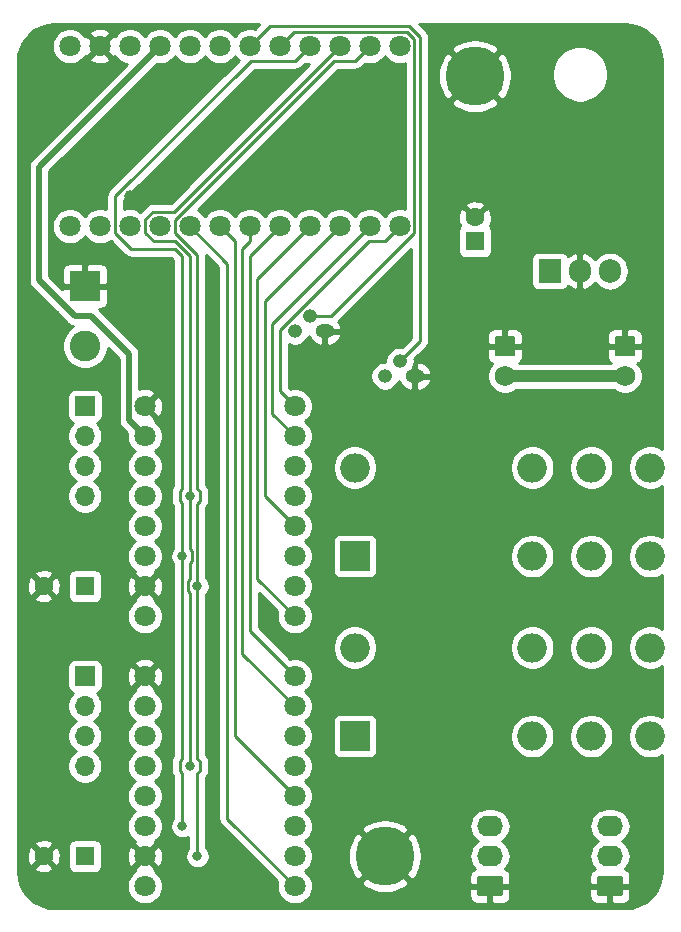
<source format=gbr>
G04 #@! TF.GenerationSoftware,KiCad,Pcbnew,(5.1.5)-3*
G04 #@! TF.CreationDate,2020-07-09T20:04:34+02:00*
G04 #@! TF.ProjectId,ejector,656a6563-746f-4722-9e6b-696361645f70,rev?*
G04 #@! TF.SameCoordinates,Original*
G04 #@! TF.FileFunction,Copper,L1,Top*
G04 #@! TF.FilePolarity,Positive*
%FSLAX46Y46*%
G04 Gerber Fmt 4.6, Leading zero omitted, Abs format (unit mm)*
G04 Created by KiCad (PCBNEW (5.1.5)-3) date 2020-07-09 20:04:34*
%MOMM*%
%LPD*%
G04 APERTURE LIST*
%ADD10C,1.800000*%
%ADD11O,1.200000X1.200000*%
%ADD12O,1.600000X1.200000*%
%ADD13C,5.000000*%
%ADD14C,1.600000*%
%ADD15R,1.600000X1.600000*%
%ADD16O,2.500000X2.500000*%
%ADD17R,2.500000X2.500000*%
%ADD18O,1.905000X2.000000*%
%ADD19R,1.905000X2.000000*%
%ADD20C,1.740000*%
%ADD21C,0.100000*%
%ADD22C,2.600000*%
%ADD23R,2.600000X2.600000*%
%ADD24O,2.200000X1.740000*%
%ADD25O,1.700000X1.700000*%
%ADD26R,1.700000X1.700000*%
%ADD27C,1.000000*%
%ADD28C,0.800000*%
%ADD29C,1.000000*%
%ADD30C,0.500000*%
%ADD31C,0.250000*%
%ADD32C,0.254000*%
G04 APERTURE END LIST*
D10*
X116840000Y-143510000D03*
X116840000Y-140970000D03*
X116840000Y-138430000D03*
X116840000Y-135890000D03*
X116840000Y-133350000D03*
X116840000Y-130810000D03*
X116840000Y-128270000D03*
X116840000Y-125730000D03*
X129540000Y-125730000D03*
X129540000Y-128270000D03*
X129540000Y-130810000D03*
X129540000Y-133350000D03*
X129540000Y-135890000D03*
X129540000Y-138430000D03*
X129540000Y-140970000D03*
X129540000Y-143510000D03*
X116840000Y-120650000D03*
X116840000Y-118110000D03*
X116840000Y-115570000D03*
X116840000Y-113030000D03*
X116840000Y-110490000D03*
X116840000Y-107950000D03*
X116840000Y-105410000D03*
X116840000Y-102870000D03*
X129540000Y-102870000D03*
X129540000Y-105410000D03*
X129540000Y-107950000D03*
X129540000Y-110490000D03*
X129540000Y-113030000D03*
X129540000Y-115570000D03*
X129540000Y-118110000D03*
X129540000Y-120650000D03*
D11*
X137160000Y-100330000D03*
X138430000Y-99060000D03*
D12*
X139700000Y-100330000D03*
D13*
X137160000Y-140970000D03*
X144780000Y-74930000D03*
D14*
X108260000Y-140970000D03*
D15*
X111760000Y-140970000D03*
D16*
X134620000Y-108070000D03*
X149620000Y-108070000D03*
X154620000Y-108070000D03*
X159620000Y-108070000D03*
X159620000Y-115570000D03*
X154620000Y-115570000D03*
X149620000Y-115570000D03*
D17*
X134620000Y-115570000D03*
D14*
X144780000Y-86900000D03*
D15*
X144780000Y-88900000D03*
D16*
X134620000Y-123310000D03*
X149620000Y-123310000D03*
X154620000Y-123310000D03*
X159620000Y-123310000D03*
X159620000Y-130810000D03*
X154620000Y-130810000D03*
X149620000Y-130810000D03*
D17*
X134620000Y-130810000D03*
D18*
X156210000Y-91440000D03*
X153670000Y-91440000D03*
D19*
X151130000Y-91440000D03*
D11*
X129540000Y-96520000D03*
X130810000Y-95250000D03*
D12*
X132080000Y-96520000D03*
D14*
X108260000Y-118110000D03*
D15*
X111760000Y-118110000D03*
D20*
X147320000Y-100330000D03*
G04 #@! TA.AperFunction,ComponentPad*
D21*
G36*
X147964505Y-96921204D02*
G01*
X147988773Y-96924804D01*
X148012572Y-96930765D01*
X148035671Y-96939030D01*
X148057850Y-96949520D01*
X148078893Y-96962132D01*
X148098599Y-96976747D01*
X148116777Y-96993223D01*
X148133253Y-97011401D01*
X148147868Y-97031107D01*
X148160480Y-97052150D01*
X148170970Y-97074329D01*
X148179235Y-97097428D01*
X148185196Y-97121227D01*
X148188796Y-97145495D01*
X148190000Y-97169999D01*
X148190000Y-98410001D01*
X148188796Y-98434505D01*
X148185196Y-98458773D01*
X148179235Y-98482572D01*
X148170970Y-98505671D01*
X148160480Y-98527850D01*
X148147868Y-98548893D01*
X148133253Y-98568599D01*
X148116777Y-98586777D01*
X148098599Y-98603253D01*
X148078893Y-98617868D01*
X148057850Y-98630480D01*
X148035671Y-98640970D01*
X148012572Y-98649235D01*
X147988773Y-98655196D01*
X147964505Y-98658796D01*
X147940001Y-98660000D01*
X146699999Y-98660000D01*
X146675495Y-98658796D01*
X146651227Y-98655196D01*
X146627428Y-98649235D01*
X146604329Y-98640970D01*
X146582150Y-98630480D01*
X146561107Y-98617868D01*
X146541401Y-98603253D01*
X146523223Y-98586777D01*
X146506747Y-98568599D01*
X146492132Y-98548893D01*
X146479520Y-98527850D01*
X146469030Y-98505671D01*
X146460765Y-98482572D01*
X146454804Y-98458773D01*
X146451204Y-98434505D01*
X146450000Y-98410001D01*
X146450000Y-97169999D01*
X146451204Y-97145495D01*
X146454804Y-97121227D01*
X146460765Y-97097428D01*
X146469030Y-97074329D01*
X146479520Y-97052150D01*
X146492132Y-97031107D01*
X146506747Y-97011401D01*
X146523223Y-96993223D01*
X146541401Y-96976747D01*
X146561107Y-96962132D01*
X146582150Y-96949520D01*
X146604329Y-96939030D01*
X146627428Y-96930765D01*
X146651227Y-96924804D01*
X146675495Y-96921204D01*
X146699999Y-96920000D01*
X147940001Y-96920000D01*
X147964505Y-96921204D01*
G37*
G04 #@! TD.AperFunction*
D20*
X157480000Y-100330000D03*
G04 #@! TA.AperFunction,ComponentPad*
D21*
G36*
X158124505Y-96921204D02*
G01*
X158148773Y-96924804D01*
X158172572Y-96930765D01*
X158195671Y-96939030D01*
X158217850Y-96949520D01*
X158238893Y-96962132D01*
X158258599Y-96976747D01*
X158276777Y-96993223D01*
X158293253Y-97011401D01*
X158307868Y-97031107D01*
X158320480Y-97052150D01*
X158330970Y-97074329D01*
X158339235Y-97097428D01*
X158345196Y-97121227D01*
X158348796Y-97145495D01*
X158350000Y-97169999D01*
X158350000Y-98410001D01*
X158348796Y-98434505D01*
X158345196Y-98458773D01*
X158339235Y-98482572D01*
X158330970Y-98505671D01*
X158320480Y-98527850D01*
X158307868Y-98548893D01*
X158293253Y-98568599D01*
X158276777Y-98586777D01*
X158258599Y-98603253D01*
X158238893Y-98617868D01*
X158217850Y-98630480D01*
X158195671Y-98640970D01*
X158172572Y-98649235D01*
X158148773Y-98655196D01*
X158124505Y-98658796D01*
X158100001Y-98660000D01*
X156859999Y-98660000D01*
X156835495Y-98658796D01*
X156811227Y-98655196D01*
X156787428Y-98649235D01*
X156764329Y-98640970D01*
X156742150Y-98630480D01*
X156721107Y-98617868D01*
X156701401Y-98603253D01*
X156683223Y-98586777D01*
X156666747Y-98568599D01*
X156652132Y-98548893D01*
X156639520Y-98527850D01*
X156629030Y-98505671D01*
X156620765Y-98482572D01*
X156614804Y-98458773D01*
X156611204Y-98434505D01*
X156610000Y-98410001D01*
X156610000Y-97169999D01*
X156611204Y-97145495D01*
X156614804Y-97121227D01*
X156620765Y-97097428D01*
X156629030Y-97074329D01*
X156639520Y-97052150D01*
X156652132Y-97031107D01*
X156666747Y-97011401D01*
X156683223Y-96993223D01*
X156701401Y-96976747D01*
X156721107Y-96962132D01*
X156742150Y-96949520D01*
X156764329Y-96939030D01*
X156787428Y-96930765D01*
X156811227Y-96924804D01*
X156835495Y-96921204D01*
X156859999Y-96920000D01*
X158100001Y-96920000D01*
X158124505Y-96921204D01*
G37*
G04 #@! TD.AperFunction*
D22*
X111760000Y-97790000D03*
D23*
X111760000Y-92710000D03*
D10*
X110490000Y-72390000D03*
X113030000Y-72390000D03*
X115570000Y-72390000D03*
X118110000Y-72390000D03*
X120650000Y-72390000D03*
X123190000Y-72390000D03*
X125730000Y-72390000D03*
X128270000Y-72390000D03*
X130810000Y-72390000D03*
X133350000Y-72390000D03*
X135890000Y-72390000D03*
X138430000Y-72390000D03*
X138430000Y-87630000D03*
X135890000Y-87630000D03*
X133350000Y-87630000D03*
X130810000Y-87630000D03*
X128270000Y-87630000D03*
X125730000Y-87630000D03*
X123190000Y-87630000D03*
X120650000Y-87630000D03*
X118110000Y-87630000D03*
X115570000Y-87630000D03*
X113030000Y-87630000D03*
X110490000Y-87630000D03*
D24*
X156210000Y-138430000D03*
X156210000Y-140970000D03*
G04 #@! TA.AperFunction,ComponentPad*
D21*
G36*
X157084505Y-142641204D02*
G01*
X157108773Y-142644804D01*
X157132572Y-142650765D01*
X157155671Y-142659030D01*
X157177850Y-142669520D01*
X157198893Y-142682132D01*
X157218599Y-142696747D01*
X157236777Y-142713223D01*
X157253253Y-142731401D01*
X157267868Y-142751107D01*
X157280480Y-142772150D01*
X157290970Y-142794329D01*
X157299235Y-142817428D01*
X157305196Y-142841227D01*
X157308796Y-142865495D01*
X157310000Y-142889999D01*
X157310000Y-144130001D01*
X157308796Y-144154505D01*
X157305196Y-144178773D01*
X157299235Y-144202572D01*
X157290970Y-144225671D01*
X157280480Y-144247850D01*
X157267868Y-144268893D01*
X157253253Y-144288599D01*
X157236777Y-144306777D01*
X157218599Y-144323253D01*
X157198893Y-144337868D01*
X157177850Y-144350480D01*
X157155671Y-144360970D01*
X157132572Y-144369235D01*
X157108773Y-144375196D01*
X157084505Y-144378796D01*
X157060001Y-144380000D01*
X155359999Y-144380000D01*
X155335495Y-144378796D01*
X155311227Y-144375196D01*
X155287428Y-144369235D01*
X155264329Y-144360970D01*
X155242150Y-144350480D01*
X155221107Y-144337868D01*
X155201401Y-144323253D01*
X155183223Y-144306777D01*
X155166747Y-144288599D01*
X155152132Y-144268893D01*
X155139520Y-144247850D01*
X155129030Y-144225671D01*
X155120765Y-144202572D01*
X155114804Y-144178773D01*
X155111204Y-144154505D01*
X155110000Y-144130001D01*
X155110000Y-142889999D01*
X155111204Y-142865495D01*
X155114804Y-142841227D01*
X155120765Y-142817428D01*
X155129030Y-142794329D01*
X155139520Y-142772150D01*
X155152132Y-142751107D01*
X155166747Y-142731401D01*
X155183223Y-142713223D01*
X155201401Y-142696747D01*
X155221107Y-142682132D01*
X155242150Y-142669520D01*
X155264329Y-142659030D01*
X155287428Y-142650765D01*
X155311227Y-142644804D01*
X155335495Y-142641204D01*
X155359999Y-142640000D01*
X157060001Y-142640000D01*
X157084505Y-142641204D01*
G37*
G04 #@! TD.AperFunction*
D24*
X146050000Y-138430000D03*
X146050000Y-140970000D03*
G04 #@! TA.AperFunction,ComponentPad*
D21*
G36*
X146924505Y-142641204D02*
G01*
X146948773Y-142644804D01*
X146972572Y-142650765D01*
X146995671Y-142659030D01*
X147017850Y-142669520D01*
X147038893Y-142682132D01*
X147058599Y-142696747D01*
X147076777Y-142713223D01*
X147093253Y-142731401D01*
X147107868Y-142751107D01*
X147120480Y-142772150D01*
X147130970Y-142794329D01*
X147139235Y-142817428D01*
X147145196Y-142841227D01*
X147148796Y-142865495D01*
X147150000Y-142889999D01*
X147150000Y-144130001D01*
X147148796Y-144154505D01*
X147145196Y-144178773D01*
X147139235Y-144202572D01*
X147130970Y-144225671D01*
X147120480Y-144247850D01*
X147107868Y-144268893D01*
X147093253Y-144288599D01*
X147076777Y-144306777D01*
X147058599Y-144323253D01*
X147038893Y-144337868D01*
X147017850Y-144350480D01*
X146995671Y-144360970D01*
X146972572Y-144369235D01*
X146948773Y-144375196D01*
X146924505Y-144378796D01*
X146900001Y-144380000D01*
X145199999Y-144380000D01*
X145175495Y-144378796D01*
X145151227Y-144375196D01*
X145127428Y-144369235D01*
X145104329Y-144360970D01*
X145082150Y-144350480D01*
X145061107Y-144337868D01*
X145041401Y-144323253D01*
X145023223Y-144306777D01*
X145006747Y-144288599D01*
X144992132Y-144268893D01*
X144979520Y-144247850D01*
X144969030Y-144225671D01*
X144960765Y-144202572D01*
X144954804Y-144178773D01*
X144951204Y-144154505D01*
X144950000Y-144130001D01*
X144950000Y-142889999D01*
X144951204Y-142865495D01*
X144954804Y-142841227D01*
X144960765Y-142817428D01*
X144969030Y-142794329D01*
X144979520Y-142772150D01*
X144992132Y-142751107D01*
X145006747Y-142731401D01*
X145023223Y-142713223D01*
X145041401Y-142696747D01*
X145061107Y-142682132D01*
X145082150Y-142669520D01*
X145104329Y-142659030D01*
X145127428Y-142650765D01*
X145151227Y-142644804D01*
X145175495Y-142641204D01*
X145199999Y-142640000D01*
X146900001Y-142640000D01*
X146924505Y-142641204D01*
G37*
G04 #@! TD.AperFunction*
D25*
X111760000Y-133350000D03*
X111760000Y-130810000D03*
X111760000Y-128270000D03*
D26*
X111760000Y-125730000D03*
D25*
X111760000Y-110490000D03*
X111760000Y-107950000D03*
X111760000Y-105410000D03*
D26*
X111760000Y-102870000D03*
D27*
X111760000Y-114300000D03*
X114300000Y-116840000D03*
X114300000Y-139700000D03*
X111760000Y-137160000D03*
X107950000Y-120650000D03*
X107950000Y-143510000D03*
X106680000Y-138430000D03*
X106680000Y-115570000D03*
X116840000Y-100330000D03*
X116840000Y-123190000D03*
X114300000Y-125730000D03*
X114300000Y-102870000D03*
X138430000Y-101600000D03*
X130810000Y-97790000D03*
X153670000Y-88900000D03*
X149860000Y-73660000D03*
X149860000Y-76200000D03*
X157480000Y-73660000D03*
X157480000Y-76200000D03*
X149860000Y-80010000D03*
X149860000Y-85090000D03*
X157480000Y-85090000D03*
X157480000Y-80010000D03*
X153670000Y-80010000D03*
X153670000Y-85090000D03*
X153670000Y-82550000D03*
X157480000Y-82550000D03*
X149860000Y-82550000D03*
X115570000Y-85090000D03*
X113030000Y-74930000D03*
X118110000Y-85090000D03*
X160020000Y-97790000D03*
X149860000Y-97790000D03*
X144780000Y-97790000D03*
X157480000Y-95250000D03*
X148590000Y-143510000D03*
X143510000Y-143510000D03*
X153670000Y-143510000D03*
X158750000Y-143510000D03*
X144780000Y-80010000D03*
X144780000Y-82550000D03*
X114300000Y-91440000D03*
X109220000Y-91440000D03*
X109220000Y-95250000D03*
X111760000Y-90170000D03*
X142240000Y-100330000D03*
X134620000Y-96520000D03*
X113030000Y-83820000D03*
X115570000Y-81280000D03*
D28*
X127635000Y-83820000D03*
D27*
X136525000Y-83820000D03*
X136525000Y-76200000D03*
X122555000Y-95885000D03*
X122555000Y-103505000D03*
X122555000Y-113030000D03*
X122555000Y-116840000D03*
X122555000Y-120650000D03*
X122555000Y-125730000D03*
X122555000Y-130810000D03*
X122555000Y-135890000D03*
X122555000Y-139700000D03*
X134620000Y-111760000D03*
X134620000Y-126365000D03*
X106680000Y-125730000D03*
X106680000Y-128270000D03*
X106680000Y-130810000D03*
X106680000Y-133350000D03*
X106680000Y-102870000D03*
X106680000Y-105410000D03*
X106680000Y-107950000D03*
X106680000Y-110490000D03*
X118110000Y-78740000D03*
X120650000Y-76200000D03*
X111125000Y-81915000D03*
X113665000Y-79375000D03*
X116205000Y-76835000D03*
X118745000Y-74295000D03*
X110490000Y-77470000D03*
X107950000Y-80010000D03*
X120015000Y-82550000D03*
X122555000Y-80010000D03*
X125095000Y-77470000D03*
X142240000Y-81280000D03*
X147320000Y-81280000D03*
X147320000Y-95250000D03*
X144145000Y-107950000D03*
X144145000Y-115570000D03*
X144145000Y-123190000D03*
X144145000Y-130810000D03*
X132715000Y-140970000D03*
X141605000Y-140970000D03*
X137160000Y-135890000D03*
X119380000Y-140970000D03*
X113665000Y-123190000D03*
X111125000Y-144145000D03*
X142875000Y-94615000D03*
X137795000Y-94615000D03*
X140970000Y-111760000D03*
X140970000Y-127000000D03*
X116840000Y-97155000D03*
X118745000Y-95250000D03*
X118745000Y-99060000D03*
X118745000Y-104140000D03*
X118745000Y-128905000D03*
X118745000Y-131445000D03*
D28*
X120015000Y-115570000D03*
X120015000Y-138430000D03*
X120650000Y-110490000D03*
X120650000Y-133350000D03*
X121285000Y-118110000D03*
X121285000Y-140970000D03*
D29*
X147320000Y-100330000D02*
X157480000Y-100330000D01*
D30*
X115940001Y-104510001D02*
X116840000Y-105410000D01*
X115489999Y-98474157D02*
X115489999Y-104059999D01*
X112265842Y-95250000D02*
X115489999Y-98474157D01*
X110889998Y-95250000D02*
X112265842Y-95250000D01*
X107869999Y-92230001D02*
X110889998Y-95250000D01*
X115489999Y-104059999D02*
X115940001Y-104510001D01*
X118110000Y-72390000D02*
X107950000Y-82550000D01*
X107869999Y-92230001D02*
X107869999Y-82630001D01*
D31*
X129169999Y-71490001D02*
X128270000Y-72390000D01*
X129495001Y-71164999D02*
X129169999Y-71490001D01*
X139018001Y-71164999D02*
X129495001Y-71164999D01*
X139655001Y-71801999D02*
X139018001Y-71164999D01*
X139655001Y-88218001D02*
X139655001Y-71801999D01*
X132623002Y-95250000D02*
X139655001Y-88218001D01*
X130810000Y-95250000D02*
X132623002Y-95250000D01*
X138430000Y-99060000D02*
X140105011Y-97384989D01*
X139204401Y-70714989D02*
X127405011Y-70714989D01*
X140105011Y-97384989D02*
X140105010Y-71615598D01*
X140105010Y-71615598D02*
X139204401Y-70714989D01*
X126629999Y-71490001D02*
X125730000Y-72390000D01*
X127405011Y-70714989D02*
X126629999Y-71490001D01*
X120015000Y-115570000D02*
X120015000Y-115570000D01*
X120015000Y-116840000D02*
X120015000Y-115570000D01*
X120009989Y-118692401D02*
X120009989Y-116845011D01*
X120009989Y-116845011D02*
X120015000Y-116840000D01*
X120015000Y-133936002D02*
X119824999Y-133746001D01*
X120015000Y-118697412D02*
X120009989Y-118692401D01*
X120015000Y-138430000D02*
X120015000Y-138430000D01*
X119824999Y-133746001D02*
X119824999Y-132905001D01*
X119824999Y-132905001D02*
X120015000Y-132715000D01*
X120015000Y-132715000D02*
X120015000Y-118697412D01*
X120015000Y-111125000D02*
X120015000Y-115570000D01*
X114344999Y-88218001D02*
X115661998Y-89535000D01*
X125823997Y-73615001D02*
X114344999Y-85093999D01*
X114344999Y-85093999D02*
X114344999Y-88218001D01*
X130810000Y-72390000D02*
X129584999Y-73615001D01*
X115661998Y-89535000D02*
X119378590Y-89535000D01*
X119378590Y-89535000D02*
X120015000Y-90171410D01*
X120015000Y-90171410D02*
X120015000Y-109855000D01*
X120015000Y-111076002D02*
X120015000Y-111125000D01*
X129584999Y-73615001D02*
X125823997Y-73615001D01*
X120015000Y-109855000D02*
X119824999Y-110045001D01*
X119824999Y-110045001D02*
X119824999Y-110886001D01*
X119824999Y-110886001D02*
X120015000Y-111076002D01*
X120015000Y-115570000D02*
X120015000Y-115570000D01*
X120015000Y-138430000D02*
X120015000Y-133936002D01*
X120840001Y-115125001D02*
X120650000Y-114935000D01*
X120840001Y-115966001D02*
X120840001Y-115125001D01*
X120650000Y-118696002D02*
X120459999Y-118506001D01*
X120650000Y-116156002D02*
X120840001Y-115966001D01*
X120459999Y-118506001D02*
X120459999Y-117665001D01*
X120650000Y-133350000D02*
X120650000Y-133350000D01*
X120650000Y-114935000D02*
X120650000Y-110490000D01*
X120459999Y-117665001D02*
X120650000Y-117475000D01*
X120650000Y-117475000D02*
X120650000Y-116156002D01*
X120650000Y-110490000D02*
X120650000Y-110490000D01*
X116884999Y-87041999D02*
X116884999Y-88218001D01*
X116884999Y-88218001D02*
X117566998Y-88900000D01*
X117521999Y-86404999D02*
X116884999Y-87041999D01*
X133350000Y-72390000D02*
X119335001Y-86404999D01*
X119335001Y-86404999D02*
X117521999Y-86404999D01*
X119380000Y-88900000D02*
X120650000Y-90170000D01*
X117566998Y-88900000D02*
X119380000Y-88900000D01*
X120650000Y-90170000D02*
X120650000Y-109220000D01*
X120650000Y-110490000D02*
X120650000Y-109220000D01*
X120650000Y-133350000D02*
X120650000Y-118696002D01*
X121285000Y-132715000D02*
X121285000Y-118110000D01*
X121475001Y-133746001D02*
X121475001Y-132905001D01*
X121475001Y-132905001D02*
X121285000Y-132715000D01*
X121285000Y-140970000D02*
X121285000Y-140970000D01*
X121285000Y-133936002D02*
X121475001Y-133746001D01*
X121290011Y-111130011D02*
X121475001Y-110945021D01*
X121290011Y-116199989D02*
X121290011Y-111130011D01*
X134990001Y-73289999D02*
X135890000Y-72390000D01*
X121475001Y-110945021D02*
X121475001Y-110045001D01*
X134664999Y-73615001D02*
X134990001Y-73289999D01*
X121285000Y-116205000D02*
X121290011Y-116199989D01*
X132851997Y-73615001D02*
X134664999Y-73615001D01*
X121285000Y-118110000D02*
X121285000Y-116205000D01*
X121475001Y-110045001D02*
X121285000Y-109855000D01*
X121285000Y-90078002D02*
X119380000Y-88173002D01*
X121285000Y-109855000D02*
X121285000Y-90078002D01*
X119380000Y-87086998D02*
X132851997Y-73615001D01*
X119380000Y-88173002D02*
X119380000Y-87086998D01*
X121285000Y-118110000D02*
X121285000Y-118110000D01*
X121285000Y-140970000D02*
X121285000Y-133936002D01*
X137530001Y-88529999D02*
X138430000Y-87630000D01*
X129540000Y-102870000D02*
X128270000Y-101600000D01*
X128270000Y-96420998D02*
X135835997Y-88855001D01*
X128270000Y-101600000D02*
X128270000Y-96420998D01*
X135835997Y-88855001D02*
X137204999Y-88855001D01*
X137204999Y-88855001D02*
X137530001Y-88529999D01*
X127635000Y-95885000D02*
X135890000Y-87630000D01*
X129540000Y-105410000D02*
X127635000Y-103505000D01*
X127635000Y-103505000D02*
X127635000Y-95885000D01*
X127000000Y-93980000D02*
X133350000Y-87630000D01*
X129540000Y-113030000D02*
X127000000Y-110490000D01*
X127000000Y-110490000D02*
X127000000Y-93980000D01*
X126365000Y-92075000D02*
X130810000Y-87630000D01*
X129540000Y-120650000D02*
X126365000Y-117475000D01*
X126365000Y-117475000D02*
X126365000Y-92075000D01*
X129540000Y-125730000D02*
X125730000Y-121920000D01*
X125730000Y-90170000D02*
X128270000Y-87630000D01*
X125730000Y-121920000D02*
X125730000Y-90170000D01*
X129540000Y-128270000D02*
X125095000Y-123825000D01*
X125095000Y-123825000D02*
X125095000Y-116840000D01*
X125095000Y-116840000D02*
X125095000Y-116205000D01*
X125095000Y-116205000D02*
X125095000Y-93980000D01*
X125095000Y-93980000D02*
X125095000Y-89535000D01*
X125730000Y-87630000D02*
X125730000Y-88900000D01*
X125730000Y-88900000D02*
X125095000Y-89535000D01*
X129540000Y-135890000D02*
X124460000Y-130810000D01*
X124460000Y-88900000D02*
X123190000Y-87630000D01*
X124460000Y-130810000D02*
X124460000Y-88900000D01*
X120650000Y-87630000D02*
X123825000Y-90805000D01*
X123825000Y-137795000D02*
X129540000Y-143510000D01*
X123825000Y-90805000D02*
X123825000Y-137795000D01*
D32*
G36*
X126138930Y-70906269D02*
G01*
X125881184Y-70855000D01*
X125578816Y-70855000D01*
X125282257Y-70913989D01*
X125002905Y-71029701D01*
X124751495Y-71197688D01*
X124537688Y-71411495D01*
X124460000Y-71527763D01*
X124382312Y-71411495D01*
X124168505Y-71197688D01*
X123917095Y-71029701D01*
X123637743Y-70913989D01*
X123341184Y-70855000D01*
X123038816Y-70855000D01*
X122742257Y-70913989D01*
X122462905Y-71029701D01*
X122211495Y-71197688D01*
X121997688Y-71411495D01*
X121920000Y-71527763D01*
X121842312Y-71411495D01*
X121628505Y-71197688D01*
X121377095Y-71029701D01*
X121097743Y-70913989D01*
X120801184Y-70855000D01*
X120498816Y-70855000D01*
X120202257Y-70913989D01*
X119922905Y-71029701D01*
X119671495Y-71197688D01*
X119457688Y-71411495D01*
X119380000Y-71527763D01*
X119302312Y-71411495D01*
X119088505Y-71197688D01*
X118837095Y-71029701D01*
X118557743Y-70913989D01*
X118261184Y-70855000D01*
X117958816Y-70855000D01*
X117662257Y-70913989D01*
X117382905Y-71029701D01*
X117131495Y-71197688D01*
X116917688Y-71411495D01*
X116840000Y-71527763D01*
X116762312Y-71411495D01*
X116548505Y-71197688D01*
X116297095Y-71029701D01*
X116017743Y-70913989D01*
X115721184Y-70855000D01*
X115418816Y-70855000D01*
X115122257Y-70913989D01*
X114842905Y-71029701D01*
X114591495Y-71197688D01*
X114377688Y-71411495D01*
X114275049Y-71565105D01*
X114094080Y-71505525D01*
X113209605Y-72390000D01*
X114094080Y-73274475D01*
X114275049Y-73214895D01*
X114377688Y-73368505D01*
X114591495Y-73582312D01*
X114842905Y-73750299D01*
X115122257Y-73866011D01*
X115339248Y-73909173D01*
X107293468Y-81954954D01*
X107285121Y-81965124D01*
X107241183Y-82001184D01*
X107130589Y-82135942D01*
X107048411Y-82289688D01*
X106997805Y-82456511D01*
X106985000Y-82586524D01*
X106984999Y-92186532D01*
X106980718Y-92230001D01*
X106984999Y-92273470D01*
X106984999Y-92273477D01*
X106995795Y-92383089D01*
X106997804Y-92403491D01*
X107008879Y-92440000D01*
X107048410Y-92570313D01*
X107130588Y-92724059D01*
X107241182Y-92858818D01*
X107274955Y-92886535D01*
X110233468Y-95845049D01*
X110261181Y-95878817D01*
X110294949Y-95906530D01*
X110294951Y-95906532D01*
X110395939Y-95989411D01*
X110549684Y-96071589D01*
X110716508Y-96122195D01*
X110765863Y-96127056D01*
X110526509Y-96286987D01*
X110256987Y-96556509D01*
X110045225Y-96873434D01*
X109899361Y-97225581D01*
X109825000Y-97599419D01*
X109825000Y-97980581D01*
X109899361Y-98354419D01*
X110045225Y-98706566D01*
X110256987Y-99023491D01*
X110526509Y-99293013D01*
X110843434Y-99504775D01*
X111195581Y-99650639D01*
X111569419Y-99725000D01*
X111950581Y-99725000D01*
X112324419Y-99650639D01*
X112676566Y-99504775D01*
X112993491Y-99293013D01*
X113263013Y-99023491D01*
X113474775Y-98706566D01*
X113620639Y-98354419D01*
X113695000Y-97980581D01*
X113695000Y-97930737D01*
X114604999Y-98840736D01*
X114605000Y-104016520D01*
X114600718Y-104059999D01*
X114617804Y-104233489D01*
X114668411Y-104400312D01*
X114750589Y-104554058D01*
X114833467Y-104655045D01*
X114833470Y-104655048D01*
X114861183Y-104688816D01*
X114894951Y-104716529D01*
X115326940Y-105148518D01*
X115305000Y-105258816D01*
X115305000Y-105561184D01*
X115363989Y-105857743D01*
X115479701Y-106137095D01*
X115647688Y-106388505D01*
X115861495Y-106602312D01*
X115977763Y-106680000D01*
X115861495Y-106757688D01*
X115647688Y-106971495D01*
X115479701Y-107222905D01*
X115363989Y-107502257D01*
X115305000Y-107798816D01*
X115305000Y-108101184D01*
X115363989Y-108397743D01*
X115479701Y-108677095D01*
X115647688Y-108928505D01*
X115861495Y-109142312D01*
X115977763Y-109220000D01*
X115861495Y-109297688D01*
X115647688Y-109511495D01*
X115479701Y-109762905D01*
X115363989Y-110042257D01*
X115305000Y-110338816D01*
X115305000Y-110641184D01*
X115363989Y-110937743D01*
X115479701Y-111217095D01*
X115647688Y-111468505D01*
X115861495Y-111682312D01*
X115977763Y-111760000D01*
X115861495Y-111837688D01*
X115647688Y-112051495D01*
X115479701Y-112302905D01*
X115363989Y-112582257D01*
X115305000Y-112878816D01*
X115305000Y-113181184D01*
X115363989Y-113477743D01*
X115479701Y-113757095D01*
X115647688Y-114008505D01*
X115861495Y-114222312D01*
X115977763Y-114300000D01*
X115861495Y-114377688D01*
X115647688Y-114591495D01*
X115479701Y-114842905D01*
X115363989Y-115122257D01*
X115305000Y-115418816D01*
X115305000Y-115721184D01*
X115363989Y-116017743D01*
X115479701Y-116297095D01*
X115647688Y-116548505D01*
X115861495Y-116762312D01*
X116015105Y-116864951D01*
X115955525Y-117045920D01*
X116840000Y-117930395D01*
X117724475Y-117045920D01*
X117664895Y-116864951D01*
X117818505Y-116762312D01*
X118032312Y-116548505D01*
X118200299Y-116297095D01*
X118316011Y-116017743D01*
X118375000Y-115721184D01*
X118375000Y-115418816D01*
X118316011Y-115122257D01*
X118200299Y-114842905D01*
X118032312Y-114591495D01*
X117818505Y-114377688D01*
X117702237Y-114300000D01*
X117818505Y-114222312D01*
X118032312Y-114008505D01*
X118200299Y-113757095D01*
X118316011Y-113477743D01*
X118375000Y-113181184D01*
X118375000Y-112878816D01*
X118316011Y-112582257D01*
X118200299Y-112302905D01*
X118032312Y-112051495D01*
X117818505Y-111837688D01*
X117702237Y-111760000D01*
X117818505Y-111682312D01*
X118032312Y-111468505D01*
X118200299Y-111217095D01*
X118316011Y-110937743D01*
X118375000Y-110641184D01*
X118375000Y-110338816D01*
X118316011Y-110042257D01*
X118200299Y-109762905D01*
X118032312Y-109511495D01*
X117818505Y-109297688D01*
X117702237Y-109220000D01*
X117818505Y-109142312D01*
X118032312Y-108928505D01*
X118200299Y-108677095D01*
X118316011Y-108397743D01*
X118375000Y-108101184D01*
X118375000Y-107798816D01*
X118316011Y-107502257D01*
X118200299Y-107222905D01*
X118032312Y-106971495D01*
X117818505Y-106757688D01*
X117702237Y-106680000D01*
X117818505Y-106602312D01*
X118032312Y-106388505D01*
X118200299Y-106137095D01*
X118316011Y-105857743D01*
X118375000Y-105561184D01*
X118375000Y-105258816D01*
X118316011Y-104962257D01*
X118200299Y-104682905D01*
X118032312Y-104431495D01*
X117818505Y-104217688D01*
X117664895Y-104115049D01*
X117724475Y-103934080D01*
X116840000Y-103049605D01*
X116825858Y-103063748D01*
X116646253Y-102884143D01*
X116660395Y-102870000D01*
X117019605Y-102870000D01*
X117904080Y-103754475D01*
X118158261Y-103670792D01*
X118289158Y-103398225D01*
X118364365Y-103105358D01*
X118380991Y-102803447D01*
X118338397Y-102504093D01*
X118238222Y-102218801D01*
X118158261Y-102069208D01*
X117904080Y-101985525D01*
X117019605Y-102870000D01*
X116660395Y-102870000D01*
X116646253Y-102855858D01*
X116825858Y-102676253D01*
X116840000Y-102690395D01*
X117724475Y-101805920D01*
X117640792Y-101551739D01*
X117368225Y-101420842D01*
X117075358Y-101345635D01*
X116773447Y-101329009D01*
X116474093Y-101371603D01*
X116374999Y-101406398D01*
X116374999Y-98517626D01*
X116379280Y-98474157D01*
X116374999Y-98430688D01*
X116374999Y-98430680D01*
X116362194Y-98300667D01*
X116311633Y-98133991D01*
X116311588Y-98133843D01*
X116229410Y-97980098D01*
X116146531Y-97879110D01*
X116146529Y-97879108D01*
X116118816Y-97845340D01*
X116085049Y-97817628D01*
X112922376Y-94654956D01*
X112916369Y-94647637D01*
X113060000Y-94648072D01*
X113184482Y-94635812D01*
X113304180Y-94599502D01*
X113414494Y-94540537D01*
X113511185Y-94461185D01*
X113590537Y-94364494D01*
X113649502Y-94254180D01*
X113685812Y-94134482D01*
X113698072Y-94010000D01*
X113695000Y-92995750D01*
X113536250Y-92837000D01*
X111887000Y-92837000D01*
X111887000Y-92857000D01*
X111633000Y-92857000D01*
X111633000Y-92837000D01*
X109983750Y-92837000D01*
X109856163Y-92964587D01*
X108754999Y-91863423D01*
X108754999Y-91410000D01*
X109821928Y-91410000D01*
X109825000Y-92424250D01*
X109983750Y-92583000D01*
X111633000Y-92583000D01*
X111633000Y-90933750D01*
X111887000Y-90933750D01*
X111887000Y-92583000D01*
X113536250Y-92583000D01*
X113695000Y-92424250D01*
X113698072Y-91410000D01*
X113685812Y-91285518D01*
X113649502Y-91165820D01*
X113590537Y-91055506D01*
X113511185Y-90958815D01*
X113414494Y-90879463D01*
X113304180Y-90820498D01*
X113184482Y-90784188D01*
X113060000Y-90771928D01*
X112045750Y-90775000D01*
X111887000Y-90933750D01*
X111633000Y-90933750D01*
X111474250Y-90775000D01*
X110460000Y-90771928D01*
X110335518Y-90784188D01*
X110215820Y-90820498D01*
X110105506Y-90879463D01*
X110008815Y-90958815D01*
X109929463Y-91055506D01*
X109870498Y-91165820D01*
X109834188Y-91285518D01*
X109821928Y-91410000D01*
X108754999Y-91410000D01*
X108754999Y-82996579D01*
X117848518Y-73903061D01*
X117958816Y-73925000D01*
X118261184Y-73925000D01*
X118557743Y-73866011D01*
X118837095Y-73750299D01*
X119088505Y-73582312D01*
X119302312Y-73368505D01*
X119380000Y-73252237D01*
X119457688Y-73368505D01*
X119671495Y-73582312D01*
X119922905Y-73750299D01*
X120202257Y-73866011D01*
X120498816Y-73925000D01*
X120801184Y-73925000D01*
X121097743Y-73866011D01*
X121377095Y-73750299D01*
X121628505Y-73582312D01*
X121842312Y-73368505D01*
X121920000Y-73252237D01*
X121997688Y-73368505D01*
X122211495Y-73582312D01*
X122462905Y-73750299D01*
X122742257Y-73866011D01*
X123038816Y-73925000D01*
X123341184Y-73925000D01*
X123637743Y-73866011D01*
X123917095Y-73750299D01*
X124168505Y-73582312D01*
X124382312Y-73368505D01*
X124460000Y-73252237D01*
X124537688Y-73368505D01*
X124751495Y-73582312D01*
X124769712Y-73594484D01*
X113834002Y-84530195D01*
X113804998Y-84553998D01*
X113749870Y-84621173D01*
X113710025Y-84669723D01*
X113639454Y-84801752D01*
X113639453Y-84801753D01*
X113595996Y-84945014D01*
X113584999Y-85056667D01*
X113584999Y-85056677D01*
X113581323Y-85093999D01*
X113584999Y-85131322D01*
X113584999Y-86198416D01*
X113477743Y-86153989D01*
X113181184Y-86095000D01*
X112878816Y-86095000D01*
X112582257Y-86153989D01*
X112302905Y-86269701D01*
X112051495Y-86437688D01*
X111837688Y-86651495D01*
X111760000Y-86767763D01*
X111682312Y-86651495D01*
X111468505Y-86437688D01*
X111217095Y-86269701D01*
X110937743Y-86153989D01*
X110641184Y-86095000D01*
X110338816Y-86095000D01*
X110042257Y-86153989D01*
X109762905Y-86269701D01*
X109511495Y-86437688D01*
X109297688Y-86651495D01*
X109129701Y-86902905D01*
X109013989Y-87182257D01*
X108955000Y-87478816D01*
X108955000Y-87781184D01*
X109013989Y-88077743D01*
X109129701Y-88357095D01*
X109297688Y-88608505D01*
X109511495Y-88822312D01*
X109762905Y-88990299D01*
X110042257Y-89106011D01*
X110338816Y-89165000D01*
X110641184Y-89165000D01*
X110937743Y-89106011D01*
X111217095Y-88990299D01*
X111468505Y-88822312D01*
X111682312Y-88608505D01*
X111760000Y-88492237D01*
X111837688Y-88608505D01*
X112051495Y-88822312D01*
X112302905Y-88990299D01*
X112582257Y-89106011D01*
X112878816Y-89165000D01*
X113181184Y-89165000D01*
X113477743Y-89106011D01*
X113757095Y-88990299D01*
X113928180Y-88875983D01*
X115098198Y-90046002D01*
X115121997Y-90075001D01*
X115237722Y-90169974D01*
X115369751Y-90240546D01*
X115513012Y-90284003D01*
X115624665Y-90295000D01*
X115624675Y-90295000D01*
X115661998Y-90298676D01*
X115699321Y-90295000D01*
X119063789Y-90295000D01*
X119255000Y-90486212D01*
X119255001Y-109541552D01*
X119237601Y-109562754D01*
X119190025Y-109620725D01*
X119177437Y-109644276D01*
X119119453Y-109752755D01*
X119075996Y-109896016D01*
X119064999Y-110007669D01*
X119064999Y-110007679D01*
X119061323Y-110045001D01*
X119064999Y-110082323D01*
X119064999Y-110848679D01*
X119061323Y-110886001D01*
X119064999Y-110923323D01*
X119064999Y-110923334D01*
X119075506Y-111030001D01*
X119075997Y-111034986D01*
X119119453Y-111178247D01*
X119190025Y-111310277D01*
X119238462Y-111369297D01*
X119255000Y-111389448D01*
X119255001Y-114866288D01*
X119211063Y-114910226D01*
X119097795Y-115079744D01*
X119019774Y-115268102D01*
X118980000Y-115468061D01*
X118980000Y-115671939D01*
X119019774Y-115871898D01*
X119097795Y-116060256D01*
X119211063Y-116229774D01*
X119255000Y-116273711D01*
X119255000Y-116756811D01*
X119246313Y-116845011D01*
X119249990Y-116882343D01*
X119249989Y-118655078D01*
X119246313Y-118692401D01*
X119249989Y-118729723D01*
X119249989Y-118729733D01*
X119255001Y-118780620D01*
X119255000Y-132401554D01*
X119190025Y-132480725D01*
X119119453Y-132612755D01*
X119089179Y-132712559D01*
X119075997Y-132756015D01*
X119064999Y-132867668D01*
X119064999Y-132867679D01*
X119061323Y-132905001D01*
X119064999Y-132942323D01*
X119064999Y-133708679D01*
X119061323Y-133746001D01*
X119064999Y-133783323D01*
X119064999Y-133783333D01*
X119075996Y-133894986D01*
X119103293Y-133984974D01*
X119119453Y-134038247D01*
X119190025Y-134170277D01*
X119229870Y-134218827D01*
X119255001Y-134249450D01*
X119255000Y-137726289D01*
X119211063Y-137770226D01*
X119097795Y-137939744D01*
X119019774Y-138128102D01*
X118980000Y-138328061D01*
X118980000Y-138531939D01*
X119019774Y-138731898D01*
X119097795Y-138920256D01*
X119211063Y-139089774D01*
X119355226Y-139233937D01*
X119524744Y-139347205D01*
X119713102Y-139425226D01*
X119913061Y-139465000D01*
X120116939Y-139465000D01*
X120316898Y-139425226D01*
X120505256Y-139347205D01*
X120525000Y-139334012D01*
X120525000Y-140266289D01*
X120481063Y-140310226D01*
X120367795Y-140479744D01*
X120289774Y-140668102D01*
X120250000Y-140868061D01*
X120250000Y-141071939D01*
X120289774Y-141271898D01*
X120367795Y-141460256D01*
X120481063Y-141629774D01*
X120625226Y-141773937D01*
X120794744Y-141887205D01*
X120983102Y-141965226D01*
X121183061Y-142005000D01*
X121386939Y-142005000D01*
X121586898Y-141965226D01*
X121775256Y-141887205D01*
X121944774Y-141773937D01*
X122088937Y-141629774D01*
X122202205Y-141460256D01*
X122280226Y-141271898D01*
X122320000Y-141071939D01*
X122320000Y-140868061D01*
X122280226Y-140668102D01*
X122202205Y-140479744D01*
X122088937Y-140310226D01*
X122045000Y-140266289D01*
X122045000Y-134249449D01*
X122109975Y-134170277D01*
X122180547Y-134038248D01*
X122224004Y-133894987D01*
X122235001Y-133783334D01*
X122235001Y-133783324D01*
X122238677Y-133746001D01*
X122235001Y-133708679D01*
X122235001Y-132942323D01*
X122238677Y-132905001D01*
X122235001Y-132867678D01*
X122235001Y-132867668D01*
X122224004Y-132756015D01*
X122180547Y-132612754D01*
X122109975Y-132480725D01*
X122045000Y-132401553D01*
X122045000Y-118813711D01*
X122088937Y-118769774D01*
X122202205Y-118600256D01*
X122280226Y-118411898D01*
X122320000Y-118211939D01*
X122320000Y-118008061D01*
X122280226Y-117808102D01*
X122202205Y-117619744D01*
X122088937Y-117450226D01*
X122045000Y-117406289D01*
X122045000Y-116288199D01*
X122050011Y-116237322D01*
X122050011Y-116237321D01*
X122053688Y-116199989D01*
X122050011Y-116162656D01*
X122050011Y-111442363D01*
X122109975Y-111369297D01*
X122180547Y-111237268D01*
X122224004Y-111094007D01*
X122235001Y-110982354D01*
X122235001Y-110982345D01*
X122238677Y-110945022D01*
X122235001Y-110907699D01*
X122235001Y-110082323D01*
X122238677Y-110045001D01*
X122235001Y-110007678D01*
X122235001Y-110007668D01*
X122224004Y-109896015D01*
X122180547Y-109752754D01*
X122109975Y-109620725D01*
X122045000Y-109541553D01*
X122045000Y-90115325D01*
X122046392Y-90101193D01*
X123065000Y-91119802D01*
X123065001Y-137757667D01*
X123061324Y-137795000D01*
X123075998Y-137943985D01*
X123119454Y-138087246D01*
X123190026Y-138219276D01*
X123238890Y-138278816D01*
X123285000Y-138335001D01*
X123313998Y-138358799D01*
X128056269Y-143101070D01*
X128005000Y-143358816D01*
X128005000Y-143661184D01*
X128063989Y-143957743D01*
X128179701Y-144237095D01*
X128347688Y-144488505D01*
X128561495Y-144702312D01*
X128812905Y-144870299D01*
X129092257Y-144986011D01*
X129388816Y-145045000D01*
X129691184Y-145045000D01*
X129987743Y-144986011D01*
X130267095Y-144870299D01*
X130518505Y-144702312D01*
X130732312Y-144488505D01*
X130804812Y-144380000D01*
X144311928Y-144380000D01*
X144324188Y-144504482D01*
X144360498Y-144624180D01*
X144419463Y-144734494D01*
X144498815Y-144831185D01*
X144595506Y-144910537D01*
X144705820Y-144969502D01*
X144825518Y-145005812D01*
X144950000Y-145018072D01*
X145764250Y-145015000D01*
X145923000Y-144856250D01*
X145923000Y-143637000D01*
X146177000Y-143637000D01*
X146177000Y-144856250D01*
X146335750Y-145015000D01*
X147150000Y-145018072D01*
X147274482Y-145005812D01*
X147394180Y-144969502D01*
X147504494Y-144910537D01*
X147601185Y-144831185D01*
X147680537Y-144734494D01*
X147739502Y-144624180D01*
X147775812Y-144504482D01*
X147788072Y-144380000D01*
X154471928Y-144380000D01*
X154484188Y-144504482D01*
X154520498Y-144624180D01*
X154579463Y-144734494D01*
X154658815Y-144831185D01*
X154755506Y-144910537D01*
X154865820Y-144969502D01*
X154985518Y-145005812D01*
X155110000Y-145018072D01*
X155924250Y-145015000D01*
X156083000Y-144856250D01*
X156083000Y-143637000D01*
X156337000Y-143637000D01*
X156337000Y-144856250D01*
X156495750Y-145015000D01*
X157310000Y-145018072D01*
X157434482Y-145005812D01*
X157554180Y-144969502D01*
X157664494Y-144910537D01*
X157761185Y-144831185D01*
X157840537Y-144734494D01*
X157899502Y-144624180D01*
X157935812Y-144504482D01*
X157948072Y-144380000D01*
X157945000Y-143795750D01*
X157786250Y-143637000D01*
X156337000Y-143637000D01*
X156083000Y-143637000D01*
X154633750Y-143637000D01*
X154475000Y-143795750D01*
X154471928Y-144380000D01*
X147788072Y-144380000D01*
X147785000Y-143795750D01*
X147626250Y-143637000D01*
X146177000Y-143637000D01*
X145923000Y-143637000D01*
X144473750Y-143637000D01*
X144315000Y-143795750D01*
X144311928Y-144380000D01*
X130804812Y-144380000D01*
X130900299Y-144237095D01*
X131016011Y-143957743D01*
X131075000Y-143661184D01*
X131075000Y-143358816D01*
X131038069Y-143173148D01*
X135136457Y-143173148D01*
X135412627Y-143591118D01*
X135957557Y-143881649D01*
X136548696Y-144060287D01*
X137163328Y-144120168D01*
X137777831Y-144058990D01*
X138368592Y-143879103D01*
X138907373Y-143591118D01*
X139183543Y-143173148D01*
X137160000Y-141149605D01*
X135136457Y-143173148D01*
X131038069Y-143173148D01*
X131016011Y-143062257D01*
X130900299Y-142782905D01*
X130732312Y-142531495D01*
X130518505Y-142317688D01*
X130402237Y-142240000D01*
X130518505Y-142162312D01*
X130732312Y-141948505D01*
X130900299Y-141697095D01*
X131016011Y-141417743D01*
X131075000Y-141121184D01*
X131075000Y-140973328D01*
X134009832Y-140973328D01*
X134071010Y-141587831D01*
X134250897Y-142178592D01*
X134538882Y-142717373D01*
X134956852Y-142993543D01*
X136980395Y-140970000D01*
X137339605Y-140970000D01*
X139363148Y-142993543D01*
X139781118Y-142717373D01*
X140071649Y-142172443D01*
X140250287Y-141581304D01*
X140310168Y-140966672D01*
X140248990Y-140352169D01*
X140069103Y-139761408D01*
X139781118Y-139222627D01*
X139363148Y-138946457D01*
X137339605Y-140970000D01*
X136980395Y-140970000D01*
X134956852Y-138946457D01*
X134538882Y-139222627D01*
X134248351Y-139767557D01*
X134069713Y-140358696D01*
X134009832Y-140973328D01*
X131075000Y-140973328D01*
X131075000Y-140818816D01*
X131016011Y-140522257D01*
X130900299Y-140242905D01*
X130732312Y-139991495D01*
X130518505Y-139777688D01*
X130402237Y-139700000D01*
X130518505Y-139622312D01*
X130732312Y-139408505D01*
X130900299Y-139157095D01*
X131016011Y-138877743D01*
X131038068Y-138766852D01*
X135136457Y-138766852D01*
X137160000Y-140790395D01*
X139183543Y-138766852D01*
X138960972Y-138430000D01*
X144307718Y-138430000D01*
X144336776Y-138725032D01*
X144422834Y-139008725D01*
X144562583Y-139270179D01*
X144750655Y-139499345D01*
X144979821Y-139687417D01*
X145003362Y-139700000D01*
X144979821Y-139712583D01*
X144750655Y-139900655D01*
X144562583Y-140129821D01*
X144422834Y-140391275D01*
X144336776Y-140674968D01*
X144307718Y-140970000D01*
X144336776Y-141265032D01*
X144422834Y-141548725D01*
X144562583Y-141810179D01*
X144749047Y-142037385D01*
X144705820Y-142050498D01*
X144595506Y-142109463D01*
X144498815Y-142188815D01*
X144419463Y-142285506D01*
X144360498Y-142395820D01*
X144324188Y-142515518D01*
X144311928Y-142640000D01*
X144315000Y-143224250D01*
X144473750Y-143383000D01*
X145923000Y-143383000D01*
X145923000Y-143363000D01*
X146177000Y-143363000D01*
X146177000Y-143383000D01*
X147626250Y-143383000D01*
X147785000Y-143224250D01*
X147788072Y-142640000D01*
X147775812Y-142515518D01*
X147739502Y-142395820D01*
X147680537Y-142285506D01*
X147601185Y-142188815D01*
X147504494Y-142109463D01*
X147394180Y-142050498D01*
X147350953Y-142037385D01*
X147537417Y-141810179D01*
X147677166Y-141548725D01*
X147763224Y-141265032D01*
X147792282Y-140970000D01*
X147763224Y-140674968D01*
X147677166Y-140391275D01*
X147537417Y-140129821D01*
X147349345Y-139900655D01*
X147120179Y-139712583D01*
X147096638Y-139700000D01*
X147120179Y-139687417D01*
X147349345Y-139499345D01*
X147537417Y-139270179D01*
X147677166Y-139008725D01*
X147763224Y-138725032D01*
X147792282Y-138430000D01*
X154467718Y-138430000D01*
X154496776Y-138725032D01*
X154582834Y-139008725D01*
X154722583Y-139270179D01*
X154910655Y-139499345D01*
X155139821Y-139687417D01*
X155163362Y-139700000D01*
X155139821Y-139712583D01*
X154910655Y-139900655D01*
X154722583Y-140129821D01*
X154582834Y-140391275D01*
X154496776Y-140674968D01*
X154467718Y-140970000D01*
X154496776Y-141265032D01*
X154582834Y-141548725D01*
X154722583Y-141810179D01*
X154909047Y-142037385D01*
X154865820Y-142050498D01*
X154755506Y-142109463D01*
X154658815Y-142188815D01*
X154579463Y-142285506D01*
X154520498Y-142395820D01*
X154484188Y-142515518D01*
X154471928Y-142640000D01*
X154475000Y-143224250D01*
X154633750Y-143383000D01*
X156083000Y-143383000D01*
X156083000Y-143363000D01*
X156337000Y-143363000D01*
X156337000Y-143383000D01*
X157786250Y-143383000D01*
X157945000Y-143224250D01*
X157948072Y-142640000D01*
X157935812Y-142515518D01*
X157899502Y-142395820D01*
X157840537Y-142285506D01*
X157761185Y-142188815D01*
X157664494Y-142109463D01*
X157554180Y-142050498D01*
X157510953Y-142037385D01*
X157697417Y-141810179D01*
X157837166Y-141548725D01*
X157923224Y-141265032D01*
X157952282Y-140970000D01*
X157923224Y-140674968D01*
X157837166Y-140391275D01*
X157697417Y-140129821D01*
X157509345Y-139900655D01*
X157280179Y-139712583D01*
X157256638Y-139700000D01*
X157280179Y-139687417D01*
X157509345Y-139499345D01*
X157697417Y-139270179D01*
X157837166Y-139008725D01*
X157923224Y-138725032D01*
X157952282Y-138430000D01*
X157923224Y-138134968D01*
X157837166Y-137851275D01*
X157697417Y-137589821D01*
X157509345Y-137360655D01*
X157280179Y-137172583D01*
X157018725Y-137032834D01*
X156735032Y-136946776D01*
X156513936Y-136925000D01*
X155906064Y-136925000D01*
X155684968Y-136946776D01*
X155401275Y-137032834D01*
X155139821Y-137172583D01*
X154910655Y-137360655D01*
X154722583Y-137589821D01*
X154582834Y-137851275D01*
X154496776Y-138134968D01*
X154467718Y-138430000D01*
X147792282Y-138430000D01*
X147763224Y-138134968D01*
X147677166Y-137851275D01*
X147537417Y-137589821D01*
X147349345Y-137360655D01*
X147120179Y-137172583D01*
X146858725Y-137032834D01*
X146575032Y-136946776D01*
X146353936Y-136925000D01*
X145746064Y-136925000D01*
X145524968Y-136946776D01*
X145241275Y-137032834D01*
X144979821Y-137172583D01*
X144750655Y-137360655D01*
X144562583Y-137589821D01*
X144422834Y-137851275D01*
X144336776Y-138134968D01*
X144307718Y-138430000D01*
X138960972Y-138430000D01*
X138907373Y-138348882D01*
X138362443Y-138058351D01*
X137771304Y-137879713D01*
X137156672Y-137819832D01*
X136542169Y-137881010D01*
X135951408Y-138060897D01*
X135412627Y-138348882D01*
X135136457Y-138766852D01*
X131038068Y-138766852D01*
X131075000Y-138581184D01*
X131075000Y-138278816D01*
X131016011Y-137982257D01*
X130900299Y-137702905D01*
X130732312Y-137451495D01*
X130518505Y-137237688D01*
X130402237Y-137160000D01*
X130518505Y-137082312D01*
X130732312Y-136868505D01*
X130900299Y-136617095D01*
X131016011Y-136337743D01*
X131075000Y-136041184D01*
X131075000Y-135738816D01*
X131016011Y-135442257D01*
X130900299Y-135162905D01*
X130732312Y-134911495D01*
X130518505Y-134697688D01*
X130402237Y-134620000D01*
X130518505Y-134542312D01*
X130732312Y-134328505D01*
X130900299Y-134077095D01*
X131016011Y-133797743D01*
X131075000Y-133501184D01*
X131075000Y-133198816D01*
X131016011Y-132902257D01*
X130900299Y-132622905D01*
X130732312Y-132371495D01*
X130518505Y-132157688D01*
X130402237Y-132080000D01*
X130518505Y-132002312D01*
X130732312Y-131788505D01*
X130900299Y-131537095D01*
X131016011Y-131257743D01*
X131075000Y-130961184D01*
X131075000Y-130658816D01*
X131016011Y-130362257D01*
X130900299Y-130082905D01*
X130732312Y-129831495D01*
X130518505Y-129617688D01*
X130432170Y-129560000D01*
X132731928Y-129560000D01*
X132731928Y-132060000D01*
X132744188Y-132184482D01*
X132780498Y-132304180D01*
X132839463Y-132414494D01*
X132918815Y-132511185D01*
X133015506Y-132590537D01*
X133125820Y-132649502D01*
X133245518Y-132685812D01*
X133370000Y-132698072D01*
X135870000Y-132698072D01*
X135994482Y-132685812D01*
X136114180Y-132649502D01*
X136224494Y-132590537D01*
X136321185Y-132511185D01*
X136400537Y-132414494D01*
X136459502Y-132304180D01*
X136495812Y-132184482D01*
X136508072Y-132060000D01*
X136508072Y-130624344D01*
X147735000Y-130624344D01*
X147735000Y-130995656D01*
X147807439Y-131359834D01*
X147949534Y-131702882D01*
X148155825Y-132011618D01*
X148418382Y-132274175D01*
X148727118Y-132480466D01*
X149070166Y-132622561D01*
X149434344Y-132695000D01*
X149805656Y-132695000D01*
X150169834Y-132622561D01*
X150512882Y-132480466D01*
X150821618Y-132274175D01*
X151084175Y-132011618D01*
X151290466Y-131702882D01*
X151432561Y-131359834D01*
X151505000Y-130995656D01*
X151505000Y-130624344D01*
X152735000Y-130624344D01*
X152735000Y-130995656D01*
X152807439Y-131359834D01*
X152949534Y-131702882D01*
X153155825Y-132011618D01*
X153418382Y-132274175D01*
X153727118Y-132480466D01*
X154070166Y-132622561D01*
X154434344Y-132695000D01*
X154805656Y-132695000D01*
X155169834Y-132622561D01*
X155512882Y-132480466D01*
X155821618Y-132274175D01*
X156084175Y-132011618D01*
X156290466Y-131702882D01*
X156432561Y-131359834D01*
X156505000Y-130995656D01*
X156505000Y-130624344D01*
X156432561Y-130260166D01*
X156290466Y-129917118D01*
X156084175Y-129608382D01*
X155821618Y-129345825D01*
X155512882Y-129139534D01*
X155169834Y-128997439D01*
X154805656Y-128925000D01*
X154434344Y-128925000D01*
X154070166Y-128997439D01*
X153727118Y-129139534D01*
X153418382Y-129345825D01*
X153155825Y-129608382D01*
X152949534Y-129917118D01*
X152807439Y-130260166D01*
X152735000Y-130624344D01*
X151505000Y-130624344D01*
X151432561Y-130260166D01*
X151290466Y-129917118D01*
X151084175Y-129608382D01*
X150821618Y-129345825D01*
X150512882Y-129139534D01*
X150169834Y-128997439D01*
X149805656Y-128925000D01*
X149434344Y-128925000D01*
X149070166Y-128997439D01*
X148727118Y-129139534D01*
X148418382Y-129345825D01*
X148155825Y-129608382D01*
X147949534Y-129917118D01*
X147807439Y-130260166D01*
X147735000Y-130624344D01*
X136508072Y-130624344D01*
X136508072Y-129560000D01*
X136495812Y-129435518D01*
X136459502Y-129315820D01*
X136400537Y-129205506D01*
X136321185Y-129108815D01*
X136224494Y-129029463D01*
X136114180Y-128970498D01*
X135994482Y-128934188D01*
X135870000Y-128921928D01*
X133370000Y-128921928D01*
X133245518Y-128934188D01*
X133125820Y-128970498D01*
X133015506Y-129029463D01*
X132918815Y-129108815D01*
X132839463Y-129205506D01*
X132780498Y-129315820D01*
X132744188Y-129435518D01*
X132731928Y-129560000D01*
X130432170Y-129560000D01*
X130402237Y-129540000D01*
X130518505Y-129462312D01*
X130732312Y-129248505D01*
X130900299Y-128997095D01*
X131016011Y-128717743D01*
X131075000Y-128421184D01*
X131075000Y-128118816D01*
X131016011Y-127822257D01*
X130900299Y-127542905D01*
X130732312Y-127291495D01*
X130518505Y-127077688D01*
X130402237Y-127000000D01*
X130518505Y-126922312D01*
X130732312Y-126708505D01*
X130900299Y-126457095D01*
X131016011Y-126177743D01*
X131075000Y-125881184D01*
X131075000Y-125578816D01*
X131016011Y-125282257D01*
X130900299Y-125002905D01*
X130732312Y-124751495D01*
X130518505Y-124537688D01*
X130267095Y-124369701D01*
X129987743Y-124253989D01*
X129691184Y-124195000D01*
X129388816Y-124195000D01*
X129131070Y-124246269D01*
X128009145Y-123124344D01*
X132735000Y-123124344D01*
X132735000Y-123495656D01*
X132807439Y-123859834D01*
X132949534Y-124202882D01*
X133155825Y-124511618D01*
X133418382Y-124774175D01*
X133727118Y-124980466D01*
X134070166Y-125122561D01*
X134434344Y-125195000D01*
X134805656Y-125195000D01*
X135169834Y-125122561D01*
X135512882Y-124980466D01*
X135821618Y-124774175D01*
X136084175Y-124511618D01*
X136290466Y-124202882D01*
X136432561Y-123859834D01*
X136505000Y-123495656D01*
X136505000Y-123124344D01*
X147735000Y-123124344D01*
X147735000Y-123495656D01*
X147807439Y-123859834D01*
X147949534Y-124202882D01*
X148155825Y-124511618D01*
X148418382Y-124774175D01*
X148727118Y-124980466D01*
X149070166Y-125122561D01*
X149434344Y-125195000D01*
X149805656Y-125195000D01*
X150169834Y-125122561D01*
X150512882Y-124980466D01*
X150821618Y-124774175D01*
X151084175Y-124511618D01*
X151290466Y-124202882D01*
X151432561Y-123859834D01*
X151505000Y-123495656D01*
X151505000Y-123124344D01*
X152735000Y-123124344D01*
X152735000Y-123495656D01*
X152807439Y-123859834D01*
X152949534Y-124202882D01*
X153155825Y-124511618D01*
X153418382Y-124774175D01*
X153727118Y-124980466D01*
X154070166Y-125122561D01*
X154434344Y-125195000D01*
X154805656Y-125195000D01*
X155169834Y-125122561D01*
X155512882Y-124980466D01*
X155821618Y-124774175D01*
X156084175Y-124511618D01*
X156290466Y-124202882D01*
X156432561Y-123859834D01*
X156505000Y-123495656D01*
X156505000Y-123124344D01*
X156432561Y-122760166D01*
X156290466Y-122417118D01*
X156084175Y-122108382D01*
X155821618Y-121845825D01*
X155512882Y-121639534D01*
X155169834Y-121497439D01*
X154805656Y-121425000D01*
X154434344Y-121425000D01*
X154070166Y-121497439D01*
X153727118Y-121639534D01*
X153418382Y-121845825D01*
X153155825Y-122108382D01*
X152949534Y-122417118D01*
X152807439Y-122760166D01*
X152735000Y-123124344D01*
X151505000Y-123124344D01*
X151432561Y-122760166D01*
X151290466Y-122417118D01*
X151084175Y-122108382D01*
X150821618Y-121845825D01*
X150512882Y-121639534D01*
X150169834Y-121497439D01*
X149805656Y-121425000D01*
X149434344Y-121425000D01*
X149070166Y-121497439D01*
X148727118Y-121639534D01*
X148418382Y-121845825D01*
X148155825Y-122108382D01*
X147949534Y-122417118D01*
X147807439Y-122760166D01*
X147735000Y-123124344D01*
X136505000Y-123124344D01*
X136432561Y-122760166D01*
X136290466Y-122417118D01*
X136084175Y-122108382D01*
X135821618Y-121845825D01*
X135512882Y-121639534D01*
X135169834Y-121497439D01*
X134805656Y-121425000D01*
X134434344Y-121425000D01*
X134070166Y-121497439D01*
X133727118Y-121639534D01*
X133418382Y-121845825D01*
X133155825Y-122108382D01*
X132949534Y-122417118D01*
X132807439Y-122760166D01*
X132735000Y-123124344D01*
X128009145Y-123124344D01*
X126490000Y-121605199D01*
X126490000Y-118674801D01*
X128056269Y-120241070D01*
X128005000Y-120498816D01*
X128005000Y-120801184D01*
X128063989Y-121097743D01*
X128179701Y-121377095D01*
X128347688Y-121628505D01*
X128561495Y-121842312D01*
X128812905Y-122010299D01*
X129092257Y-122126011D01*
X129388816Y-122185000D01*
X129691184Y-122185000D01*
X129987743Y-122126011D01*
X130267095Y-122010299D01*
X130518505Y-121842312D01*
X130732312Y-121628505D01*
X130900299Y-121377095D01*
X131016011Y-121097743D01*
X131075000Y-120801184D01*
X131075000Y-120498816D01*
X131016011Y-120202257D01*
X130900299Y-119922905D01*
X130732312Y-119671495D01*
X130518505Y-119457688D01*
X130402237Y-119380000D01*
X130518505Y-119302312D01*
X130732312Y-119088505D01*
X130900299Y-118837095D01*
X131016011Y-118557743D01*
X131075000Y-118261184D01*
X131075000Y-117958816D01*
X131016011Y-117662257D01*
X130900299Y-117382905D01*
X130732312Y-117131495D01*
X130518505Y-116917688D01*
X130402237Y-116840000D01*
X130518505Y-116762312D01*
X130732312Y-116548505D01*
X130900299Y-116297095D01*
X131016011Y-116017743D01*
X131075000Y-115721184D01*
X131075000Y-115418816D01*
X131016011Y-115122257D01*
X130900299Y-114842905D01*
X130732312Y-114591495D01*
X130518505Y-114377688D01*
X130432170Y-114320000D01*
X132731928Y-114320000D01*
X132731928Y-116820000D01*
X132744188Y-116944482D01*
X132780498Y-117064180D01*
X132839463Y-117174494D01*
X132918815Y-117271185D01*
X133015506Y-117350537D01*
X133125820Y-117409502D01*
X133245518Y-117445812D01*
X133370000Y-117458072D01*
X135870000Y-117458072D01*
X135994482Y-117445812D01*
X136114180Y-117409502D01*
X136224494Y-117350537D01*
X136321185Y-117271185D01*
X136400537Y-117174494D01*
X136459502Y-117064180D01*
X136495812Y-116944482D01*
X136508072Y-116820000D01*
X136508072Y-115384344D01*
X147735000Y-115384344D01*
X147735000Y-115755656D01*
X147807439Y-116119834D01*
X147949534Y-116462882D01*
X148155825Y-116771618D01*
X148418382Y-117034175D01*
X148727118Y-117240466D01*
X149070166Y-117382561D01*
X149434344Y-117455000D01*
X149805656Y-117455000D01*
X150169834Y-117382561D01*
X150512882Y-117240466D01*
X150821618Y-117034175D01*
X151084175Y-116771618D01*
X151290466Y-116462882D01*
X151432561Y-116119834D01*
X151505000Y-115755656D01*
X151505000Y-115384344D01*
X152735000Y-115384344D01*
X152735000Y-115755656D01*
X152807439Y-116119834D01*
X152949534Y-116462882D01*
X153155825Y-116771618D01*
X153418382Y-117034175D01*
X153727118Y-117240466D01*
X154070166Y-117382561D01*
X154434344Y-117455000D01*
X154805656Y-117455000D01*
X155169834Y-117382561D01*
X155512882Y-117240466D01*
X155821618Y-117034175D01*
X156084175Y-116771618D01*
X156290466Y-116462882D01*
X156432561Y-116119834D01*
X156505000Y-115755656D01*
X156505000Y-115384344D01*
X156432561Y-115020166D01*
X156290466Y-114677118D01*
X156084175Y-114368382D01*
X155821618Y-114105825D01*
X155512882Y-113899534D01*
X155169834Y-113757439D01*
X154805656Y-113685000D01*
X154434344Y-113685000D01*
X154070166Y-113757439D01*
X153727118Y-113899534D01*
X153418382Y-114105825D01*
X153155825Y-114368382D01*
X152949534Y-114677118D01*
X152807439Y-115020166D01*
X152735000Y-115384344D01*
X151505000Y-115384344D01*
X151432561Y-115020166D01*
X151290466Y-114677118D01*
X151084175Y-114368382D01*
X150821618Y-114105825D01*
X150512882Y-113899534D01*
X150169834Y-113757439D01*
X149805656Y-113685000D01*
X149434344Y-113685000D01*
X149070166Y-113757439D01*
X148727118Y-113899534D01*
X148418382Y-114105825D01*
X148155825Y-114368382D01*
X147949534Y-114677118D01*
X147807439Y-115020166D01*
X147735000Y-115384344D01*
X136508072Y-115384344D01*
X136508072Y-114320000D01*
X136495812Y-114195518D01*
X136459502Y-114075820D01*
X136400537Y-113965506D01*
X136321185Y-113868815D01*
X136224494Y-113789463D01*
X136114180Y-113730498D01*
X135994482Y-113694188D01*
X135870000Y-113681928D01*
X133370000Y-113681928D01*
X133245518Y-113694188D01*
X133125820Y-113730498D01*
X133015506Y-113789463D01*
X132918815Y-113868815D01*
X132839463Y-113965506D01*
X132780498Y-114075820D01*
X132744188Y-114195518D01*
X132731928Y-114320000D01*
X130432170Y-114320000D01*
X130402237Y-114300000D01*
X130518505Y-114222312D01*
X130732312Y-114008505D01*
X130900299Y-113757095D01*
X131016011Y-113477743D01*
X131075000Y-113181184D01*
X131075000Y-112878816D01*
X131016011Y-112582257D01*
X130900299Y-112302905D01*
X130732312Y-112051495D01*
X130518505Y-111837688D01*
X130402237Y-111760000D01*
X130518505Y-111682312D01*
X130732312Y-111468505D01*
X130900299Y-111217095D01*
X131016011Y-110937743D01*
X131075000Y-110641184D01*
X131075000Y-110338816D01*
X131016011Y-110042257D01*
X130900299Y-109762905D01*
X130732312Y-109511495D01*
X130518505Y-109297688D01*
X130402237Y-109220000D01*
X130518505Y-109142312D01*
X130732312Y-108928505D01*
X130900299Y-108677095D01*
X131016011Y-108397743D01*
X131075000Y-108101184D01*
X131075000Y-107884344D01*
X132735000Y-107884344D01*
X132735000Y-108255656D01*
X132807439Y-108619834D01*
X132949534Y-108962882D01*
X133155825Y-109271618D01*
X133418382Y-109534175D01*
X133727118Y-109740466D01*
X134070166Y-109882561D01*
X134434344Y-109955000D01*
X134805656Y-109955000D01*
X135169834Y-109882561D01*
X135512882Y-109740466D01*
X135821618Y-109534175D01*
X136084175Y-109271618D01*
X136290466Y-108962882D01*
X136432561Y-108619834D01*
X136505000Y-108255656D01*
X136505000Y-107884344D01*
X147735000Y-107884344D01*
X147735000Y-108255656D01*
X147807439Y-108619834D01*
X147949534Y-108962882D01*
X148155825Y-109271618D01*
X148418382Y-109534175D01*
X148727118Y-109740466D01*
X149070166Y-109882561D01*
X149434344Y-109955000D01*
X149805656Y-109955000D01*
X150169834Y-109882561D01*
X150512882Y-109740466D01*
X150821618Y-109534175D01*
X151084175Y-109271618D01*
X151290466Y-108962882D01*
X151432561Y-108619834D01*
X151505000Y-108255656D01*
X151505000Y-107884344D01*
X152735000Y-107884344D01*
X152735000Y-108255656D01*
X152807439Y-108619834D01*
X152949534Y-108962882D01*
X153155825Y-109271618D01*
X153418382Y-109534175D01*
X153727118Y-109740466D01*
X154070166Y-109882561D01*
X154434344Y-109955000D01*
X154805656Y-109955000D01*
X155169834Y-109882561D01*
X155512882Y-109740466D01*
X155821618Y-109534175D01*
X156084175Y-109271618D01*
X156290466Y-108962882D01*
X156432561Y-108619834D01*
X156505000Y-108255656D01*
X156505000Y-107884344D01*
X156432561Y-107520166D01*
X156290466Y-107177118D01*
X156084175Y-106868382D01*
X155821618Y-106605825D01*
X155512882Y-106399534D01*
X155169834Y-106257439D01*
X154805656Y-106185000D01*
X154434344Y-106185000D01*
X154070166Y-106257439D01*
X153727118Y-106399534D01*
X153418382Y-106605825D01*
X153155825Y-106868382D01*
X152949534Y-107177118D01*
X152807439Y-107520166D01*
X152735000Y-107884344D01*
X151505000Y-107884344D01*
X151432561Y-107520166D01*
X151290466Y-107177118D01*
X151084175Y-106868382D01*
X150821618Y-106605825D01*
X150512882Y-106399534D01*
X150169834Y-106257439D01*
X149805656Y-106185000D01*
X149434344Y-106185000D01*
X149070166Y-106257439D01*
X148727118Y-106399534D01*
X148418382Y-106605825D01*
X148155825Y-106868382D01*
X147949534Y-107177118D01*
X147807439Y-107520166D01*
X147735000Y-107884344D01*
X136505000Y-107884344D01*
X136432561Y-107520166D01*
X136290466Y-107177118D01*
X136084175Y-106868382D01*
X135821618Y-106605825D01*
X135512882Y-106399534D01*
X135169834Y-106257439D01*
X134805656Y-106185000D01*
X134434344Y-106185000D01*
X134070166Y-106257439D01*
X133727118Y-106399534D01*
X133418382Y-106605825D01*
X133155825Y-106868382D01*
X132949534Y-107177118D01*
X132807439Y-107520166D01*
X132735000Y-107884344D01*
X131075000Y-107884344D01*
X131075000Y-107798816D01*
X131016011Y-107502257D01*
X130900299Y-107222905D01*
X130732312Y-106971495D01*
X130518505Y-106757688D01*
X130402237Y-106680000D01*
X130518505Y-106602312D01*
X130732312Y-106388505D01*
X130900299Y-106137095D01*
X131016011Y-105857743D01*
X131075000Y-105561184D01*
X131075000Y-105258816D01*
X131016011Y-104962257D01*
X130900299Y-104682905D01*
X130732312Y-104431495D01*
X130518505Y-104217688D01*
X130402237Y-104140000D01*
X130518505Y-104062312D01*
X130732312Y-103848505D01*
X130900299Y-103597095D01*
X131016011Y-103317743D01*
X131075000Y-103021184D01*
X131075000Y-102718816D01*
X131016011Y-102422257D01*
X130900299Y-102142905D01*
X130732312Y-101891495D01*
X130518505Y-101677688D01*
X130267095Y-101509701D01*
X129987743Y-101393989D01*
X129691184Y-101335000D01*
X129388816Y-101335000D01*
X129131070Y-101386269D01*
X129030000Y-101285199D01*
X129030000Y-97645506D01*
X129179764Y-97707540D01*
X129418363Y-97755000D01*
X129661637Y-97755000D01*
X129900236Y-97707540D01*
X130124992Y-97614443D01*
X130327267Y-97479287D01*
X130499287Y-97307267D01*
X130634443Y-97104992D01*
X130710046Y-96922471D01*
X130785604Y-97104907D01*
X130920742Y-97307174D01*
X131092744Y-97479191D01*
X131295000Y-97614346D01*
X131519737Y-97707446D01*
X131758319Y-97754913D01*
X131953000Y-97599994D01*
X131953000Y-96647000D01*
X132207000Y-96647000D01*
X132207000Y-97599994D01*
X132401681Y-97754913D01*
X132640263Y-97707446D01*
X132865000Y-97614346D01*
X133067256Y-97479191D01*
X133239258Y-97307174D01*
X133374396Y-97104907D01*
X133467477Y-96880162D01*
X133473462Y-96837609D01*
X133348731Y-96647000D01*
X132207000Y-96647000D01*
X131953000Y-96647000D01*
X131933000Y-96647000D01*
X131933000Y-96393000D01*
X131953000Y-96393000D01*
X131953000Y-96373000D01*
X132207000Y-96373000D01*
X132207000Y-96393000D01*
X133348731Y-96393000D01*
X133473462Y-96202391D01*
X133467477Y-96159838D01*
X133374396Y-95935093D01*
X133239258Y-95732826D01*
X133227118Y-95720685D01*
X139345011Y-89602792D01*
X139345012Y-97070186D01*
X138583801Y-97831398D01*
X138551637Y-97825000D01*
X138308363Y-97825000D01*
X138069764Y-97872460D01*
X137845008Y-97965557D01*
X137642733Y-98100713D01*
X137470713Y-98272733D01*
X137335557Y-98475008D01*
X137242460Y-98699764D01*
X137195000Y-98938363D01*
X137195000Y-99095000D01*
X137038363Y-99095000D01*
X136799764Y-99142460D01*
X136575008Y-99235557D01*
X136372733Y-99370713D01*
X136200713Y-99542733D01*
X136065557Y-99745008D01*
X135972460Y-99969764D01*
X135925000Y-100208363D01*
X135925000Y-100451637D01*
X135972460Y-100690236D01*
X136065557Y-100914992D01*
X136200713Y-101117267D01*
X136372733Y-101289287D01*
X136575008Y-101424443D01*
X136799764Y-101517540D01*
X137038363Y-101565000D01*
X137281637Y-101565000D01*
X137520236Y-101517540D01*
X137744992Y-101424443D01*
X137947267Y-101289287D01*
X138119287Y-101117267D01*
X138254443Y-100914992D01*
X138330046Y-100732471D01*
X138405604Y-100914907D01*
X138540742Y-101117174D01*
X138712744Y-101289191D01*
X138915000Y-101424346D01*
X139139737Y-101517446D01*
X139378319Y-101564913D01*
X139573000Y-101409994D01*
X139573000Y-100457000D01*
X139827000Y-100457000D01*
X139827000Y-101409994D01*
X140021681Y-101564913D01*
X140260263Y-101517446D01*
X140485000Y-101424346D01*
X140687256Y-101289191D01*
X140859258Y-101117174D01*
X140994396Y-100914907D01*
X141087477Y-100690162D01*
X141093462Y-100647609D01*
X140968731Y-100457000D01*
X139827000Y-100457000D01*
X139573000Y-100457000D01*
X139553000Y-100457000D01*
X139553000Y-100203000D01*
X139573000Y-100203000D01*
X139573000Y-99527765D01*
X139617540Y-99420236D01*
X139651400Y-99250006D01*
X139827000Y-99250006D01*
X139827000Y-100203000D01*
X140968731Y-100203000D01*
X141093462Y-100012391D01*
X141087477Y-99969838D01*
X140994396Y-99745093D01*
X140859258Y-99542826D01*
X140687256Y-99370809D01*
X140485000Y-99235654D01*
X140260263Y-99142554D01*
X140021681Y-99095087D01*
X139827000Y-99250006D01*
X139651400Y-99250006D01*
X139665000Y-99181637D01*
X139665000Y-98938363D01*
X139658602Y-98906199D01*
X139904801Y-98660000D01*
X145811928Y-98660000D01*
X145824188Y-98784482D01*
X145860498Y-98904180D01*
X145919463Y-99014494D01*
X145998815Y-99111185D01*
X146095506Y-99190537D01*
X146205820Y-99249502D01*
X146256678Y-99264930D01*
X146150990Y-99370618D01*
X145986286Y-99617115D01*
X145872836Y-99891008D01*
X145815000Y-100181770D01*
X145815000Y-100478230D01*
X145872836Y-100768992D01*
X145986286Y-101042885D01*
X146150990Y-101289382D01*
X146360618Y-101499010D01*
X146607115Y-101663714D01*
X146881008Y-101777164D01*
X147171770Y-101835000D01*
X147468230Y-101835000D01*
X147758992Y-101777164D01*
X148032885Y-101663714D01*
X148279382Y-101499010D01*
X148313392Y-101465000D01*
X156486608Y-101465000D01*
X156520618Y-101499010D01*
X156767115Y-101663714D01*
X157041008Y-101777164D01*
X157331770Y-101835000D01*
X157628230Y-101835000D01*
X157918992Y-101777164D01*
X158192885Y-101663714D01*
X158439382Y-101499010D01*
X158649010Y-101289382D01*
X158813714Y-101042885D01*
X158927164Y-100768992D01*
X158985000Y-100478230D01*
X158985000Y-100181770D01*
X158927164Y-99891008D01*
X158813714Y-99617115D01*
X158649010Y-99370618D01*
X158543322Y-99264930D01*
X158594180Y-99249502D01*
X158704494Y-99190537D01*
X158801185Y-99111185D01*
X158880537Y-99014494D01*
X158939502Y-98904180D01*
X158975812Y-98784482D01*
X158988072Y-98660000D01*
X158985000Y-98075750D01*
X158826250Y-97917000D01*
X157607000Y-97917000D01*
X157607000Y-97937000D01*
X157353000Y-97937000D01*
X157353000Y-97917000D01*
X156133750Y-97917000D01*
X155975000Y-98075750D01*
X155971928Y-98660000D01*
X155984188Y-98784482D01*
X156020498Y-98904180D01*
X156079463Y-99014494D01*
X156158815Y-99111185D01*
X156255506Y-99190537D01*
X156263856Y-99195000D01*
X148536144Y-99195000D01*
X148544494Y-99190537D01*
X148641185Y-99111185D01*
X148720537Y-99014494D01*
X148779502Y-98904180D01*
X148815812Y-98784482D01*
X148828072Y-98660000D01*
X148825000Y-98075750D01*
X148666250Y-97917000D01*
X147447000Y-97917000D01*
X147447000Y-97937000D01*
X147193000Y-97937000D01*
X147193000Y-97917000D01*
X145973750Y-97917000D01*
X145815000Y-98075750D01*
X145811928Y-98660000D01*
X139904801Y-98660000D01*
X140616019Y-97948783D01*
X140645012Y-97924989D01*
X140668806Y-97895996D01*
X140668810Y-97895992D01*
X140739984Y-97809266D01*
X140810557Y-97677236D01*
X140834162Y-97599419D01*
X140854014Y-97533974D01*
X140865011Y-97422321D01*
X140865011Y-97422313D01*
X140868687Y-97384990D01*
X140865011Y-97347667D01*
X140865011Y-96920000D01*
X145811928Y-96920000D01*
X145815000Y-97504250D01*
X145973750Y-97663000D01*
X147193000Y-97663000D01*
X147193000Y-96443750D01*
X147447000Y-96443750D01*
X147447000Y-97663000D01*
X148666250Y-97663000D01*
X148825000Y-97504250D01*
X148828072Y-96920000D01*
X155971928Y-96920000D01*
X155975000Y-97504250D01*
X156133750Y-97663000D01*
X157353000Y-97663000D01*
X157353000Y-96443750D01*
X157607000Y-96443750D01*
X157607000Y-97663000D01*
X158826250Y-97663000D01*
X158985000Y-97504250D01*
X158988072Y-96920000D01*
X158975812Y-96795518D01*
X158939502Y-96675820D01*
X158880537Y-96565506D01*
X158801185Y-96468815D01*
X158704494Y-96389463D01*
X158594180Y-96330498D01*
X158474482Y-96294188D01*
X158350000Y-96281928D01*
X157765750Y-96285000D01*
X157607000Y-96443750D01*
X157353000Y-96443750D01*
X157194250Y-96285000D01*
X156610000Y-96281928D01*
X156485518Y-96294188D01*
X156365820Y-96330498D01*
X156255506Y-96389463D01*
X156158815Y-96468815D01*
X156079463Y-96565506D01*
X156020498Y-96675820D01*
X155984188Y-96795518D01*
X155971928Y-96920000D01*
X148828072Y-96920000D01*
X148815812Y-96795518D01*
X148779502Y-96675820D01*
X148720537Y-96565506D01*
X148641185Y-96468815D01*
X148544494Y-96389463D01*
X148434180Y-96330498D01*
X148314482Y-96294188D01*
X148190000Y-96281928D01*
X147605750Y-96285000D01*
X147447000Y-96443750D01*
X147193000Y-96443750D01*
X147034250Y-96285000D01*
X146450000Y-96281928D01*
X146325518Y-96294188D01*
X146205820Y-96330498D01*
X146095506Y-96389463D01*
X145998815Y-96468815D01*
X145919463Y-96565506D01*
X145860498Y-96675820D01*
X145824188Y-96795518D01*
X145811928Y-96920000D01*
X140865011Y-96920000D01*
X140865011Y-90440000D01*
X149539428Y-90440000D01*
X149539428Y-92440000D01*
X149551688Y-92564482D01*
X149587998Y-92684180D01*
X149646963Y-92794494D01*
X149726315Y-92891185D01*
X149823006Y-92970537D01*
X149933320Y-93029502D01*
X150053018Y-93065812D01*
X150177500Y-93078072D01*
X152082500Y-93078072D01*
X152206982Y-93065812D01*
X152326680Y-93029502D01*
X152436994Y-92970537D01*
X152533685Y-92891185D01*
X152613037Y-92794494D01*
X152662059Y-92702781D01*
X152803077Y-92815969D01*
X153078906Y-92959571D01*
X153297020Y-93030563D01*
X153543000Y-92910594D01*
X153543000Y-91567000D01*
X153523000Y-91567000D01*
X153523000Y-91313000D01*
X153543000Y-91313000D01*
X153543000Y-89969406D01*
X153797000Y-89969406D01*
X153797000Y-91313000D01*
X153817000Y-91313000D01*
X153817000Y-91567000D01*
X153797000Y-91567000D01*
X153797000Y-92910594D01*
X154042980Y-93030563D01*
X154261094Y-92959571D01*
X154536923Y-92815969D01*
X154779437Y-92621315D01*
X154934837Y-92436101D01*
X155082037Y-92615463D01*
X155323766Y-92813845D01*
X155599552Y-92961255D01*
X155898797Y-93052030D01*
X156210000Y-93082681D01*
X156521204Y-93052030D01*
X156820449Y-92961255D01*
X157096235Y-92813845D01*
X157337963Y-92615463D01*
X157536345Y-92373734D01*
X157683755Y-92097948D01*
X157774530Y-91798703D01*
X157797500Y-91565485D01*
X157797500Y-91314514D01*
X157774530Y-91081296D01*
X157683755Y-90782051D01*
X157536345Y-90506265D01*
X157337963Y-90264537D01*
X157096234Y-90066155D01*
X156820448Y-89918745D01*
X156521203Y-89827970D01*
X156210000Y-89797319D01*
X155898796Y-89827970D01*
X155599551Y-89918745D01*
X155323765Y-90066155D01*
X155082037Y-90264537D01*
X154934838Y-90443900D01*
X154779437Y-90258685D01*
X154536923Y-90064031D01*
X154261094Y-89920429D01*
X154042980Y-89849437D01*
X153797000Y-89969406D01*
X153543000Y-89969406D01*
X153297020Y-89849437D01*
X153078906Y-89920429D01*
X152803077Y-90064031D01*
X152662059Y-90177219D01*
X152613037Y-90085506D01*
X152533685Y-89988815D01*
X152436994Y-89909463D01*
X152326680Y-89850498D01*
X152206982Y-89814188D01*
X152082500Y-89801928D01*
X150177500Y-89801928D01*
X150053018Y-89814188D01*
X149933320Y-89850498D01*
X149823006Y-89909463D01*
X149726315Y-89988815D01*
X149646963Y-90085506D01*
X149587998Y-90195820D01*
X149551688Y-90315518D01*
X149539428Y-90440000D01*
X140865011Y-90440000D01*
X140865011Y-86970512D01*
X143339783Y-86970512D01*
X143381213Y-87250130D01*
X143476397Y-87516292D01*
X143541616Y-87638309D01*
X143528815Y-87648815D01*
X143449463Y-87745506D01*
X143390498Y-87855820D01*
X143354188Y-87975518D01*
X143341928Y-88100000D01*
X143341928Y-89700000D01*
X143354188Y-89824482D01*
X143390498Y-89944180D01*
X143449463Y-90054494D01*
X143528815Y-90151185D01*
X143625506Y-90230537D01*
X143735820Y-90289502D01*
X143855518Y-90325812D01*
X143980000Y-90338072D01*
X145580000Y-90338072D01*
X145704482Y-90325812D01*
X145824180Y-90289502D01*
X145934494Y-90230537D01*
X146031185Y-90151185D01*
X146110537Y-90054494D01*
X146169502Y-89944180D01*
X146205812Y-89824482D01*
X146218072Y-89700000D01*
X146218072Y-88100000D01*
X146205812Y-87975518D01*
X146169502Y-87855820D01*
X146110537Y-87745506D01*
X146031185Y-87648815D01*
X146018242Y-87638193D01*
X146137571Y-87386004D01*
X146206300Y-87111816D01*
X146220217Y-86829488D01*
X146178787Y-86549870D01*
X146083603Y-86283708D01*
X146016671Y-86158486D01*
X145772702Y-86086903D01*
X144959605Y-86900000D01*
X144973748Y-86914143D01*
X144794143Y-87093748D01*
X144780000Y-87079605D01*
X144765858Y-87093748D01*
X144586253Y-86914143D01*
X144600395Y-86900000D01*
X143787298Y-86086903D01*
X143543329Y-86158486D01*
X143422429Y-86413996D01*
X143353700Y-86688184D01*
X143339783Y-86970512D01*
X140865011Y-86970512D01*
X140865011Y-85907298D01*
X143966903Y-85907298D01*
X144780000Y-86720395D01*
X145593097Y-85907298D01*
X145521514Y-85663329D01*
X145266004Y-85542429D01*
X144991816Y-85473700D01*
X144709488Y-85459783D01*
X144429870Y-85501213D01*
X144163708Y-85596397D01*
X144038486Y-85663329D01*
X143966903Y-85907298D01*
X140865011Y-85907298D01*
X140865011Y-77133148D01*
X142756457Y-77133148D01*
X143032627Y-77551118D01*
X143577557Y-77841649D01*
X144168696Y-78020287D01*
X144783328Y-78080168D01*
X145397831Y-78018990D01*
X145988592Y-77839103D01*
X146527373Y-77551118D01*
X146803543Y-77133148D01*
X144780000Y-75109605D01*
X142756457Y-77133148D01*
X140865011Y-77133148D01*
X140865010Y-74933328D01*
X141629832Y-74933328D01*
X141691010Y-75547831D01*
X141870897Y-76138592D01*
X142158882Y-76677373D01*
X142576852Y-76953543D01*
X144600395Y-74930000D01*
X144959605Y-74930000D01*
X146983148Y-76953543D01*
X147401118Y-76677373D01*
X147691649Y-76132443D01*
X147870287Y-75541304D01*
X147930168Y-74926672D01*
X147892180Y-74545098D01*
X151285000Y-74545098D01*
X151285000Y-75014902D01*
X151376654Y-75475679D01*
X151556440Y-75909721D01*
X151817450Y-76300349D01*
X152149651Y-76632550D01*
X152540279Y-76893560D01*
X152974321Y-77073346D01*
X153435098Y-77165000D01*
X153904902Y-77165000D01*
X154365679Y-77073346D01*
X154799721Y-76893560D01*
X155190349Y-76632550D01*
X155522550Y-76300349D01*
X155783560Y-75909721D01*
X155963346Y-75475679D01*
X156055000Y-75014902D01*
X156055000Y-74545098D01*
X155963346Y-74084321D01*
X155783560Y-73650279D01*
X155522550Y-73259651D01*
X155190349Y-72927450D01*
X154799721Y-72666440D01*
X154365679Y-72486654D01*
X153904902Y-72395000D01*
X153435098Y-72395000D01*
X152974321Y-72486654D01*
X152540279Y-72666440D01*
X152149651Y-72927450D01*
X151817450Y-73259651D01*
X151556440Y-73650279D01*
X151376654Y-74084321D01*
X151285000Y-74545098D01*
X147892180Y-74545098D01*
X147868990Y-74312169D01*
X147689103Y-73721408D01*
X147401118Y-73182627D01*
X146983148Y-72906457D01*
X144959605Y-74930000D01*
X144600395Y-74930000D01*
X142576852Y-72906457D01*
X142158882Y-73182627D01*
X141868351Y-73727557D01*
X141689713Y-74318696D01*
X141629832Y-74933328D01*
X140865010Y-74933328D01*
X140865010Y-72726852D01*
X142756457Y-72726852D01*
X144780000Y-74750395D01*
X146803543Y-72726852D01*
X146527373Y-72308882D01*
X145982443Y-72018351D01*
X145391304Y-71839713D01*
X144776672Y-71779832D01*
X144162169Y-71841010D01*
X143571408Y-72020897D01*
X143032627Y-72308882D01*
X142756457Y-72726852D01*
X140865010Y-72726852D01*
X140865009Y-71652930D01*
X140868686Y-71615597D01*
X140854012Y-71466611D01*
X140810555Y-71323351D01*
X140739983Y-71191321D01*
X140668809Y-71104594D01*
X140668799Y-71104584D01*
X140645010Y-71075597D01*
X140616022Y-71051807D01*
X140074214Y-70510000D01*
X157447721Y-70510000D01*
X158091222Y-70573096D01*
X158679164Y-70750606D01*
X159221436Y-71038937D01*
X159697364Y-71427094D01*
X160088845Y-71900314D01*
X160380951Y-72440552D01*
X160562563Y-73027244D01*
X160630001Y-73668888D01*
X160630001Y-106477790D01*
X160512882Y-106399534D01*
X160169834Y-106257439D01*
X159805656Y-106185000D01*
X159434344Y-106185000D01*
X159070166Y-106257439D01*
X158727118Y-106399534D01*
X158418382Y-106605825D01*
X158155825Y-106868382D01*
X157949534Y-107177118D01*
X157807439Y-107520166D01*
X157735000Y-107884344D01*
X157735000Y-108255656D01*
X157807439Y-108619834D01*
X157949534Y-108962882D01*
X158155825Y-109271618D01*
X158418382Y-109534175D01*
X158727118Y-109740466D01*
X159070166Y-109882561D01*
X159434344Y-109955000D01*
X159805656Y-109955000D01*
X160169834Y-109882561D01*
X160512882Y-109740466D01*
X160630000Y-109662210D01*
X160630000Y-113977790D01*
X160512882Y-113899534D01*
X160169834Y-113757439D01*
X159805656Y-113685000D01*
X159434344Y-113685000D01*
X159070166Y-113757439D01*
X158727118Y-113899534D01*
X158418382Y-114105825D01*
X158155825Y-114368382D01*
X157949534Y-114677118D01*
X157807439Y-115020166D01*
X157735000Y-115384344D01*
X157735000Y-115755656D01*
X157807439Y-116119834D01*
X157949534Y-116462882D01*
X158155825Y-116771618D01*
X158418382Y-117034175D01*
X158727118Y-117240466D01*
X159070166Y-117382561D01*
X159434344Y-117455000D01*
X159805656Y-117455000D01*
X160169834Y-117382561D01*
X160512882Y-117240466D01*
X160630000Y-117162210D01*
X160630000Y-121717790D01*
X160512882Y-121639534D01*
X160169834Y-121497439D01*
X159805656Y-121425000D01*
X159434344Y-121425000D01*
X159070166Y-121497439D01*
X158727118Y-121639534D01*
X158418382Y-121845825D01*
X158155825Y-122108382D01*
X157949534Y-122417118D01*
X157807439Y-122760166D01*
X157735000Y-123124344D01*
X157735000Y-123495656D01*
X157807439Y-123859834D01*
X157949534Y-124202882D01*
X158155825Y-124511618D01*
X158418382Y-124774175D01*
X158727118Y-124980466D01*
X159070166Y-125122561D01*
X159434344Y-125195000D01*
X159805656Y-125195000D01*
X160169834Y-125122561D01*
X160512882Y-124980466D01*
X160630000Y-124902210D01*
X160630000Y-129217790D01*
X160512882Y-129139534D01*
X160169834Y-128997439D01*
X159805656Y-128925000D01*
X159434344Y-128925000D01*
X159070166Y-128997439D01*
X158727118Y-129139534D01*
X158418382Y-129345825D01*
X158155825Y-129608382D01*
X157949534Y-129917118D01*
X157807439Y-130260166D01*
X157735000Y-130624344D01*
X157735000Y-130995656D01*
X157807439Y-131359834D01*
X157949534Y-131702882D01*
X158155825Y-132011618D01*
X158418382Y-132274175D01*
X158727118Y-132480466D01*
X159070166Y-132622561D01*
X159434344Y-132695000D01*
X159805656Y-132695000D01*
X160169834Y-132622561D01*
X160512882Y-132480466D01*
X160630000Y-132402210D01*
X160630000Y-142207721D01*
X160566904Y-142851221D01*
X160389394Y-143439164D01*
X160101063Y-143981436D01*
X159712906Y-144457364D01*
X159239686Y-144848845D01*
X158699449Y-145140950D01*
X158112756Y-145322563D01*
X157471130Y-145390000D01*
X109252279Y-145390000D01*
X108608779Y-145326904D01*
X108020836Y-145149394D01*
X107478564Y-144861063D01*
X107002636Y-144472906D01*
X106611155Y-143999686D01*
X106319050Y-143459449D01*
X106287899Y-143358816D01*
X115305000Y-143358816D01*
X115305000Y-143661184D01*
X115363989Y-143957743D01*
X115479701Y-144237095D01*
X115647688Y-144488505D01*
X115861495Y-144702312D01*
X116112905Y-144870299D01*
X116392257Y-144986011D01*
X116688816Y-145045000D01*
X116991184Y-145045000D01*
X117287743Y-144986011D01*
X117567095Y-144870299D01*
X117818505Y-144702312D01*
X118032312Y-144488505D01*
X118200299Y-144237095D01*
X118316011Y-143957743D01*
X118375000Y-143661184D01*
X118375000Y-143358816D01*
X118316011Y-143062257D01*
X118200299Y-142782905D01*
X118032312Y-142531495D01*
X117818505Y-142317688D01*
X117664895Y-142215049D01*
X117724475Y-142034080D01*
X116840000Y-141149605D01*
X115955525Y-142034080D01*
X116015105Y-142215049D01*
X115861495Y-142317688D01*
X115647688Y-142531495D01*
X115479701Y-142782905D01*
X115363989Y-143062257D01*
X115305000Y-143358816D01*
X106287899Y-143358816D01*
X106137437Y-142872756D01*
X106070000Y-142231130D01*
X106070000Y-141962702D01*
X107446903Y-141962702D01*
X107518486Y-142206671D01*
X107773996Y-142327571D01*
X108048184Y-142396300D01*
X108330512Y-142410217D01*
X108610130Y-142368787D01*
X108876292Y-142273603D01*
X109001514Y-142206671D01*
X109073097Y-141962702D01*
X108260000Y-141149605D01*
X107446903Y-141962702D01*
X106070000Y-141962702D01*
X106070000Y-141040512D01*
X106819783Y-141040512D01*
X106861213Y-141320130D01*
X106956397Y-141586292D01*
X107023329Y-141711514D01*
X107267298Y-141783097D01*
X108080395Y-140970000D01*
X108439605Y-140970000D01*
X109252702Y-141783097D01*
X109496671Y-141711514D01*
X109617571Y-141456004D01*
X109686300Y-141181816D01*
X109700217Y-140899488D01*
X109658787Y-140619870D01*
X109563603Y-140353708D01*
X109496671Y-140228486D01*
X109297340Y-140170000D01*
X110321928Y-140170000D01*
X110321928Y-141770000D01*
X110334188Y-141894482D01*
X110370498Y-142014180D01*
X110429463Y-142124494D01*
X110508815Y-142221185D01*
X110605506Y-142300537D01*
X110715820Y-142359502D01*
X110835518Y-142395812D01*
X110960000Y-142408072D01*
X112560000Y-142408072D01*
X112684482Y-142395812D01*
X112804180Y-142359502D01*
X112914494Y-142300537D01*
X113011185Y-142221185D01*
X113090537Y-142124494D01*
X113149502Y-142014180D01*
X113185812Y-141894482D01*
X113198072Y-141770000D01*
X113198072Y-141036553D01*
X115299009Y-141036553D01*
X115341603Y-141335907D01*
X115441778Y-141621199D01*
X115521739Y-141770792D01*
X115775920Y-141854475D01*
X116660395Y-140970000D01*
X117019605Y-140970000D01*
X117904080Y-141854475D01*
X118158261Y-141770792D01*
X118289158Y-141498225D01*
X118364365Y-141205358D01*
X118380991Y-140903447D01*
X118338397Y-140604093D01*
X118238222Y-140318801D01*
X118158261Y-140169208D01*
X117904080Y-140085525D01*
X117019605Y-140970000D01*
X116660395Y-140970000D01*
X115775920Y-140085525D01*
X115521739Y-140169208D01*
X115390842Y-140441775D01*
X115315635Y-140734642D01*
X115299009Y-141036553D01*
X113198072Y-141036553D01*
X113198072Y-140170000D01*
X113185812Y-140045518D01*
X113149502Y-139925820D01*
X113090537Y-139815506D01*
X113011185Y-139718815D01*
X112914494Y-139639463D01*
X112804180Y-139580498D01*
X112684482Y-139544188D01*
X112560000Y-139531928D01*
X110960000Y-139531928D01*
X110835518Y-139544188D01*
X110715820Y-139580498D01*
X110605506Y-139639463D01*
X110508815Y-139718815D01*
X110429463Y-139815506D01*
X110370498Y-139925820D01*
X110334188Y-140045518D01*
X110321928Y-140170000D01*
X109297340Y-140170000D01*
X109252702Y-140156903D01*
X108439605Y-140970000D01*
X108080395Y-140970000D01*
X107267298Y-140156903D01*
X107023329Y-140228486D01*
X106902429Y-140483996D01*
X106833700Y-140758184D01*
X106819783Y-141040512D01*
X106070000Y-141040512D01*
X106070000Y-139977298D01*
X107446903Y-139977298D01*
X108260000Y-140790395D01*
X109073097Y-139977298D01*
X109001514Y-139733329D01*
X108746004Y-139612429D01*
X108471816Y-139543700D01*
X108189488Y-139529783D01*
X107909870Y-139571213D01*
X107643708Y-139666397D01*
X107518486Y-139733329D01*
X107446903Y-139977298D01*
X106070000Y-139977298D01*
X106070000Y-124880000D01*
X110271928Y-124880000D01*
X110271928Y-126580000D01*
X110284188Y-126704482D01*
X110320498Y-126824180D01*
X110379463Y-126934494D01*
X110458815Y-127031185D01*
X110555506Y-127110537D01*
X110665820Y-127169502D01*
X110738380Y-127191513D01*
X110606525Y-127323368D01*
X110444010Y-127566589D01*
X110332068Y-127836842D01*
X110275000Y-128123740D01*
X110275000Y-128416260D01*
X110332068Y-128703158D01*
X110444010Y-128973411D01*
X110606525Y-129216632D01*
X110813368Y-129423475D01*
X110987760Y-129540000D01*
X110813368Y-129656525D01*
X110606525Y-129863368D01*
X110444010Y-130106589D01*
X110332068Y-130376842D01*
X110275000Y-130663740D01*
X110275000Y-130956260D01*
X110332068Y-131243158D01*
X110444010Y-131513411D01*
X110606525Y-131756632D01*
X110813368Y-131963475D01*
X110987760Y-132080000D01*
X110813368Y-132196525D01*
X110606525Y-132403368D01*
X110444010Y-132646589D01*
X110332068Y-132916842D01*
X110275000Y-133203740D01*
X110275000Y-133496260D01*
X110332068Y-133783158D01*
X110444010Y-134053411D01*
X110606525Y-134296632D01*
X110813368Y-134503475D01*
X111056589Y-134665990D01*
X111326842Y-134777932D01*
X111613740Y-134835000D01*
X111906260Y-134835000D01*
X112193158Y-134777932D01*
X112463411Y-134665990D01*
X112706632Y-134503475D01*
X112913475Y-134296632D01*
X113075990Y-134053411D01*
X113187932Y-133783158D01*
X113245000Y-133496260D01*
X113245000Y-133203740D01*
X113187932Y-132916842D01*
X113075990Y-132646589D01*
X112913475Y-132403368D01*
X112706632Y-132196525D01*
X112532240Y-132080000D01*
X112706632Y-131963475D01*
X112913475Y-131756632D01*
X113075990Y-131513411D01*
X113187932Y-131243158D01*
X113245000Y-130956260D01*
X113245000Y-130663740D01*
X113187932Y-130376842D01*
X113075990Y-130106589D01*
X112913475Y-129863368D01*
X112706632Y-129656525D01*
X112532240Y-129540000D01*
X112706632Y-129423475D01*
X112913475Y-129216632D01*
X113075990Y-128973411D01*
X113187932Y-128703158D01*
X113245000Y-128416260D01*
X113245000Y-128123740D01*
X113244021Y-128118816D01*
X115305000Y-128118816D01*
X115305000Y-128421184D01*
X115363989Y-128717743D01*
X115479701Y-128997095D01*
X115647688Y-129248505D01*
X115861495Y-129462312D01*
X115977763Y-129540000D01*
X115861495Y-129617688D01*
X115647688Y-129831495D01*
X115479701Y-130082905D01*
X115363989Y-130362257D01*
X115305000Y-130658816D01*
X115305000Y-130961184D01*
X115363989Y-131257743D01*
X115479701Y-131537095D01*
X115647688Y-131788505D01*
X115861495Y-132002312D01*
X115977763Y-132080000D01*
X115861495Y-132157688D01*
X115647688Y-132371495D01*
X115479701Y-132622905D01*
X115363989Y-132902257D01*
X115305000Y-133198816D01*
X115305000Y-133501184D01*
X115363989Y-133797743D01*
X115479701Y-134077095D01*
X115647688Y-134328505D01*
X115861495Y-134542312D01*
X115977763Y-134620000D01*
X115861495Y-134697688D01*
X115647688Y-134911495D01*
X115479701Y-135162905D01*
X115363989Y-135442257D01*
X115305000Y-135738816D01*
X115305000Y-136041184D01*
X115363989Y-136337743D01*
X115479701Y-136617095D01*
X115647688Y-136868505D01*
X115861495Y-137082312D01*
X115977763Y-137160000D01*
X115861495Y-137237688D01*
X115647688Y-137451495D01*
X115479701Y-137702905D01*
X115363989Y-137982257D01*
X115305000Y-138278816D01*
X115305000Y-138581184D01*
X115363989Y-138877743D01*
X115479701Y-139157095D01*
X115647688Y-139408505D01*
X115861495Y-139622312D01*
X116015105Y-139724951D01*
X115955525Y-139905920D01*
X116840000Y-140790395D01*
X117724475Y-139905920D01*
X117664895Y-139724951D01*
X117818505Y-139622312D01*
X118032312Y-139408505D01*
X118200299Y-139157095D01*
X118316011Y-138877743D01*
X118375000Y-138581184D01*
X118375000Y-138278816D01*
X118316011Y-137982257D01*
X118200299Y-137702905D01*
X118032312Y-137451495D01*
X117818505Y-137237688D01*
X117702237Y-137160000D01*
X117818505Y-137082312D01*
X118032312Y-136868505D01*
X118200299Y-136617095D01*
X118316011Y-136337743D01*
X118375000Y-136041184D01*
X118375000Y-135738816D01*
X118316011Y-135442257D01*
X118200299Y-135162905D01*
X118032312Y-134911495D01*
X117818505Y-134697688D01*
X117702237Y-134620000D01*
X117818505Y-134542312D01*
X118032312Y-134328505D01*
X118200299Y-134077095D01*
X118316011Y-133797743D01*
X118375000Y-133501184D01*
X118375000Y-133198816D01*
X118316011Y-132902257D01*
X118200299Y-132622905D01*
X118032312Y-132371495D01*
X117818505Y-132157688D01*
X117702237Y-132080000D01*
X117818505Y-132002312D01*
X118032312Y-131788505D01*
X118200299Y-131537095D01*
X118316011Y-131257743D01*
X118375000Y-130961184D01*
X118375000Y-130658816D01*
X118316011Y-130362257D01*
X118200299Y-130082905D01*
X118032312Y-129831495D01*
X117818505Y-129617688D01*
X117702237Y-129540000D01*
X117818505Y-129462312D01*
X118032312Y-129248505D01*
X118200299Y-128997095D01*
X118316011Y-128717743D01*
X118375000Y-128421184D01*
X118375000Y-128118816D01*
X118316011Y-127822257D01*
X118200299Y-127542905D01*
X118032312Y-127291495D01*
X117818505Y-127077688D01*
X117664895Y-126975049D01*
X117724475Y-126794080D01*
X116840000Y-125909605D01*
X115955525Y-126794080D01*
X116015105Y-126975049D01*
X115861495Y-127077688D01*
X115647688Y-127291495D01*
X115479701Y-127542905D01*
X115363989Y-127822257D01*
X115305000Y-128118816D01*
X113244021Y-128118816D01*
X113187932Y-127836842D01*
X113075990Y-127566589D01*
X112913475Y-127323368D01*
X112781620Y-127191513D01*
X112854180Y-127169502D01*
X112964494Y-127110537D01*
X113061185Y-127031185D01*
X113140537Y-126934494D01*
X113199502Y-126824180D01*
X113235812Y-126704482D01*
X113248072Y-126580000D01*
X113248072Y-125796553D01*
X115299009Y-125796553D01*
X115341603Y-126095907D01*
X115441778Y-126381199D01*
X115521739Y-126530792D01*
X115775920Y-126614475D01*
X116660395Y-125730000D01*
X117019605Y-125730000D01*
X117904080Y-126614475D01*
X118158261Y-126530792D01*
X118289158Y-126258225D01*
X118364365Y-125965358D01*
X118380991Y-125663447D01*
X118338397Y-125364093D01*
X118238222Y-125078801D01*
X118158261Y-124929208D01*
X117904080Y-124845525D01*
X117019605Y-125730000D01*
X116660395Y-125730000D01*
X115775920Y-124845525D01*
X115521739Y-124929208D01*
X115390842Y-125201775D01*
X115315635Y-125494642D01*
X115299009Y-125796553D01*
X113248072Y-125796553D01*
X113248072Y-124880000D01*
X113235812Y-124755518D01*
X113208633Y-124665920D01*
X115955525Y-124665920D01*
X116840000Y-125550395D01*
X117724475Y-124665920D01*
X117640792Y-124411739D01*
X117368225Y-124280842D01*
X117075358Y-124205635D01*
X116773447Y-124189009D01*
X116474093Y-124231603D01*
X116188801Y-124331778D01*
X116039208Y-124411739D01*
X115955525Y-124665920D01*
X113208633Y-124665920D01*
X113199502Y-124635820D01*
X113140537Y-124525506D01*
X113061185Y-124428815D01*
X112964494Y-124349463D01*
X112854180Y-124290498D01*
X112734482Y-124254188D01*
X112610000Y-124241928D01*
X110910000Y-124241928D01*
X110785518Y-124254188D01*
X110665820Y-124290498D01*
X110555506Y-124349463D01*
X110458815Y-124428815D01*
X110379463Y-124525506D01*
X110320498Y-124635820D01*
X110284188Y-124755518D01*
X110271928Y-124880000D01*
X106070000Y-124880000D01*
X106070000Y-120498816D01*
X115305000Y-120498816D01*
X115305000Y-120801184D01*
X115363989Y-121097743D01*
X115479701Y-121377095D01*
X115647688Y-121628505D01*
X115861495Y-121842312D01*
X116112905Y-122010299D01*
X116392257Y-122126011D01*
X116688816Y-122185000D01*
X116991184Y-122185000D01*
X117287743Y-122126011D01*
X117567095Y-122010299D01*
X117818505Y-121842312D01*
X118032312Y-121628505D01*
X118200299Y-121377095D01*
X118316011Y-121097743D01*
X118375000Y-120801184D01*
X118375000Y-120498816D01*
X118316011Y-120202257D01*
X118200299Y-119922905D01*
X118032312Y-119671495D01*
X117818505Y-119457688D01*
X117664895Y-119355049D01*
X117724475Y-119174080D01*
X116840000Y-118289605D01*
X115955525Y-119174080D01*
X116015105Y-119355049D01*
X115861495Y-119457688D01*
X115647688Y-119671495D01*
X115479701Y-119922905D01*
X115363989Y-120202257D01*
X115305000Y-120498816D01*
X106070000Y-120498816D01*
X106070000Y-119102702D01*
X107446903Y-119102702D01*
X107518486Y-119346671D01*
X107773996Y-119467571D01*
X108048184Y-119536300D01*
X108330512Y-119550217D01*
X108610130Y-119508787D01*
X108876292Y-119413603D01*
X109001514Y-119346671D01*
X109073097Y-119102702D01*
X108260000Y-118289605D01*
X107446903Y-119102702D01*
X106070000Y-119102702D01*
X106070000Y-118180512D01*
X106819783Y-118180512D01*
X106861213Y-118460130D01*
X106956397Y-118726292D01*
X107023329Y-118851514D01*
X107267298Y-118923097D01*
X108080395Y-118110000D01*
X108439605Y-118110000D01*
X109252702Y-118923097D01*
X109496671Y-118851514D01*
X109617571Y-118596004D01*
X109686300Y-118321816D01*
X109700217Y-118039488D01*
X109658787Y-117759870D01*
X109563603Y-117493708D01*
X109496671Y-117368486D01*
X109297340Y-117310000D01*
X110321928Y-117310000D01*
X110321928Y-118910000D01*
X110334188Y-119034482D01*
X110370498Y-119154180D01*
X110429463Y-119264494D01*
X110508815Y-119361185D01*
X110605506Y-119440537D01*
X110715820Y-119499502D01*
X110835518Y-119535812D01*
X110960000Y-119548072D01*
X112560000Y-119548072D01*
X112684482Y-119535812D01*
X112804180Y-119499502D01*
X112914494Y-119440537D01*
X113011185Y-119361185D01*
X113090537Y-119264494D01*
X113149502Y-119154180D01*
X113185812Y-119034482D01*
X113198072Y-118910000D01*
X113198072Y-118176553D01*
X115299009Y-118176553D01*
X115341603Y-118475907D01*
X115441778Y-118761199D01*
X115521739Y-118910792D01*
X115775920Y-118994475D01*
X116660395Y-118110000D01*
X117019605Y-118110000D01*
X117904080Y-118994475D01*
X118158261Y-118910792D01*
X118289158Y-118638225D01*
X118364365Y-118345358D01*
X118380991Y-118043447D01*
X118338397Y-117744093D01*
X118238222Y-117458801D01*
X118158261Y-117309208D01*
X117904080Y-117225525D01*
X117019605Y-118110000D01*
X116660395Y-118110000D01*
X115775920Y-117225525D01*
X115521739Y-117309208D01*
X115390842Y-117581775D01*
X115315635Y-117874642D01*
X115299009Y-118176553D01*
X113198072Y-118176553D01*
X113198072Y-117310000D01*
X113185812Y-117185518D01*
X113149502Y-117065820D01*
X113090537Y-116955506D01*
X113011185Y-116858815D01*
X112914494Y-116779463D01*
X112804180Y-116720498D01*
X112684482Y-116684188D01*
X112560000Y-116671928D01*
X110960000Y-116671928D01*
X110835518Y-116684188D01*
X110715820Y-116720498D01*
X110605506Y-116779463D01*
X110508815Y-116858815D01*
X110429463Y-116955506D01*
X110370498Y-117065820D01*
X110334188Y-117185518D01*
X110321928Y-117310000D01*
X109297340Y-117310000D01*
X109252702Y-117296903D01*
X108439605Y-118110000D01*
X108080395Y-118110000D01*
X107267298Y-117296903D01*
X107023329Y-117368486D01*
X106902429Y-117623996D01*
X106833700Y-117898184D01*
X106819783Y-118180512D01*
X106070000Y-118180512D01*
X106070000Y-117117298D01*
X107446903Y-117117298D01*
X108260000Y-117930395D01*
X109073097Y-117117298D01*
X109001514Y-116873329D01*
X108746004Y-116752429D01*
X108471816Y-116683700D01*
X108189488Y-116669783D01*
X107909870Y-116711213D01*
X107643708Y-116806397D01*
X107518486Y-116873329D01*
X107446903Y-117117298D01*
X106070000Y-117117298D01*
X106070000Y-102020000D01*
X110271928Y-102020000D01*
X110271928Y-103720000D01*
X110284188Y-103844482D01*
X110320498Y-103964180D01*
X110379463Y-104074494D01*
X110458815Y-104171185D01*
X110555506Y-104250537D01*
X110665820Y-104309502D01*
X110738380Y-104331513D01*
X110606525Y-104463368D01*
X110444010Y-104706589D01*
X110332068Y-104976842D01*
X110275000Y-105263740D01*
X110275000Y-105556260D01*
X110332068Y-105843158D01*
X110444010Y-106113411D01*
X110606525Y-106356632D01*
X110813368Y-106563475D01*
X110987760Y-106680000D01*
X110813368Y-106796525D01*
X110606525Y-107003368D01*
X110444010Y-107246589D01*
X110332068Y-107516842D01*
X110275000Y-107803740D01*
X110275000Y-108096260D01*
X110332068Y-108383158D01*
X110444010Y-108653411D01*
X110606525Y-108896632D01*
X110813368Y-109103475D01*
X110987760Y-109220000D01*
X110813368Y-109336525D01*
X110606525Y-109543368D01*
X110444010Y-109786589D01*
X110332068Y-110056842D01*
X110275000Y-110343740D01*
X110275000Y-110636260D01*
X110332068Y-110923158D01*
X110444010Y-111193411D01*
X110606525Y-111436632D01*
X110813368Y-111643475D01*
X111056589Y-111805990D01*
X111326842Y-111917932D01*
X111613740Y-111975000D01*
X111906260Y-111975000D01*
X112193158Y-111917932D01*
X112463411Y-111805990D01*
X112706632Y-111643475D01*
X112913475Y-111436632D01*
X113075990Y-111193411D01*
X113187932Y-110923158D01*
X113245000Y-110636260D01*
X113245000Y-110343740D01*
X113187932Y-110056842D01*
X113075990Y-109786589D01*
X112913475Y-109543368D01*
X112706632Y-109336525D01*
X112532240Y-109220000D01*
X112706632Y-109103475D01*
X112913475Y-108896632D01*
X113075990Y-108653411D01*
X113187932Y-108383158D01*
X113245000Y-108096260D01*
X113245000Y-107803740D01*
X113187932Y-107516842D01*
X113075990Y-107246589D01*
X112913475Y-107003368D01*
X112706632Y-106796525D01*
X112532240Y-106680000D01*
X112706632Y-106563475D01*
X112913475Y-106356632D01*
X113075990Y-106113411D01*
X113187932Y-105843158D01*
X113245000Y-105556260D01*
X113245000Y-105263740D01*
X113187932Y-104976842D01*
X113075990Y-104706589D01*
X112913475Y-104463368D01*
X112781620Y-104331513D01*
X112854180Y-104309502D01*
X112964494Y-104250537D01*
X113061185Y-104171185D01*
X113140537Y-104074494D01*
X113199502Y-103964180D01*
X113235812Y-103844482D01*
X113248072Y-103720000D01*
X113248072Y-102020000D01*
X113235812Y-101895518D01*
X113199502Y-101775820D01*
X113140537Y-101665506D01*
X113061185Y-101568815D01*
X112964494Y-101489463D01*
X112854180Y-101430498D01*
X112734482Y-101394188D01*
X112610000Y-101381928D01*
X110910000Y-101381928D01*
X110785518Y-101394188D01*
X110665820Y-101430498D01*
X110555506Y-101489463D01*
X110458815Y-101568815D01*
X110379463Y-101665506D01*
X110320498Y-101775820D01*
X110284188Y-101895518D01*
X110271928Y-102020000D01*
X106070000Y-102020000D01*
X106070000Y-73692279D01*
X106133096Y-73048778D01*
X106310606Y-72460836D01*
X106428656Y-72238816D01*
X108955000Y-72238816D01*
X108955000Y-72541184D01*
X109013989Y-72837743D01*
X109129701Y-73117095D01*
X109297688Y-73368505D01*
X109511495Y-73582312D01*
X109762905Y-73750299D01*
X110042257Y-73866011D01*
X110338816Y-73925000D01*
X110641184Y-73925000D01*
X110937743Y-73866011D01*
X111217095Y-73750299D01*
X111468505Y-73582312D01*
X111596737Y-73454080D01*
X112145525Y-73454080D01*
X112229208Y-73708261D01*
X112501775Y-73839158D01*
X112794642Y-73914365D01*
X113096553Y-73930991D01*
X113395907Y-73888397D01*
X113681199Y-73788222D01*
X113830792Y-73708261D01*
X113914475Y-73454080D01*
X113030000Y-72569605D01*
X112145525Y-73454080D01*
X111596737Y-73454080D01*
X111682312Y-73368505D01*
X111784951Y-73214895D01*
X111965920Y-73274475D01*
X112850395Y-72390000D01*
X111965920Y-71505525D01*
X111784951Y-71565105D01*
X111682312Y-71411495D01*
X111596737Y-71325920D01*
X112145525Y-71325920D01*
X113030000Y-72210395D01*
X113914475Y-71325920D01*
X113830792Y-71071739D01*
X113558225Y-70940842D01*
X113265358Y-70865635D01*
X112963447Y-70849009D01*
X112664093Y-70891603D01*
X112378801Y-70991778D01*
X112229208Y-71071739D01*
X112145525Y-71325920D01*
X111596737Y-71325920D01*
X111468505Y-71197688D01*
X111217095Y-71029701D01*
X110937743Y-70913989D01*
X110641184Y-70855000D01*
X110338816Y-70855000D01*
X110042257Y-70913989D01*
X109762905Y-71029701D01*
X109511495Y-71197688D01*
X109297688Y-71411495D01*
X109129701Y-71662905D01*
X109013989Y-71942257D01*
X108955000Y-72238816D01*
X106428656Y-72238816D01*
X106598937Y-71918564D01*
X106987094Y-71442636D01*
X107460314Y-71051155D01*
X108000552Y-70759049D01*
X108587244Y-70577437D01*
X109228879Y-70510000D01*
X126535198Y-70510000D01*
X126138930Y-70906269D01*
G37*
X126138930Y-70906269D02*
X125881184Y-70855000D01*
X125578816Y-70855000D01*
X125282257Y-70913989D01*
X125002905Y-71029701D01*
X124751495Y-71197688D01*
X124537688Y-71411495D01*
X124460000Y-71527763D01*
X124382312Y-71411495D01*
X124168505Y-71197688D01*
X123917095Y-71029701D01*
X123637743Y-70913989D01*
X123341184Y-70855000D01*
X123038816Y-70855000D01*
X122742257Y-70913989D01*
X122462905Y-71029701D01*
X122211495Y-71197688D01*
X121997688Y-71411495D01*
X121920000Y-71527763D01*
X121842312Y-71411495D01*
X121628505Y-71197688D01*
X121377095Y-71029701D01*
X121097743Y-70913989D01*
X120801184Y-70855000D01*
X120498816Y-70855000D01*
X120202257Y-70913989D01*
X119922905Y-71029701D01*
X119671495Y-71197688D01*
X119457688Y-71411495D01*
X119380000Y-71527763D01*
X119302312Y-71411495D01*
X119088505Y-71197688D01*
X118837095Y-71029701D01*
X118557743Y-70913989D01*
X118261184Y-70855000D01*
X117958816Y-70855000D01*
X117662257Y-70913989D01*
X117382905Y-71029701D01*
X117131495Y-71197688D01*
X116917688Y-71411495D01*
X116840000Y-71527763D01*
X116762312Y-71411495D01*
X116548505Y-71197688D01*
X116297095Y-71029701D01*
X116017743Y-70913989D01*
X115721184Y-70855000D01*
X115418816Y-70855000D01*
X115122257Y-70913989D01*
X114842905Y-71029701D01*
X114591495Y-71197688D01*
X114377688Y-71411495D01*
X114275049Y-71565105D01*
X114094080Y-71505525D01*
X113209605Y-72390000D01*
X114094080Y-73274475D01*
X114275049Y-73214895D01*
X114377688Y-73368505D01*
X114591495Y-73582312D01*
X114842905Y-73750299D01*
X115122257Y-73866011D01*
X115339248Y-73909173D01*
X107293468Y-81954954D01*
X107285121Y-81965124D01*
X107241183Y-82001184D01*
X107130589Y-82135942D01*
X107048411Y-82289688D01*
X106997805Y-82456511D01*
X106985000Y-82586524D01*
X106984999Y-92186532D01*
X106980718Y-92230001D01*
X106984999Y-92273470D01*
X106984999Y-92273477D01*
X106995795Y-92383089D01*
X106997804Y-92403491D01*
X107008879Y-92440000D01*
X107048410Y-92570313D01*
X107130588Y-92724059D01*
X107241182Y-92858818D01*
X107274955Y-92886535D01*
X110233468Y-95845049D01*
X110261181Y-95878817D01*
X110294949Y-95906530D01*
X110294951Y-95906532D01*
X110395939Y-95989411D01*
X110549684Y-96071589D01*
X110716508Y-96122195D01*
X110765863Y-96127056D01*
X110526509Y-96286987D01*
X110256987Y-96556509D01*
X110045225Y-96873434D01*
X109899361Y-97225581D01*
X109825000Y-97599419D01*
X109825000Y-97980581D01*
X109899361Y-98354419D01*
X110045225Y-98706566D01*
X110256987Y-99023491D01*
X110526509Y-99293013D01*
X110843434Y-99504775D01*
X111195581Y-99650639D01*
X111569419Y-99725000D01*
X111950581Y-99725000D01*
X112324419Y-99650639D01*
X112676566Y-99504775D01*
X112993491Y-99293013D01*
X113263013Y-99023491D01*
X113474775Y-98706566D01*
X113620639Y-98354419D01*
X113695000Y-97980581D01*
X113695000Y-97930737D01*
X114604999Y-98840736D01*
X114605000Y-104016520D01*
X114600718Y-104059999D01*
X114617804Y-104233489D01*
X114668411Y-104400312D01*
X114750589Y-104554058D01*
X114833467Y-104655045D01*
X114833470Y-104655048D01*
X114861183Y-104688816D01*
X114894951Y-104716529D01*
X115326940Y-105148518D01*
X115305000Y-105258816D01*
X115305000Y-105561184D01*
X115363989Y-105857743D01*
X115479701Y-106137095D01*
X115647688Y-106388505D01*
X115861495Y-106602312D01*
X115977763Y-106680000D01*
X115861495Y-106757688D01*
X115647688Y-106971495D01*
X115479701Y-107222905D01*
X115363989Y-107502257D01*
X115305000Y-107798816D01*
X115305000Y-108101184D01*
X115363989Y-108397743D01*
X115479701Y-108677095D01*
X115647688Y-108928505D01*
X115861495Y-109142312D01*
X115977763Y-109220000D01*
X115861495Y-109297688D01*
X115647688Y-109511495D01*
X115479701Y-109762905D01*
X115363989Y-110042257D01*
X115305000Y-110338816D01*
X115305000Y-110641184D01*
X115363989Y-110937743D01*
X115479701Y-111217095D01*
X115647688Y-111468505D01*
X115861495Y-111682312D01*
X115977763Y-111760000D01*
X115861495Y-111837688D01*
X115647688Y-112051495D01*
X115479701Y-112302905D01*
X115363989Y-112582257D01*
X115305000Y-112878816D01*
X115305000Y-113181184D01*
X115363989Y-113477743D01*
X115479701Y-113757095D01*
X115647688Y-114008505D01*
X115861495Y-114222312D01*
X115977763Y-114300000D01*
X115861495Y-114377688D01*
X115647688Y-114591495D01*
X115479701Y-114842905D01*
X115363989Y-115122257D01*
X115305000Y-115418816D01*
X115305000Y-115721184D01*
X115363989Y-116017743D01*
X115479701Y-116297095D01*
X115647688Y-116548505D01*
X115861495Y-116762312D01*
X116015105Y-116864951D01*
X115955525Y-117045920D01*
X116840000Y-117930395D01*
X117724475Y-117045920D01*
X117664895Y-116864951D01*
X117818505Y-116762312D01*
X118032312Y-116548505D01*
X118200299Y-116297095D01*
X118316011Y-116017743D01*
X118375000Y-115721184D01*
X118375000Y-115418816D01*
X118316011Y-115122257D01*
X118200299Y-114842905D01*
X118032312Y-114591495D01*
X117818505Y-114377688D01*
X117702237Y-114300000D01*
X117818505Y-114222312D01*
X118032312Y-114008505D01*
X118200299Y-113757095D01*
X118316011Y-113477743D01*
X118375000Y-113181184D01*
X118375000Y-112878816D01*
X118316011Y-112582257D01*
X118200299Y-112302905D01*
X118032312Y-112051495D01*
X117818505Y-111837688D01*
X117702237Y-111760000D01*
X117818505Y-111682312D01*
X118032312Y-111468505D01*
X118200299Y-111217095D01*
X118316011Y-110937743D01*
X118375000Y-110641184D01*
X118375000Y-110338816D01*
X118316011Y-110042257D01*
X118200299Y-109762905D01*
X118032312Y-109511495D01*
X117818505Y-109297688D01*
X117702237Y-109220000D01*
X117818505Y-109142312D01*
X118032312Y-108928505D01*
X118200299Y-108677095D01*
X118316011Y-108397743D01*
X118375000Y-108101184D01*
X118375000Y-107798816D01*
X118316011Y-107502257D01*
X118200299Y-107222905D01*
X118032312Y-106971495D01*
X117818505Y-106757688D01*
X117702237Y-106680000D01*
X117818505Y-106602312D01*
X118032312Y-106388505D01*
X118200299Y-106137095D01*
X118316011Y-105857743D01*
X118375000Y-105561184D01*
X118375000Y-105258816D01*
X118316011Y-104962257D01*
X118200299Y-104682905D01*
X118032312Y-104431495D01*
X117818505Y-104217688D01*
X117664895Y-104115049D01*
X117724475Y-103934080D01*
X116840000Y-103049605D01*
X116825858Y-103063748D01*
X116646253Y-102884143D01*
X116660395Y-102870000D01*
X117019605Y-102870000D01*
X117904080Y-103754475D01*
X118158261Y-103670792D01*
X118289158Y-103398225D01*
X118364365Y-103105358D01*
X118380991Y-102803447D01*
X118338397Y-102504093D01*
X118238222Y-102218801D01*
X118158261Y-102069208D01*
X117904080Y-101985525D01*
X117019605Y-102870000D01*
X116660395Y-102870000D01*
X116646253Y-102855858D01*
X116825858Y-102676253D01*
X116840000Y-102690395D01*
X117724475Y-101805920D01*
X117640792Y-101551739D01*
X117368225Y-101420842D01*
X117075358Y-101345635D01*
X116773447Y-101329009D01*
X116474093Y-101371603D01*
X116374999Y-101406398D01*
X116374999Y-98517626D01*
X116379280Y-98474157D01*
X116374999Y-98430688D01*
X116374999Y-98430680D01*
X116362194Y-98300667D01*
X116311633Y-98133991D01*
X116311588Y-98133843D01*
X116229410Y-97980098D01*
X116146531Y-97879110D01*
X116146529Y-97879108D01*
X116118816Y-97845340D01*
X116085049Y-97817628D01*
X112922376Y-94654956D01*
X112916369Y-94647637D01*
X113060000Y-94648072D01*
X113184482Y-94635812D01*
X113304180Y-94599502D01*
X113414494Y-94540537D01*
X113511185Y-94461185D01*
X113590537Y-94364494D01*
X113649502Y-94254180D01*
X113685812Y-94134482D01*
X113698072Y-94010000D01*
X113695000Y-92995750D01*
X113536250Y-92837000D01*
X111887000Y-92837000D01*
X111887000Y-92857000D01*
X111633000Y-92857000D01*
X111633000Y-92837000D01*
X109983750Y-92837000D01*
X109856163Y-92964587D01*
X108754999Y-91863423D01*
X108754999Y-91410000D01*
X109821928Y-91410000D01*
X109825000Y-92424250D01*
X109983750Y-92583000D01*
X111633000Y-92583000D01*
X111633000Y-90933750D01*
X111887000Y-90933750D01*
X111887000Y-92583000D01*
X113536250Y-92583000D01*
X113695000Y-92424250D01*
X113698072Y-91410000D01*
X113685812Y-91285518D01*
X113649502Y-91165820D01*
X113590537Y-91055506D01*
X113511185Y-90958815D01*
X113414494Y-90879463D01*
X113304180Y-90820498D01*
X113184482Y-90784188D01*
X113060000Y-90771928D01*
X112045750Y-90775000D01*
X111887000Y-90933750D01*
X111633000Y-90933750D01*
X111474250Y-90775000D01*
X110460000Y-90771928D01*
X110335518Y-90784188D01*
X110215820Y-90820498D01*
X110105506Y-90879463D01*
X110008815Y-90958815D01*
X109929463Y-91055506D01*
X109870498Y-91165820D01*
X109834188Y-91285518D01*
X109821928Y-91410000D01*
X108754999Y-91410000D01*
X108754999Y-82996579D01*
X117848518Y-73903061D01*
X117958816Y-73925000D01*
X118261184Y-73925000D01*
X118557743Y-73866011D01*
X118837095Y-73750299D01*
X119088505Y-73582312D01*
X119302312Y-73368505D01*
X119380000Y-73252237D01*
X119457688Y-73368505D01*
X119671495Y-73582312D01*
X119922905Y-73750299D01*
X120202257Y-73866011D01*
X120498816Y-73925000D01*
X120801184Y-73925000D01*
X121097743Y-73866011D01*
X121377095Y-73750299D01*
X121628505Y-73582312D01*
X121842312Y-73368505D01*
X121920000Y-73252237D01*
X121997688Y-73368505D01*
X122211495Y-73582312D01*
X122462905Y-73750299D01*
X122742257Y-73866011D01*
X123038816Y-73925000D01*
X123341184Y-73925000D01*
X123637743Y-73866011D01*
X123917095Y-73750299D01*
X124168505Y-73582312D01*
X124382312Y-73368505D01*
X124460000Y-73252237D01*
X124537688Y-73368505D01*
X124751495Y-73582312D01*
X124769712Y-73594484D01*
X113834002Y-84530195D01*
X113804998Y-84553998D01*
X113749870Y-84621173D01*
X113710025Y-84669723D01*
X113639454Y-84801752D01*
X113639453Y-84801753D01*
X113595996Y-84945014D01*
X113584999Y-85056667D01*
X113584999Y-85056677D01*
X113581323Y-85093999D01*
X113584999Y-85131322D01*
X113584999Y-86198416D01*
X113477743Y-86153989D01*
X113181184Y-86095000D01*
X112878816Y-86095000D01*
X112582257Y-86153989D01*
X112302905Y-86269701D01*
X112051495Y-86437688D01*
X111837688Y-86651495D01*
X111760000Y-86767763D01*
X111682312Y-86651495D01*
X111468505Y-86437688D01*
X111217095Y-86269701D01*
X110937743Y-86153989D01*
X110641184Y-86095000D01*
X110338816Y-86095000D01*
X110042257Y-86153989D01*
X109762905Y-86269701D01*
X109511495Y-86437688D01*
X109297688Y-86651495D01*
X109129701Y-86902905D01*
X109013989Y-87182257D01*
X108955000Y-87478816D01*
X108955000Y-87781184D01*
X109013989Y-88077743D01*
X109129701Y-88357095D01*
X109297688Y-88608505D01*
X109511495Y-88822312D01*
X109762905Y-88990299D01*
X110042257Y-89106011D01*
X110338816Y-89165000D01*
X110641184Y-89165000D01*
X110937743Y-89106011D01*
X111217095Y-88990299D01*
X111468505Y-88822312D01*
X111682312Y-88608505D01*
X111760000Y-88492237D01*
X111837688Y-88608505D01*
X112051495Y-88822312D01*
X112302905Y-88990299D01*
X112582257Y-89106011D01*
X112878816Y-89165000D01*
X113181184Y-89165000D01*
X113477743Y-89106011D01*
X113757095Y-88990299D01*
X113928180Y-88875983D01*
X115098198Y-90046002D01*
X115121997Y-90075001D01*
X115237722Y-90169974D01*
X115369751Y-90240546D01*
X115513012Y-90284003D01*
X115624665Y-90295000D01*
X115624675Y-90295000D01*
X115661998Y-90298676D01*
X115699321Y-90295000D01*
X119063789Y-90295000D01*
X119255000Y-90486212D01*
X119255001Y-109541552D01*
X119237601Y-109562754D01*
X119190025Y-109620725D01*
X119177437Y-109644276D01*
X119119453Y-109752755D01*
X119075996Y-109896016D01*
X119064999Y-110007669D01*
X119064999Y-110007679D01*
X119061323Y-110045001D01*
X119064999Y-110082323D01*
X119064999Y-110848679D01*
X119061323Y-110886001D01*
X119064999Y-110923323D01*
X119064999Y-110923334D01*
X119075506Y-111030001D01*
X119075997Y-111034986D01*
X119119453Y-111178247D01*
X119190025Y-111310277D01*
X119238462Y-111369297D01*
X119255000Y-111389448D01*
X119255001Y-114866288D01*
X119211063Y-114910226D01*
X119097795Y-115079744D01*
X119019774Y-115268102D01*
X118980000Y-115468061D01*
X118980000Y-115671939D01*
X119019774Y-115871898D01*
X119097795Y-116060256D01*
X119211063Y-116229774D01*
X119255000Y-116273711D01*
X119255000Y-116756811D01*
X119246313Y-116845011D01*
X119249990Y-116882343D01*
X119249989Y-118655078D01*
X119246313Y-118692401D01*
X119249989Y-118729723D01*
X119249989Y-118729733D01*
X119255001Y-118780620D01*
X119255000Y-132401554D01*
X119190025Y-132480725D01*
X119119453Y-132612755D01*
X119089179Y-132712559D01*
X119075997Y-132756015D01*
X119064999Y-132867668D01*
X119064999Y-132867679D01*
X119061323Y-132905001D01*
X119064999Y-132942323D01*
X119064999Y-133708679D01*
X119061323Y-133746001D01*
X119064999Y-133783323D01*
X119064999Y-133783333D01*
X119075996Y-133894986D01*
X119103293Y-133984974D01*
X119119453Y-134038247D01*
X119190025Y-134170277D01*
X119229870Y-134218827D01*
X119255001Y-134249450D01*
X119255000Y-137726289D01*
X119211063Y-137770226D01*
X119097795Y-137939744D01*
X119019774Y-138128102D01*
X118980000Y-138328061D01*
X118980000Y-138531939D01*
X119019774Y-138731898D01*
X119097795Y-138920256D01*
X119211063Y-139089774D01*
X119355226Y-139233937D01*
X119524744Y-139347205D01*
X119713102Y-139425226D01*
X119913061Y-139465000D01*
X120116939Y-139465000D01*
X120316898Y-139425226D01*
X120505256Y-139347205D01*
X120525000Y-139334012D01*
X120525000Y-140266289D01*
X120481063Y-140310226D01*
X120367795Y-140479744D01*
X120289774Y-140668102D01*
X120250000Y-140868061D01*
X120250000Y-141071939D01*
X120289774Y-141271898D01*
X120367795Y-141460256D01*
X120481063Y-141629774D01*
X120625226Y-141773937D01*
X120794744Y-141887205D01*
X120983102Y-141965226D01*
X121183061Y-142005000D01*
X121386939Y-142005000D01*
X121586898Y-141965226D01*
X121775256Y-141887205D01*
X121944774Y-141773937D01*
X122088937Y-141629774D01*
X122202205Y-141460256D01*
X122280226Y-141271898D01*
X122320000Y-141071939D01*
X122320000Y-140868061D01*
X122280226Y-140668102D01*
X122202205Y-140479744D01*
X122088937Y-140310226D01*
X122045000Y-140266289D01*
X122045000Y-134249449D01*
X122109975Y-134170277D01*
X122180547Y-134038248D01*
X122224004Y-133894987D01*
X122235001Y-133783334D01*
X122235001Y-133783324D01*
X122238677Y-133746001D01*
X122235001Y-133708679D01*
X122235001Y-132942323D01*
X122238677Y-132905001D01*
X122235001Y-132867678D01*
X122235001Y-132867668D01*
X122224004Y-132756015D01*
X122180547Y-132612754D01*
X122109975Y-132480725D01*
X122045000Y-132401553D01*
X122045000Y-118813711D01*
X122088937Y-118769774D01*
X122202205Y-118600256D01*
X122280226Y-118411898D01*
X122320000Y-118211939D01*
X122320000Y-118008061D01*
X122280226Y-117808102D01*
X122202205Y-117619744D01*
X122088937Y-117450226D01*
X122045000Y-117406289D01*
X122045000Y-116288199D01*
X122050011Y-116237322D01*
X122050011Y-116237321D01*
X122053688Y-116199989D01*
X122050011Y-116162656D01*
X122050011Y-111442363D01*
X122109975Y-111369297D01*
X122180547Y-111237268D01*
X122224004Y-111094007D01*
X122235001Y-110982354D01*
X122235001Y-110982345D01*
X122238677Y-110945022D01*
X122235001Y-110907699D01*
X122235001Y-110082323D01*
X122238677Y-110045001D01*
X122235001Y-110007678D01*
X122235001Y-110007668D01*
X122224004Y-109896015D01*
X122180547Y-109752754D01*
X122109975Y-109620725D01*
X122045000Y-109541553D01*
X122045000Y-90115325D01*
X122046392Y-90101193D01*
X123065000Y-91119802D01*
X123065001Y-137757667D01*
X123061324Y-137795000D01*
X123075998Y-137943985D01*
X123119454Y-138087246D01*
X123190026Y-138219276D01*
X123238890Y-138278816D01*
X123285000Y-138335001D01*
X123313998Y-138358799D01*
X128056269Y-143101070D01*
X128005000Y-143358816D01*
X128005000Y-143661184D01*
X128063989Y-143957743D01*
X128179701Y-144237095D01*
X128347688Y-144488505D01*
X128561495Y-144702312D01*
X128812905Y-144870299D01*
X129092257Y-144986011D01*
X129388816Y-145045000D01*
X129691184Y-145045000D01*
X129987743Y-144986011D01*
X130267095Y-144870299D01*
X130518505Y-144702312D01*
X130732312Y-144488505D01*
X130804812Y-144380000D01*
X144311928Y-144380000D01*
X144324188Y-144504482D01*
X144360498Y-144624180D01*
X144419463Y-144734494D01*
X144498815Y-144831185D01*
X144595506Y-144910537D01*
X144705820Y-144969502D01*
X144825518Y-145005812D01*
X144950000Y-145018072D01*
X145764250Y-145015000D01*
X145923000Y-144856250D01*
X145923000Y-143637000D01*
X146177000Y-143637000D01*
X146177000Y-144856250D01*
X146335750Y-145015000D01*
X147150000Y-145018072D01*
X147274482Y-145005812D01*
X147394180Y-144969502D01*
X147504494Y-144910537D01*
X147601185Y-144831185D01*
X147680537Y-144734494D01*
X147739502Y-144624180D01*
X147775812Y-144504482D01*
X147788072Y-144380000D01*
X154471928Y-144380000D01*
X154484188Y-144504482D01*
X154520498Y-144624180D01*
X154579463Y-144734494D01*
X154658815Y-144831185D01*
X154755506Y-144910537D01*
X154865820Y-144969502D01*
X154985518Y-145005812D01*
X155110000Y-145018072D01*
X155924250Y-145015000D01*
X156083000Y-144856250D01*
X156083000Y-143637000D01*
X156337000Y-143637000D01*
X156337000Y-144856250D01*
X156495750Y-145015000D01*
X157310000Y-145018072D01*
X157434482Y-145005812D01*
X157554180Y-144969502D01*
X157664494Y-144910537D01*
X157761185Y-144831185D01*
X157840537Y-144734494D01*
X157899502Y-144624180D01*
X157935812Y-144504482D01*
X157948072Y-144380000D01*
X157945000Y-143795750D01*
X157786250Y-143637000D01*
X156337000Y-143637000D01*
X156083000Y-143637000D01*
X154633750Y-143637000D01*
X154475000Y-143795750D01*
X154471928Y-144380000D01*
X147788072Y-144380000D01*
X147785000Y-143795750D01*
X147626250Y-143637000D01*
X146177000Y-143637000D01*
X145923000Y-143637000D01*
X144473750Y-143637000D01*
X144315000Y-143795750D01*
X144311928Y-144380000D01*
X130804812Y-144380000D01*
X130900299Y-144237095D01*
X131016011Y-143957743D01*
X131075000Y-143661184D01*
X131075000Y-143358816D01*
X131038069Y-143173148D01*
X135136457Y-143173148D01*
X135412627Y-143591118D01*
X135957557Y-143881649D01*
X136548696Y-144060287D01*
X137163328Y-144120168D01*
X137777831Y-144058990D01*
X138368592Y-143879103D01*
X138907373Y-143591118D01*
X139183543Y-143173148D01*
X137160000Y-141149605D01*
X135136457Y-143173148D01*
X131038069Y-143173148D01*
X131016011Y-143062257D01*
X130900299Y-142782905D01*
X130732312Y-142531495D01*
X130518505Y-142317688D01*
X130402237Y-142240000D01*
X130518505Y-142162312D01*
X130732312Y-141948505D01*
X130900299Y-141697095D01*
X131016011Y-141417743D01*
X131075000Y-141121184D01*
X131075000Y-140973328D01*
X134009832Y-140973328D01*
X134071010Y-141587831D01*
X134250897Y-142178592D01*
X134538882Y-142717373D01*
X134956852Y-142993543D01*
X136980395Y-140970000D01*
X137339605Y-140970000D01*
X139363148Y-142993543D01*
X139781118Y-142717373D01*
X140071649Y-142172443D01*
X140250287Y-141581304D01*
X140310168Y-140966672D01*
X140248990Y-140352169D01*
X140069103Y-139761408D01*
X139781118Y-139222627D01*
X139363148Y-138946457D01*
X137339605Y-140970000D01*
X136980395Y-140970000D01*
X134956852Y-138946457D01*
X134538882Y-139222627D01*
X134248351Y-139767557D01*
X134069713Y-140358696D01*
X134009832Y-140973328D01*
X131075000Y-140973328D01*
X131075000Y-140818816D01*
X131016011Y-140522257D01*
X130900299Y-140242905D01*
X130732312Y-139991495D01*
X130518505Y-139777688D01*
X130402237Y-139700000D01*
X130518505Y-139622312D01*
X130732312Y-139408505D01*
X130900299Y-139157095D01*
X131016011Y-138877743D01*
X131038068Y-138766852D01*
X135136457Y-138766852D01*
X137160000Y-140790395D01*
X139183543Y-138766852D01*
X138960972Y-138430000D01*
X144307718Y-138430000D01*
X144336776Y-138725032D01*
X144422834Y-139008725D01*
X144562583Y-139270179D01*
X144750655Y-139499345D01*
X144979821Y-139687417D01*
X145003362Y-139700000D01*
X144979821Y-139712583D01*
X144750655Y-139900655D01*
X144562583Y-140129821D01*
X144422834Y-140391275D01*
X144336776Y-140674968D01*
X144307718Y-140970000D01*
X144336776Y-141265032D01*
X144422834Y-141548725D01*
X144562583Y-141810179D01*
X144749047Y-142037385D01*
X144705820Y-142050498D01*
X144595506Y-142109463D01*
X144498815Y-142188815D01*
X144419463Y-142285506D01*
X144360498Y-142395820D01*
X144324188Y-142515518D01*
X144311928Y-142640000D01*
X144315000Y-143224250D01*
X144473750Y-143383000D01*
X145923000Y-143383000D01*
X145923000Y-143363000D01*
X146177000Y-143363000D01*
X146177000Y-143383000D01*
X147626250Y-143383000D01*
X147785000Y-143224250D01*
X147788072Y-142640000D01*
X147775812Y-142515518D01*
X147739502Y-142395820D01*
X147680537Y-142285506D01*
X147601185Y-142188815D01*
X147504494Y-142109463D01*
X147394180Y-142050498D01*
X147350953Y-142037385D01*
X147537417Y-141810179D01*
X147677166Y-141548725D01*
X147763224Y-141265032D01*
X147792282Y-140970000D01*
X147763224Y-140674968D01*
X147677166Y-140391275D01*
X147537417Y-140129821D01*
X147349345Y-139900655D01*
X147120179Y-139712583D01*
X147096638Y-139700000D01*
X147120179Y-139687417D01*
X147349345Y-139499345D01*
X147537417Y-139270179D01*
X147677166Y-139008725D01*
X147763224Y-138725032D01*
X147792282Y-138430000D01*
X154467718Y-138430000D01*
X154496776Y-138725032D01*
X154582834Y-139008725D01*
X154722583Y-139270179D01*
X154910655Y-139499345D01*
X155139821Y-139687417D01*
X155163362Y-139700000D01*
X155139821Y-139712583D01*
X154910655Y-139900655D01*
X154722583Y-140129821D01*
X154582834Y-140391275D01*
X154496776Y-140674968D01*
X154467718Y-140970000D01*
X154496776Y-141265032D01*
X154582834Y-141548725D01*
X154722583Y-141810179D01*
X154909047Y-142037385D01*
X154865820Y-142050498D01*
X154755506Y-142109463D01*
X154658815Y-142188815D01*
X154579463Y-142285506D01*
X154520498Y-142395820D01*
X154484188Y-142515518D01*
X154471928Y-142640000D01*
X154475000Y-143224250D01*
X154633750Y-143383000D01*
X156083000Y-143383000D01*
X156083000Y-143363000D01*
X156337000Y-143363000D01*
X156337000Y-143383000D01*
X157786250Y-143383000D01*
X157945000Y-143224250D01*
X157948072Y-142640000D01*
X157935812Y-142515518D01*
X157899502Y-142395820D01*
X157840537Y-142285506D01*
X157761185Y-142188815D01*
X157664494Y-142109463D01*
X157554180Y-142050498D01*
X157510953Y-142037385D01*
X157697417Y-141810179D01*
X157837166Y-141548725D01*
X157923224Y-141265032D01*
X157952282Y-140970000D01*
X157923224Y-140674968D01*
X157837166Y-140391275D01*
X157697417Y-140129821D01*
X157509345Y-139900655D01*
X157280179Y-139712583D01*
X157256638Y-139700000D01*
X157280179Y-139687417D01*
X157509345Y-139499345D01*
X157697417Y-139270179D01*
X157837166Y-139008725D01*
X157923224Y-138725032D01*
X157952282Y-138430000D01*
X157923224Y-138134968D01*
X157837166Y-137851275D01*
X157697417Y-137589821D01*
X157509345Y-137360655D01*
X157280179Y-137172583D01*
X157018725Y-137032834D01*
X156735032Y-136946776D01*
X156513936Y-136925000D01*
X155906064Y-136925000D01*
X155684968Y-136946776D01*
X155401275Y-137032834D01*
X155139821Y-137172583D01*
X154910655Y-137360655D01*
X154722583Y-137589821D01*
X154582834Y-137851275D01*
X154496776Y-138134968D01*
X154467718Y-138430000D01*
X147792282Y-138430000D01*
X147763224Y-138134968D01*
X147677166Y-137851275D01*
X147537417Y-137589821D01*
X147349345Y-137360655D01*
X147120179Y-137172583D01*
X146858725Y-137032834D01*
X146575032Y-136946776D01*
X146353936Y-136925000D01*
X145746064Y-136925000D01*
X145524968Y-136946776D01*
X145241275Y-137032834D01*
X144979821Y-137172583D01*
X144750655Y-137360655D01*
X144562583Y-137589821D01*
X144422834Y-137851275D01*
X144336776Y-138134968D01*
X144307718Y-138430000D01*
X138960972Y-138430000D01*
X138907373Y-138348882D01*
X138362443Y-138058351D01*
X137771304Y-137879713D01*
X137156672Y-137819832D01*
X136542169Y-137881010D01*
X135951408Y-138060897D01*
X135412627Y-138348882D01*
X135136457Y-138766852D01*
X131038068Y-138766852D01*
X131075000Y-138581184D01*
X131075000Y-138278816D01*
X131016011Y-137982257D01*
X130900299Y-137702905D01*
X130732312Y-137451495D01*
X130518505Y-137237688D01*
X130402237Y-137160000D01*
X130518505Y-137082312D01*
X130732312Y-136868505D01*
X130900299Y-136617095D01*
X131016011Y-136337743D01*
X131075000Y-136041184D01*
X131075000Y-135738816D01*
X131016011Y-135442257D01*
X130900299Y-135162905D01*
X130732312Y-134911495D01*
X130518505Y-134697688D01*
X130402237Y-134620000D01*
X130518505Y-134542312D01*
X130732312Y-134328505D01*
X130900299Y-134077095D01*
X131016011Y-133797743D01*
X131075000Y-133501184D01*
X131075000Y-133198816D01*
X131016011Y-132902257D01*
X130900299Y-132622905D01*
X130732312Y-132371495D01*
X130518505Y-132157688D01*
X130402237Y-132080000D01*
X130518505Y-132002312D01*
X130732312Y-131788505D01*
X130900299Y-131537095D01*
X131016011Y-131257743D01*
X131075000Y-130961184D01*
X131075000Y-130658816D01*
X131016011Y-130362257D01*
X130900299Y-130082905D01*
X130732312Y-129831495D01*
X130518505Y-129617688D01*
X130432170Y-129560000D01*
X132731928Y-129560000D01*
X132731928Y-132060000D01*
X132744188Y-132184482D01*
X132780498Y-132304180D01*
X132839463Y-132414494D01*
X132918815Y-132511185D01*
X133015506Y-132590537D01*
X133125820Y-132649502D01*
X133245518Y-132685812D01*
X133370000Y-132698072D01*
X135870000Y-132698072D01*
X135994482Y-132685812D01*
X136114180Y-132649502D01*
X136224494Y-132590537D01*
X136321185Y-132511185D01*
X136400537Y-132414494D01*
X136459502Y-132304180D01*
X136495812Y-132184482D01*
X136508072Y-132060000D01*
X136508072Y-130624344D01*
X147735000Y-130624344D01*
X147735000Y-130995656D01*
X147807439Y-131359834D01*
X147949534Y-131702882D01*
X148155825Y-132011618D01*
X148418382Y-132274175D01*
X148727118Y-132480466D01*
X149070166Y-132622561D01*
X149434344Y-132695000D01*
X149805656Y-132695000D01*
X150169834Y-132622561D01*
X150512882Y-132480466D01*
X150821618Y-132274175D01*
X151084175Y-132011618D01*
X151290466Y-131702882D01*
X151432561Y-131359834D01*
X151505000Y-130995656D01*
X151505000Y-130624344D01*
X152735000Y-130624344D01*
X152735000Y-130995656D01*
X152807439Y-131359834D01*
X152949534Y-131702882D01*
X153155825Y-132011618D01*
X153418382Y-132274175D01*
X153727118Y-132480466D01*
X154070166Y-132622561D01*
X154434344Y-132695000D01*
X154805656Y-132695000D01*
X155169834Y-132622561D01*
X155512882Y-132480466D01*
X155821618Y-132274175D01*
X156084175Y-132011618D01*
X156290466Y-131702882D01*
X156432561Y-131359834D01*
X156505000Y-130995656D01*
X156505000Y-130624344D01*
X156432561Y-130260166D01*
X156290466Y-129917118D01*
X156084175Y-129608382D01*
X155821618Y-129345825D01*
X155512882Y-129139534D01*
X155169834Y-128997439D01*
X154805656Y-128925000D01*
X154434344Y-128925000D01*
X154070166Y-128997439D01*
X153727118Y-129139534D01*
X153418382Y-129345825D01*
X153155825Y-129608382D01*
X152949534Y-129917118D01*
X152807439Y-130260166D01*
X152735000Y-130624344D01*
X151505000Y-130624344D01*
X151432561Y-130260166D01*
X151290466Y-129917118D01*
X151084175Y-129608382D01*
X150821618Y-129345825D01*
X150512882Y-129139534D01*
X150169834Y-128997439D01*
X149805656Y-128925000D01*
X149434344Y-128925000D01*
X149070166Y-128997439D01*
X148727118Y-129139534D01*
X148418382Y-129345825D01*
X148155825Y-129608382D01*
X147949534Y-129917118D01*
X147807439Y-130260166D01*
X147735000Y-130624344D01*
X136508072Y-130624344D01*
X136508072Y-129560000D01*
X136495812Y-129435518D01*
X136459502Y-129315820D01*
X136400537Y-129205506D01*
X136321185Y-129108815D01*
X136224494Y-129029463D01*
X136114180Y-128970498D01*
X135994482Y-128934188D01*
X135870000Y-128921928D01*
X133370000Y-128921928D01*
X133245518Y-128934188D01*
X133125820Y-128970498D01*
X133015506Y-129029463D01*
X132918815Y-129108815D01*
X132839463Y-129205506D01*
X132780498Y-129315820D01*
X132744188Y-129435518D01*
X132731928Y-129560000D01*
X130432170Y-129560000D01*
X130402237Y-129540000D01*
X130518505Y-129462312D01*
X130732312Y-129248505D01*
X130900299Y-128997095D01*
X131016011Y-128717743D01*
X131075000Y-128421184D01*
X131075000Y-128118816D01*
X131016011Y-127822257D01*
X130900299Y-127542905D01*
X130732312Y-127291495D01*
X130518505Y-127077688D01*
X130402237Y-127000000D01*
X130518505Y-126922312D01*
X130732312Y-126708505D01*
X130900299Y-126457095D01*
X131016011Y-126177743D01*
X131075000Y-125881184D01*
X131075000Y-125578816D01*
X131016011Y-125282257D01*
X130900299Y-125002905D01*
X130732312Y-124751495D01*
X130518505Y-124537688D01*
X130267095Y-124369701D01*
X129987743Y-124253989D01*
X129691184Y-124195000D01*
X129388816Y-124195000D01*
X129131070Y-124246269D01*
X128009145Y-123124344D01*
X132735000Y-123124344D01*
X132735000Y-123495656D01*
X132807439Y-123859834D01*
X132949534Y-124202882D01*
X133155825Y-124511618D01*
X133418382Y-124774175D01*
X133727118Y-124980466D01*
X134070166Y-125122561D01*
X134434344Y-125195000D01*
X134805656Y-125195000D01*
X135169834Y-125122561D01*
X135512882Y-124980466D01*
X135821618Y-124774175D01*
X136084175Y-124511618D01*
X136290466Y-124202882D01*
X136432561Y-123859834D01*
X136505000Y-123495656D01*
X136505000Y-123124344D01*
X147735000Y-123124344D01*
X147735000Y-123495656D01*
X147807439Y-123859834D01*
X147949534Y-124202882D01*
X148155825Y-124511618D01*
X148418382Y-124774175D01*
X148727118Y-124980466D01*
X149070166Y-125122561D01*
X149434344Y-125195000D01*
X149805656Y-125195000D01*
X150169834Y-125122561D01*
X150512882Y-124980466D01*
X150821618Y-124774175D01*
X151084175Y-124511618D01*
X151290466Y-124202882D01*
X151432561Y-123859834D01*
X151505000Y-123495656D01*
X151505000Y-123124344D01*
X152735000Y-123124344D01*
X152735000Y-123495656D01*
X152807439Y-123859834D01*
X152949534Y-124202882D01*
X153155825Y-124511618D01*
X153418382Y-124774175D01*
X153727118Y-124980466D01*
X154070166Y-125122561D01*
X154434344Y-125195000D01*
X154805656Y-125195000D01*
X155169834Y-125122561D01*
X155512882Y-124980466D01*
X155821618Y-124774175D01*
X156084175Y-124511618D01*
X156290466Y-124202882D01*
X156432561Y-123859834D01*
X156505000Y-123495656D01*
X156505000Y-123124344D01*
X156432561Y-122760166D01*
X156290466Y-122417118D01*
X156084175Y-122108382D01*
X155821618Y-121845825D01*
X155512882Y-121639534D01*
X155169834Y-121497439D01*
X154805656Y-121425000D01*
X154434344Y-121425000D01*
X154070166Y-121497439D01*
X153727118Y-121639534D01*
X153418382Y-121845825D01*
X153155825Y-122108382D01*
X152949534Y-122417118D01*
X152807439Y-122760166D01*
X152735000Y-123124344D01*
X151505000Y-123124344D01*
X151432561Y-122760166D01*
X151290466Y-122417118D01*
X151084175Y-122108382D01*
X150821618Y-121845825D01*
X150512882Y-121639534D01*
X150169834Y-121497439D01*
X149805656Y-121425000D01*
X149434344Y-121425000D01*
X149070166Y-121497439D01*
X148727118Y-121639534D01*
X148418382Y-121845825D01*
X148155825Y-122108382D01*
X147949534Y-122417118D01*
X147807439Y-122760166D01*
X147735000Y-123124344D01*
X136505000Y-123124344D01*
X136432561Y-122760166D01*
X136290466Y-122417118D01*
X136084175Y-122108382D01*
X135821618Y-121845825D01*
X135512882Y-121639534D01*
X135169834Y-121497439D01*
X134805656Y-121425000D01*
X134434344Y-121425000D01*
X134070166Y-121497439D01*
X133727118Y-121639534D01*
X133418382Y-121845825D01*
X133155825Y-122108382D01*
X132949534Y-122417118D01*
X132807439Y-122760166D01*
X132735000Y-123124344D01*
X128009145Y-123124344D01*
X126490000Y-121605199D01*
X126490000Y-118674801D01*
X128056269Y-120241070D01*
X128005000Y-120498816D01*
X128005000Y-120801184D01*
X128063989Y-121097743D01*
X128179701Y-121377095D01*
X128347688Y-121628505D01*
X128561495Y-121842312D01*
X128812905Y-122010299D01*
X129092257Y-122126011D01*
X129388816Y-122185000D01*
X129691184Y-122185000D01*
X129987743Y-122126011D01*
X130267095Y-122010299D01*
X130518505Y-121842312D01*
X130732312Y-121628505D01*
X130900299Y-121377095D01*
X131016011Y-121097743D01*
X131075000Y-120801184D01*
X131075000Y-120498816D01*
X131016011Y-120202257D01*
X130900299Y-119922905D01*
X130732312Y-119671495D01*
X130518505Y-119457688D01*
X130402237Y-119380000D01*
X130518505Y-119302312D01*
X130732312Y-119088505D01*
X130900299Y-118837095D01*
X131016011Y-118557743D01*
X131075000Y-118261184D01*
X131075000Y-117958816D01*
X131016011Y-117662257D01*
X130900299Y-117382905D01*
X130732312Y-117131495D01*
X130518505Y-116917688D01*
X130402237Y-116840000D01*
X130518505Y-116762312D01*
X130732312Y-116548505D01*
X130900299Y-116297095D01*
X131016011Y-116017743D01*
X131075000Y-115721184D01*
X131075000Y-115418816D01*
X131016011Y-115122257D01*
X130900299Y-114842905D01*
X130732312Y-114591495D01*
X130518505Y-114377688D01*
X130432170Y-114320000D01*
X132731928Y-114320000D01*
X132731928Y-116820000D01*
X132744188Y-116944482D01*
X132780498Y-117064180D01*
X132839463Y-117174494D01*
X132918815Y-117271185D01*
X133015506Y-117350537D01*
X133125820Y-117409502D01*
X133245518Y-117445812D01*
X133370000Y-117458072D01*
X135870000Y-117458072D01*
X135994482Y-117445812D01*
X136114180Y-117409502D01*
X136224494Y-117350537D01*
X136321185Y-117271185D01*
X136400537Y-117174494D01*
X136459502Y-117064180D01*
X136495812Y-116944482D01*
X136508072Y-116820000D01*
X136508072Y-115384344D01*
X147735000Y-115384344D01*
X147735000Y-115755656D01*
X147807439Y-116119834D01*
X147949534Y-116462882D01*
X148155825Y-116771618D01*
X148418382Y-117034175D01*
X148727118Y-117240466D01*
X149070166Y-117382561D01*
X149434344Y-117455000D01*
X149805656Y-117455000D01*
X150169834Y-117382561D01*
X150512882Y-117240466D01*
X150821618Y-117034175D01*
X151084175Y-116771618D01*
X151290466Y-116462882D01*
X151432561Y-116119834D01*
X151505000Y-115755656D01*
X151505000Y-115384344D01*
X152735000Y-115384344D01*
X152735000Y-115755656D01*
X152807439Y-116119834D01*
X152949534Y-116462882D01*
X153155825Y-116771618D01*
X153418382Y-117034175D01*
X153727118Y-117240466D01*
X154070166Y-117382561D01*
X154434344Y-117455000D01*
X154805656Y-117455000D01*
X155169834Y-117382561D01*
X155512882Y-117240466D01*
X155821618Y-117034175D01*
X156084175Y-116771618D01*
X156290466Y-116462882D01*
X156432561Y-116119834D01*
X156505000Y-115755656D01*
X156505000Y-115384344D01*
X156432561Y-115020166D01*
X156290466Y-114677118D01*
X156084175Y-114368382D01*
X155821618Y-114105825D01*
X155512882Y-113899534D01*
X155169834Y-113757439D01*
X154805656Y-113685000D01*
X154434344Y-113685000D01*
X154070166Y-113757439D01*
X153727118Y-113899534D01*
X153418382Y-114105825D01*
X153155825Y-114368382D01*
X152949534Y-114677118D01*
X152807439Y-115020166D01*
X152735000Y-115384344D01*
X151505000Y-115384344D01*
X151432561Y-115020166D01*
X151290466Y-114677118D01*
X151084175Y-114368382D01*
X150821618Y-114105825D01*
X150512882Y-113899534D01*
X150169834Y-113757439D01*
X149805656Y-113685000D01*
X149434344Y-113685000D01*
X149070166Y-113757439D01*
X148727118Y-113899534D01*
X148418382Y-114105825D01*
X148155825Y-114368382D01*
X147949534Y-114677118D01*
X147807439Y-115020166D01*
X147735000Y-115384344D01*
X136508072Y-115384344D01*
X136508072Y-114320000D01*
X136495812Y-114195518D01*
X136459502Y-114075820D01*
X136400537Y-113965506D01*
X136321185Y-113868815D01*
X136224494Y-113789463D01*
X136114180Y-113730498D01*
X135994482Y-113694188D01*
X135870000Y-113681928D01*
X133370000Y-113681928D01*
X133245518Y-113694188D01*
X133125820Y-113730498D01*
X133015506Y-113789463D01*
X132918815Y-113868815D01*
X132839463Y-113965506D01*
X132780498Y-114075820D01*
X132744188Y-114195518D01*
X132731928Y-114320000D01*
X130432170Y-114320000D01*
X130402237Y-114300000D01*
X130518505Y-114222312D01*
X130732312Y-114008505D01*
X130900299Y-113757095D01*
X131016011Y-113477743D01*
X131075000Y-113181184D01*
X131075000Y-112878816D01*
X131016011Y-112582257D01*
X130900299Y-112302905D01*
X130732312Y-112051495D01*
X130518505Y-111837688D01*
X130402237Y-111760000D01*
X130518505Y-111682312D01*
X130732312Y-111468505D01*
X130900299Y-111217095D01*
X131016011Y-110937743D01*
X131075000Y-110641184D01*
X131075000Y-110338816D01*
X131016011Y-110042257D01*
X130900299Y-109762905D01*
X130732312Y-109511495D01*
X130518505Y-109297688D01*
X130402237Y-109220000D01*
X130518505Y-109142312D01*
X130732312Y-108928505D01*
X130900299Y-108677095D01*
X131016011Y-108397743D01*
X131075000Y-108101184D01*
X131075000Y-107884344D01*
X132735000Y-107884344D01*
X132735000Y-108255656D01*
X132807439Y-108619834D01*
X132949534Y-108962882D01*
X133155825Y-109271618D01*
X133418382Y-109534175D01*
X133727118Y-109740466D01*
X134070166Y-109882561D01*
X134434344Y-109955000D01*
X134805656Y-109955000D01*
X135169834Y-109882561D01*
X135512882Y-109740466D01*
X135821618Y-109534175D01*
X136084175Y-109271618D01*
X136290466Y-108962882D01*
X136432561Y-108619834D01*
X136505000Y-108255656D01*
X136505000Y-107884344D01*
X147735000Y-107884344D01*
X147735000Y-108255656D01*
X147807439Y-108619834D01*
X147949534Y-108962882D01*
X148155825Y-109271618D01*
X148418382Y-109534175D01*
X148727118Y-109740466D01*
X149070166Y-109882561D01*
X149434344Y-109955000D01*
X149805656Y-109955000D01*
X150169834Y-109882561D01*
X150512882Y-109740466D01*
X150821618Y-109534175D01*
X151084175Y-109271618D01*
X151290466Y-108962882D01*
X151432561Y-108619834D01*
X151505000Y-108255656D01*
X151505000Y-107884344D01*
X152735000Y-107884344D01*
X152735000Y-108255656D01*
X152807439Y-108619834D01*
X152949534Y-108962882D01*
X153155825Y-109271618D01*
X153418382Y-109534175D01*
X153727118Y-109740466D01*
X154070166Y-109882561D01*
X154434344Y-109955000D01*
X154805656Y-109955000D01*
X155169834Y-109882561D01*
X155512882Y-109740466D01*
X155821618Y-109534175D01*
X156084175Y-109271618D01*
X156290466Y-108962882D01*
X156432561Y-108619834D01*
X156505000Y-108255656D01*
X156505000Y-107884344D01*
X156432561Y-107520166D01*
X156290466Y-107177118D01*
X156084175Y-106868382D01*
X155821618Y-106605825D01*
X155512882Y-106399534D01*
X155169834Y-106257439D01*
X154805656Y-106185000D01*
X154434344Y-106185000D01*
X154070166Y-106257439D01*
X153727118Y-106399534D01*
X153418382Y-106605825D01*
X153155825Y-106868382D01*
X152949534Y-107177118D01*
X152807439Y-107520166D01*
X152735000Y-107884344D01*
X151505000Y-107884344D01*
X151432561Y-107520166D01*
X151290466Y-107177118D01*
X151084175Y-106868382D01*
X150821618Y-106605825D01*
X150512882Y-106399534D01*
X150169834Y-106257439D01*
X149805656Y-106185000D01*
X149434344Y-106185000D01*
X149070166Y-106257439D01*
X148727118Y-106399534D01*
X148418382Y-106605825D01*
X148155825Y-106868382D01*
X147949534Y-107177118D01*
X147807439Y-107520166D01*
X147735000Y-107884344D01*
X136505000Y-107884344D01*
X136432561Y-107520166D01*
X136290466Y-107177118D01*
X136084175Y-106868382D01*
X135821618Y-106605825D01*
X135512882Y-106399534D01*
X135169834Y-106257439D01*
X134805656Y-106185000D01*
X134434344Y-106185000D01*
X134070166Y-106257439D01*
X133727118Y-106399534D01*
X133418382Y-106605825D01*
X133155825Y-106868382D01*
X132949534Y-107177118D01*
X132807439Y-107520166D01*
X132735000Y-107884344D01*
X131075000Y-107884344D01*
X131075000Y-107798816D01*
X131016011Y-107502257D01*
X130900299Y-107222905D01*
X130732312Y-106971495D01*
X130518505Y-106757688D01*
X130402237Y-106680000D01*
X130518505Y-106602312D01*
X130732312Y-106388505D01*
X130900299Y-106137095D01*
X131016011Y-105857743D01*
X131075000Y-105561184D01*
X131075000Y-105258816D01*
X131016011Y-104962257D01*
X130900299Y-104682905D01*
X130732312Y-104431495D01*
X130518505Y-104217688D01*
X130402237Y-104140000D01*
X130518505Y-104062312D01*
X130732312Y-103848505D01*
X130900299Y-103597095D01*
X131016011Y-103317743D01*
X131075000Y-103021184D01*
X131075000Y-102718816D01*
X131016011Y-102422257D01*
X130900299Y-102142905D01*
X130732312Y-101891495D01*
X130518505Y-101677688D01*
X130267095Y-101509701D01*
X129987743Y-101393989D01*
X129691184Y-101335000D01*
X129388816Y-101335000D01*
X129131070Y-101386269D01*
X129030000Y-101285199D01*
X129030000Y-97645506D01*
X129179764Y-97707540D01*
X129418363Y-97755000D01*
X129661637Y-97755000D01*
X129900236Y-97707540D01*
X130124992Y-97614443D01*
X130327267Y-97479287D01*
X130499287Y-97307267D01*
X130634443Y-97104992D01*
X130710046Y-96922471D01*
X130785604Y-97104907D01*
X130920742Y-97307174D01*
X131092744Y-97479191D01*
X131295000Y-97614346D01*
X131519737Y-97707446D01*
X131758319Y-97754913D01*
X131953000Y-97599994D01*
X131953000Y-96647000D01*
X132207000Y-96647000D01*
X132207000Y-97599994D01*
X132401681Y-97754913D01*
X132640263Y-97707446D01*
X132865000Y-97614346D01*
X133067256Y-97479191D01*
X133239258Y-97307174D01*
X133374396Y-97104907D01*
X133467477Y-96880162D01*
X133473462Y-96837609D01*
X133348731Y-96647000D01*
X132207000Y-96647000D01*
X131953000Y-96647000D01*
X131933000Y-96647000D01*
X131933000Y-96393000D01*
X131953000Y-96393000D01*
X131953000Y-96373000D01*
X132207000Y-96373000D01*
X132207000Y-96393000D01*
X133348731Y-96393000D01*
X133473462Y-96202391D01*
X133467477Y-96159838D01*
X133374396Y-95935093D01*
X133239258Y-95732826D01*
X133227118Y-95720685D01*
X139345011Y-89602792D01*
X139345012Y-97070186D01*
X138583801Y-97831398D01*
X138551637Y-97825000D01*
X138308363Y-97825000D01*
X138069764Y-97872460D01*
X137845008Y-97965557D01*
X137642733Y-98100713D01*
X137470713Y-98272733D01*
X137335557Y-98475008D01*
X137242460Y-98699764D01*
X137195000Y-98938363D01*
X137195000Y-99095000D01*
X137038363Y-99095000D01*
X136799764Y-99142460D01*
X136575008Y-99235557D01*
X136372733Y-99370713D01*
X136200713Y-99542733D01*
X136065557Y-99745008D01*
X135972460Y-99969764D01*
X135925000Y-100208363D01*
X135925000Y-100451637D01*
X135972460Y-100690236D01*
X136065557Y-100914992D01*
X136200713Y-101117267D01*
X136372733Y-101289287D01*
X136575008Y-101424443D01*
X136799764Y-101517540D01*
X137038363Y-101565000D01*
X137281637Y-101565000D01*
X137520236Y-101517540D01*
X137744992Y-101424443D01*
X137947267Y-101289287D01*
X138119287Y-101117267D01*
X138254443Y-100914992D01*
X138330046Y-100732471D01*
X138405604Y-100914907D01*
X138540742Y-101117174D01*
X138712744Y-101289191D01*
X138915000Y-101424346D01*
X139139737Y-101517446D01*
X139378319Y-101564913D01*
X139573000Y-101409994D01*
X139573000Y-100457000D01*
X139827000Y-100457000D01*
X139827000Y-101409994D01*
X140021681Y-101564913D01*
X140260263Y-101517446D01*
X140485000Y-101424346D01*
X140687256Y-101289191D01*
X140859258Y-101117174D01*
X140994396Y-100914907D01*
X141087477Y-100690162D01*
X141093462Y-100647609D01*
X140968731Y-100457000D01*
X139827000Y-100457000D01*
X139573000Y-100457000D01*
X139553000Y-100457000D01*
X139553000Y-100203000D01*
X139573000Y-100203000D01*
X139573000Y-99527765D01*
X139617540Y-99420236D01*
X139651400Y-99250006D01*
X139827000Y-99250006D01*
X139827000Y-100203000D01*
X140968731Y-100203000D01*
X141093462Y-100012391D01*
X141087477Y-99969838D01*
X140994396Y-99745093D01*
X140859258Y-99542826D01*
X140687256Y-99370809D01*
X140485000Y-99235654D01*
X140260263Y-99142554D01*
X140021681Y-99095087D01*
X139827000Y-99250006D01*
X139651400Y-99250006D01*
X139665000Y-99181637D01*
X139665000Y-98938363D01*
X139658602Y-98906199D01*
X139904801Y-98660000D01*
X145811928Y-98660000D01*
X145824188Y-98784482D01*
X145860498Y-98904180D01*
X145919463Y-99014494D01*
X145998815Y-99111185D01*
X146095506Y-99190537D01*
X146205820Y-99249502D01*
X146256678Y-99264930D01*
X146150990Y-99370618D01*
X145986286Y-99617115D01*
X145872836Y-99891008D01*
X145815000Y-100181770D01*
X145815000Y-100478230D01*
X145872836Y-100768992D01*
X145986286Y-101042885D01*
X146150990Y-101289382D01*
X146360618Y-101499010D01*
X146607115Y-101663714D01*
X146881008Y-101777164D01*
X147171770Y-101835000D01*
X147468230Y-101835000D01*
X147758992Y-101777164D01*
X148032885Y-101663714D01*
X148279382Y-101499010D01*
X148313392Y-101465000D01*
X156486608Y-101465000D01*
X156520618Y-101499010D01*
X156767115Y-101663714D01*
X157041008Y-101777164D01*
X157331770Y-101835000D01*
X157628230Y-101835000D01*
X157918992Y-101777164D01*
X158192885Y-101663714D01*
X158439382Y-101499010D01*
X158649010Y-101289382D01*
X158813714Y-101042885D01*
X158927164Y-100768992D01*
X158985000Y-100478230D01*
X158985000Y-100181770D01*
X158927164Y-99891008D01*
X158813714Y-99617115D01*
X158649010Y-99370618D01*
X158543322Y-99264930D01*
X158594180Y-99249502D01*
X158704494Y-99190537D01*
X158801185Y-99111185D01*
X158880537Y-99014494D01*
X158939502Y-98904180D01*
X158975812Y-98784482D01*
X158988072Y-98660000D01*
X158985000Y-98075750D01*
X158826250Y-97917000D01*
X157607000Y-97917000D01*
X157607000Y-97937000D01*
X157353000Y-97937000D01*
X157353000Y-97917000D01*
X156133750Y-97917000D01*
X155975000Y-98075750D01*
X155971928Y-98660000D01*
X155984188Y-98784482D01*
X156020498Y-98904180D01*
X156079463Y-99014494D01*
X156158815Y-99111185D01*
X156255506Y-99190537D01*
X156263856Y-99195000D01*
X148536144Y-99195000D01*
X148544494Y-99190537D01*
X148641185Y-99111185D01*
X148720537Y-99014494D01*
X148779502Y-98904180D01*
X148815812Y-98784482D01*
X148828072Y-98660000D01*
X148825000Y-98075750D01*
X148666250Y-97917000D01*
X147447000Y-97917000D01*
X147447000Y-97937000D01*
X147193000Y-97937000D01*
X147193000Y-97917000D01*
X145973750Y-97917000D01*
X145815000Y-98075750D01*
X145811928Y-98660000D01*
X139904801Y-98660000D01*
X140616019Y-97948783D01*
X140645012Y-97924989D01*
X140668806Y-97895996D01*
X140668810Y-97895992D01*
X140739984Y-97809266D01*
X140810557Y-97677236D01*
X140834162Y-97599419D01*
X140854014Y-97533974D01*
X140865011Y-97422321D01*
X140865011Y-97422313D01*
X140868687Y-97384990D01*
X140865011Y-97347667D01*
X140865011Y-96920000D01*
X145811928Y-96920000D01*
X145815000Y-97504250D01*
X145973750Y-97663000D01*
X147193000Y-97663000D01*
X147193000Y-96443750D01*
X147447000Y-96443750D01*
X147447000Y-97663000D01*
X148666250Y-97663000D01*
X148825000Y-97504250D01*
X148828072Y-96920000D01*
X155971928Y-96920000D01*
X155975000Y-97504250D01*
X156133750Y-97663000D01*
X157353000Y-97663000D01*
X157353000Y-96443750D01*
X157607000Y-96443750D01*
X157607000Y-97663000D01*
X158826250Y-97663000D01*
X158985000Y-97504250D01*
X158988072Y-96920000D01*
X158975812Y-96795518D01*
X158939502Y-96675820D01*
X158880537Y-96565506D01*
X158801185Y-96468815D01*
X158704494Y-96389463D01*
X158594180Y-96330498D01*
X158474482Y-96294188D01*
X158350000Y-96281928D01*
X157765750Y-96285000D01*
X157607000Y-96443750D01*
X157353000Y-96443750D01*
X157194250Y-96285000D01*
X156610000Y-96281928D01*
X156485518Y-96294188D01*
X156365820Y-96330498D01*
X156255506Y-96389463D01*
X156158815Y-96468815D01*
X156079463Y-96565506D01*
X156020498Y-96675820D01*
X155984188Y-96795518D01*
X155971928Y-96920000D01*
X148828072Y-96920000D01*
X148815812Y-96795518D01*
X148779502Y-96675820D01*
X148720537Y-96565506D01*
X148641185Y-96468815D01*
X148544494Y-96389463D01*
X148434180Y-96330498D01*
X148314482Y-96294188D01*
X148190000Y-96281928D01*
X147605750Y-96285000D01*
X147447000Y-96443750D01*
X147193000Y-96443750D01*
X147034250Y-96285000D01*
X146450000Y-96281928D01*
X146325518Y-96294188D01*
X146205820Y-96330498D01*
X146095506Y-96389463D01*
X145998815Y-96468815D01*
X145919463Y-96565506D01*
X145860498Y-96675820D01*
X145824188Y-96795518D01*
X145811928Y-96920000D01*
X140865011Y-96920000D01*
X140865011Y-90440000D01*
X149539428Y-90440000D01*
X149539428Y-92440000D01*
X149551688Y-92564482D01*
X149587998Y-92684180D01*
X149646963Y-92794494D01*
X149726315Y-92891185D01*
X149823006Y-92970537D01*
X149933320Y-93029502D01*
X150053018Y-93065812D01*
X150177500Y-93078072D01*
X152082500Y-93078072D01*
X152206982Y-93065812D01*
X152326680Y-93029502D01*
X152436994Y-92970537D01*
X152533685Y-92891185D01*
X152613037Y-92794494D01*
X152662059Y-92702781D01*
X152803077Y-92815969D01*
X153078906Y-92959571D01*
X153297020Y-93030563D01*
X153543000Y-92910594D01*
X153543000Y-91567000D01*
X153523000Y-91567000D01*
X153523000Y-91313000D01*
X153543000Y-91313000D01*
X153543000Y-89969406D01*
X153797000Y-89969406D01*
X153797000Y-91313000D01*
X153817000Y-91313000D01*
X153817000Y-91567000D01*
X153797000Y-91567000D01*
X153797000Y-92910594D01*
X154042980Y-93030563D01*
X154261094Y-92959571D01*
X154536923Y-92815969D01*
X154779437Y-92621315D01*
X154934837Y-92436101D01*
X155082037Y-92615463D01*
X155323766Y-92813845D01*
X155599552Y-92961255D01*
X155898797Y-93052030D01*
X156210000Y-93082681D01*
X156521204Y-93052030D01*
X156820449Y-92961255D01*
X157096235Y-92813845D01*
X157337963Y-92615463D01*
X157536345Y-92373734D01*
X157683755Y-92097948D01*
X157774530Y-91798703D01*
X157797500Y-91565485D01*
X157797500Y-91314514D01*
X157774530Y-91081296D01*
X157683755Y-90782051D01*
X157536345Y-90506265D01*
X157337963Y-90264537D01*
X157096234Y-90066155D01*
X156820448Y-89918745D01*
X156521203Y-89827970D01*
X156210000Y-89797319D01*
X155898796Y-89827970D01*
X155599551Y-89918745D01*
X155323765Y-90066155D01*
X155082037Y-90264537D01*
X154934838Y-90443900D01*
X154779437Y-90258685D01*
X154536923Y-90064031D01*
X154261094Y-89920429D01*
X154042980Y-89849437D01*
X153797000Y-89969406D01*
X153543000Y-89969406D01*
X153297020Y-89849437D01*
X153078906Y-89920429D01*
X152803077Y-90064031D01*
X152662059Y-90177219D01*
X152613037Y-90085506D01*
X152533685Y-89988815D01*
X152436994Y-89909463D01*
X152326680Y-89850498D01*
X152206982Y-89814188D01*
X152082500Y-89801928D01*
X150177500Y-89801928D01*
X150053018Y-89814188D01*
X149933320Y-89850498D01*
X149823006Y-89909463D01*
X149726315Y-89988815D01*
X149646963Y-90085506D01*
X149587998Y-90195820D01*
X149551688Y-90315518D01*
X149539428Y-90440000D01*
X140865011Y-90440000D01*
X140865011Y-86970512D01*
X143339783Y-86970512D01*
X143381213Y-87250130D01*
X143476397Y-87516292D01*
X143541616Y-87638309D01*
X143528815Y-87648815D01*
X143449463Y-87745506D01*
X143390498Y-87855820D01*
X143354188Y-87975518D01*
X143341928Y-88100000D01*
X143341928Y-89700000D01*
X143354188Y-89824482D01*
X143390498Y-89944180D01*
X143449463Y-90054494D01*
X143528815Y-90151185D01*
X143625506Y-90230537D01*
X143735820Y-90289502D01*
X143855518Y-90325812D01*
X143980000Y-90338072D01*
X145580000Y-90338072D01*
X145704482Y-90325812D01*
X145824180Y-90289502D01*
X145934494Y-90230537D01*
X146031185Y-90151185D01*
X146110537Y-90054494D01*
X146169502Y-89944180D01*
X146205812Y-89824482D01*
X146218072Y-89700000D01*
X146218072Y-88100000D01*
X146205812Y-87975518D01*
X146169502Y-87855820D01*
X146110537Y-87745506D01*
X146031185Y-87648815D01*
X146018242Y-87638193D01*
X146137571Y-87386004D01*
X146206300Y-87111816D01*
X146220217Y-86829488D01*
X146178787Y-86549870D01*
X146083603Y-86283708D01*
X146016671Y-86158486D01*
X145772702Y-86086903D01*
X144959605Y-86900000D01*
X144973748Y-86914143D01*
X144794143Y-87093748D01*
X144780000Y-87079605D01*
X144765858Y-87093748D01*
X144586253Y-86914143D01*
X144600395Y-86900000D01*
X143787298Y-86086903D01*
X143543329Y-86158486D01*
X143422429Y-86413996D01*
X143353700Y-86688184D01*
X143339783Y-86970512D01*
X140865011Y-86970512D01*
X140865011Y-85907298D01*
X143966903Y-85907298D01*
X144780000Y-86720395D01*
X145593097Y-85907298D01*
X145521514Y-85663329D01*
X145266004Y-85542429D01*
X144991816Y-85473700D01*
X144709488Y-85459783D01*
X144429870Y-85501213D01*
X144163708Y-85596397D01*
X144038486Y-85663329D01*
X143966903Y-85907298D01*
X140865011Y-85907298D01*
X140865011Y-77133148D01*
X142756457Y-77133148D01*
X143032627Y-77551118D01*
X143577557Y-77841649D01*
X144168696Y-78020287D01*
X144783328Y-78080168D01*
X145397831Y-78018990D01*
X145988592Y-77839103D01*
X146527373Y-77551118D01*
X146803543Y-77133148D01*
X144780000Y-75109605D01*
X142756457Y-77133148D01*
X140865011Y-77133148D01*
X140865010Y-74933328D01*
X141629832Y-74933328D01*
X141691010Y-75547831D01*
X141870897Y-76138592D01*
X142158882Y-76677373D01*
X142576852Y-76953543D01*
X144600395Y-74930000D01*
X144959605Y-74930000D01*
X146983148Y-76953543D01*
X147401118Y-76677373D01*
X147691649Y-76132443D01*
X147870287Y-75541304D01*
X147930168Y-74926672D01*
X147892180Y-74545098D01*
X151285000Y-74545098D01*
X151285000Y-75014902D01*
X151376654Y-75475679D01*
X151556440Y-75909721D01*
X151817450Y-76300349D01*
X152149651Y-76632550D01*
X152540279Y-76893560D01*
X152974321Y-77073346D01*
X153435098Y-77165000D01*
X153904902Y-77165000D01*
X154365679Y-77073346D01*
X154799721Y-76893560D01*
X155190349Y-76632550D01*
X155522550Y-76300349D01*
X155783560Y-75909721D01*
X155963346Y-75475679D01*
X156055000Y-75014902D01*
X156055000Y-74545098D01*
X155963346Y-74084321D01*
X155783560Y-73650279D01*
X155522550Y-73259651D01*
X155190349Y-72927450D01*
X154799721Y-72666440D01*
X154365679Y-72486654D01*
X153904902Y-72395000D01*
X153435098Y-72395000D01*
X152974321Y-72486654D01*
X152540279Y-72666440D01*
X152149651Y-72927450D01*
X151817450Y-73259651D01*
X151556440Y-73650279D01*
X151376654Y-74084321D01*
X151285000Y-74545098D01*
X147892180Y-74545098D01*
X147868990Y-74312169D01*
X147689103Y-73721408D01*
X147401118Y-73182627D01*
X146983148Y-72906457D01*
X144959605Y-74930000D01*
X144600395Y-74930000D01*
X142576852Y-72906457D01*
X142158882Y-73182627D01*
X141868351Y-73727557D01*
X141689713Y-74318696D01*
X141629832Y-74933328D01*
X140865010Y-74933328D01*
X140865010Y-72726852D01*
X142756457Y-72726852D01*
X144780000Y-74750395D01*
X146803543Y-72726852D01*
X146527373Y-72308882D01*
X145982443Y-72018351D01*
X145391304Y-71839713D01*
X144776672Y-71779832D01*
X144162169Y-71841010D01*
X143571408Y-72020897D01*
X143032627Y-72308882D01*
X142756457Y-72726852D01*
X140865010Y-72726852D01*
X140865009Y-71652930D01*
X140868686Y-71615597D01*
X140854012Y-71466611D01*
X140810555Y-71323351D01*
X140739983Y-71191321D01*
X140668809Y-71104594D01*
X140668799Y-71104584D01*
X140645010Y-71075597D01*
X140616022Y-71051807D01*
X140074214Y-70510000D01*
X157447721Y-70510000D01*
X158091222Y-70573096D01*
X158679164Y-70750606D01*
X159221436Y-71038937D01*
X159697364Y-71427094D01*
X160088845Y-71900314D01*
X160380951Y-72440552D01*
X160562563Y-73027244D01*
X160630001Y-73668888D01*
X160630001Y-106477790D01*
X160512882Y-106399534D01*
X160169834Y-106257439D01*
X159805656Y-106185000D01*
X159434344Y-106185000D01*
X159070166Y-106257439D01*
X158727118Y-106399534D01*
X158418382Y-106605825D01*
X158155825Y-106868382D01*
X157949534Y-107177118D01*
X157807439Y-107520166D01*
X157735000Y-107884344D01*
X157735000Y-108255656D01*
X157807439Y-108619834D01*
X157949534Y-108962882D01*
X158155825Y-109271618D01*
X158418382Y-109534175D01*
X158727118Y-109740466D01*
X159070166Y-109882561D01*
X159434344Y-109955000D01*
X159805656Y-109955000D01*
X160169834Y-109882561D01*
X160512882Y-109740466D01*
X160630000Y-109662210D01*
X160630000Y-113977790D01*
X160512882Y-113899534D01*
X160169834Y-113757439D01*
X159805656Y-113685000D01*
X159434344Y-113685000D01*
X159070166Y-113757439D01*
X158727118Y-113899534D01*
X158418382Y-114105825D01*
X158155825Y-114368382D01*
X157949534Y-114677118D01*
X157807439Y-115020166D01*
X157735000Y-115384344D01*
X157735000Y-115755656D01*
X157807439Y-116119834D01*
X157949534Y-116462882D01*
X158155825Y-116771618D01*
X158418382Y-117034175D01*
X158727118Y-117240466D01*
X159070166Y-117382561D01*
X159434344Y-117455000D01*
X159805656Y-117455000D01*
X160169834Y-117382561D01*
X160512882Y-117240466D01*
X160630000Y-117162210D01*
X160630000Y-121717790D01*
X160512882Y-121639534D01*
X160169834Y-121497439D01*
X159805656Y-121425000D01*
X159434344Y-121425000D01*
X159070166Y-121497439D01*
X158727118Y-121639534D01*
X158418382Y-121845825D01*
X158155825Y-122108382D01*
X157949534Y-122417118D01*
X157807439Y-122760166D01*
X157735000Y-123124344D01*
X157735000Y-123495656D01*
X157807439Y-123859834D01*
X157949534Y-124202882D01*
X158155825Y-124511618D01*
X158418382Y-124774175D01*
X158727118Y-124980466D01*
X159070166Y-125122561D01*
X159434344Y-125195000D01*
X159805656Y-125195000D01*
X160169834Y-125122561D01*
X160512882Y-124980466D01*
X160630000Y-124902210D01*
X160630000Y-129217790D01*
X160512882Y-129139534D01*
X160169834Y-128997439D01*
X159805656Y-128925000D01*
X159434344Y-128925000D01*
X159070166Y-128997439D01*
X158727118Y-129139534D01*
X158418382Y-129345825D01*
X158155825Y-129608382D01*
X157949534Y-129917118D01*
X157807439Y-130260166D01*
X157735000Y-130624344D01*
X157735000Y-130995656D01*
X157807439Y-131359834D01*
X157949534Y-131702882D01*
X158155825Y-132011618D01*
X158418382Y-132274175D01*
X158727118Y-132480466D01*
X159070166Y-132622561D01*
X159434344Y-132695000D01*
X159805656Y-132695000D01*
X160169834Y-132622561D01*
X160512882Y-132480466D01*
X160630000Y-132402210D01*
X160630000Y-142207721D01*
X160566904Y-142851221D01*
X160389394Y-143439164D01*
X160101063Y-143981436D01*
X159712906Y-144457364D01*
X159239686Y-144848845D01*
X158699449Y-145140950D01*
X158112756Y-145322563D01*
X157471130Y-145390000D01*
X109252279Y-145390000D01*
X108608779Y-145326904D01*
X108020836Y-145149394D01*
X107478564Y-144861063D01*
X107002636Y-144472906D01*
X106611155Y-143999686D01*
X106319050Y-143459449D01*
X106287899Y-143358816D01*
X115305000Y-143358816D01*
X115305000Y-143661184D01*
X115363989Y-143957743D01*
X115479701Y-144237095D01*
X115647688Y-144488505D01*
X115861495Y-144702312D01*
X116112905Y-144870299D01*
X116392257Y-144986011D01*
X116688816Y-145045000D01*
X116991184Y-145045000D01*
X117287743Y-144986011D01*
X117567095Y-144870299D01*
X117818505Y-144702312D01*
X118032312Y-144488505D01*
X118200299Y-144237095D01*
X118316011Y-143957743D01*
X118375000Y-143661184D01*
X118375000Y-143358816D01*
X118316011Y-143062257D01*
X118200299Y-142782905D01*
X118032312Y-142531495D01*
X117818505Y-142317688D01*
X117664895Y-142215049D01*
X117724475Y-142034080D01*
X116840000Y-141149605D01*
X115955525Y-142034080D01*
X116015105Y-142215049D01*
X115861495Y-142317688D01*
X115647688Y-142531495D01*
X115479701Y-142782905D01*
X115363989Y-143062257D01*
X115305000Y-143358816D01*
X106287899Y-143358816D01*
X106137437Y-142872756D01*
X106070000Y-142231130D01*
X106070000Y-141962702D01*
X107446903Y-141962702D01*
X107518486Y-142206671D01*
X107773996Y-142327571D01*
X108048184Y-142396300D01*
X108330512Y-142410217D01*
X108610130Y-142368787D01*
X108876292Y-142273603D01*
X109001514Y-142206671D01*
X109073097Y-141962702D01*
X108260000Y-141149605D01*
X107446903Y-141962702D01*
X106070000Y-141962702D01*
X106070000Y-141040512D01*
X106819783Y-141040512D01*
X106861213Y-141320130D01*
X106956397Y-141586292D01*
X107023329Y-141711514D01*
X107267298Y-141783097D01*
X108080395Y-140970000D01*
X108439605Y-140970000D01*
X109252702Y-141783097D01*
X109496671Y-141711514D01*
X109617571Y-141456004D01*
X109686300Y-141181816D01*
X109700217Y-140899488D01*
X109658787Y-140619870D01*
X109563603Y-140353708D01*
X109496671Y-140228486D01*
X109297340Y-140170000D01*
X110321928Y-140170000D01*
X110321928Y-141770000D01*
X110334188Y-141894482D01*
X110370498Y-142014180D01*
X110429463Y-142124494D01*
X110508815Y-142221185D01*
X110605506Y-142300537D01*
X110715820Y-142359502D01*
X110835518Y-142395812D01*
X110960000Y-142408072D01*
X112560000Y-142408072D01*
X112684482Y-142395812D01*
X112804180Y-142359502D01*
X112914494Y-142300537D01*
X113011185Y-142221185D01*
X113090537Y-142124494D01*
X113149502Y-142014180D01*
X113185812Y-141894482D01*
X113198072Y-141770000D01*
X113198072Y-141036553D01*
X115299009Y-141036553D01*
X115341603Y-141335907D01*
X115441778Y-141621199D01*
X115521739Y-141770792D01*
X115775920Y-141854475D01*
X116660395Y-140970000D01*
X117019605Y-140970000D01*
X117904080Y-141854475D01*
X118158261Y-141770792D01*
X118289158Y-141498225D01*
X118364365Y-141205358D01*
X118380991Y-140903447D01*
X118338397Y-140604093D01*
X118238222Y-140318801D01*
X118158261Y-140169208D01*
X117904080Y-140085525D01*
X117019605Y-140970000D01*
X116660395Y-140970000D01*
X115775920Y-140085525D01*
X115521739Y-140169208D01*
X115390842Y-140441775D01*
X115315635Y-140734642D01*
X115299009Y-141036553D01*
X113198072Y-141036553D01*
X113198072Y-140170000D01*
X113185812Y-140045518D01*
X113149502Y-139925820D01*
X113090537Y-139815506D01*
X113011185Y-139718815D01*
X112914494Y-139639463D01*
X112804180Y-139580498D01*
X112684482Y-139544188D01*
X112560000Y-139531928D01*
X110960000Y-139531928D01*
X110835518Y-139544188D01*
X110715820Y-139580498D01*
X110605506Y-139639463D01*
X110508815Y-139718815D01*
X110429463Y-139815506D01*
X110370498Y-139925820D01*
X110334188Y-140045518D01*
X110321928Y-140170000D01*
X109297340Y-140170000D01*
X109252702Y-140156903D01*
X108439605Y-140970000D01*
X108080395Y-140970000D01*
X107267298Y-140156903D01*
X107023329Y-140228486D01*
X106902429Y-140483996D01*
X106833700Y-140758184D01*
X106819783Y-141040512D01*
X106070000Y-141040512D01*
X106070000Y-139977298D01*
X107446903Y-139977298D01*
X108260000Y-140790395D01*
X109073097Y-139977298D01*
X109001514Y-139733329D01*
X108746004Y-139612429D01*
X108471816Y-139543700D01*
X108189488Y-139529783D01*
X107909870Y-139571213D01*
X107643708Y-139666397D01*
X107518486Y-139733329D01*
X107446903Y-139977298D01*
X106070000Y-139977298D01*
X106070000Y-124880000D01*
X110271928Y-124880000D01*
X110271928Y-126580000D01*
X110284188Y-126704482D01*
X110320498Y-126824180D01*
X110379463Y-126934494D01*
X110458815Y-127031185D01*
X110555506Y-127110537D01*
X110665820Y-127169502D01*
X110738380Y-127191513D01*
X110606525Y-127323368D01*
X110444010Y-127566589D01*
X110332068Y-127836842D01*
X110275000Y-128123740D01*
X110275000Y-128416260D01*
X110332068Y-128703158D01*
X110444010Y-128973411D01*
X110606525Y-129216632D01*
X110813368Y-129423475D01*
X110987760Y-129540000D01*
X110813368Y-129656525D01*
X110606525Y-129863368D01*
X110444010Y-130106589D01*
X110332068Y-130376842D01*
X110275000Y-130663740D01*
X110275000Y-130956260D01*
X110332068Y-131243158D01*
X110444010Y-131513411D01*
X110606525Y-131756632D01*
X110813368Y-131963475D01*
X110987760Y-132080000D01*
X110813368Y-132196525D01*
X110606525Y-132403368D01*
X110444010Y-132646589D01*
X110332068Y-132916842D01*
X110275000Y-133203740D01*
X110275000Y-133496260D01*
X110332068Y-133783158D01*
X110444010Y-134053411D01*
X110606525Y-134296632D01*
X110813368Y-134503475D01*
X111056589Y-134665990D01*
X111326842Y-134777932D01*
X111613740Y-134835000D01*
X111906260Y-134835000D01*
X112193158Y-134777932D01*
X112463411Y-134665990D01*
X112706632Y-134503475D01*
X112913475Y-134296632D01*
X113075990Y-134053411D01*
X113187932Y-133783158D01*
X113245000Y-133496260D01*
X113245000Y-133203740D01*
X113187932Y-132916842D01*
X113075990Y-132646589D01*
X112913475Y-132403368D01*
X112706632Y-132196525D01*
X112532240Y-132080000D01*
X112706632Y-131963475D01*
X112913475Y-131756632D01*
X113075990Y-131513411D01*
X113187932Y-131243158D01*
X113245000Y-130956260D01*
X113245000Y-130663740D01*
X113187932Y-130376842D01*
X113075990Y-130106589D01*
X112913475Y-129863368D01*
X112706632Y-129656525D01*
X112532240Y-129540000D01*
X112706632Y-129423475D01*
X112913475Y-129216632D01*
X113075990Y-128973411D01*
X113187932Y-128703158D01*
X113245000Y-128416260D01*
X113245000Y-128123740D01*
X113244021Y-128118816D01*
X115305000Y-128118816D01*
X115305000Y-128421184D01*
X115363989Y-128717743D01*
X115479701Y-128997095D01*
X115647688Y-129248505D01*
X115861495Y-129462312D01*
X115977763Y-129540000D01*
X115861495Y-129617688D01*
X115647688Y-129831495D01*
X115479701Y-130082905D01*
X115363989Y-130362257D01*
X115305000Y-130658816D01*
X115305000Y-130961184D01*
X115363989Y-131257743D01*
X115479701Y-131537095D01*
X115647688Y-131788505D01*
X115861495Y-132002312D01*
X115977763Y-132080000D01*
X115861495Y-132157688D01*
X115647688Y-132371495D01*
X115479701Y-132622905D01*
X115363989Y-132902257D01*
X115305000Y-133198816D01*
X115305000Y-133501184D01*
X115363989Y-133797743D01*
X115479701Y-134077095D01*
X115647688Y-134328505D01*
X115861495Y-134542312D01*
X115977763Y-134620000D01*
X115861495Y-134697688D01*
X115647688Y-134911495D01*
X115479701Y-135162905D01*
X115363989Y-135442257D01*
X115305000Y-135738816D01*
X115305000Y-136041184D01*
X115363989Y-136337743D01*
X115479701Y-136617095D01*
X115647688Y-136868505D01*
X115861495Y-137082312D01*
X115977763Y-137160000D01*
X115861495Y-137237688D01*
X115647688Y-137451495D01*
X115479701Y-137702905D01*
X115363989Y-137982257D01*
X115305000Y-138278816D01*
X115305000Y-138581184D01*
X115363989Y-138877743D01*
X115479701Y-139157095D01*
X115647688Y-139408505D01*
X115861495Y-139622312D01*
X116015105Y-139724951D01*
X115955525Y-139905920D01*
X116840000Y-140790395D01*
X117724475Y-139905920D01*
X117664895Y-139724951D01*
X117818505Y-139622312D01*
X118032312Y-139408505D01*
X118200299Y-139157095D01*
X118316011Y-138877743D01*
X118375000Y-138581184D01*
X118375000Y-138278816D01*
X118316011Y-137982257D01*
X118200299Y-137702905D01*
X118032312Y-137451495D01*
X117818505Y-137237688D01*
X117702237Y-137160000D01*
X117818505Y-137082312D01*
X118032312Y-136868505D01*
X118200299Y-136617095D01*
X118316011Y-136337743D01*
X118375000Y-136041184D01*
X118375000Y-135738816D01*
X118316011Y-135442257D01*
X118200299Y-135162905D01*
X118032312Y-134911495D01*
X117818505Y-134697688D01*
X117702237Y-134620000D01*
X117818505Y-134542312D01*
X118032312Y-134328505D01*
X118200299Y-134077095D01*
X118316011Y-133797743D01*
X118375000Y-133501184D01*
X118375000Y-133198816D01*
X118316011Y-132902257D01*
X118200299Y-132622905D01*
X118032312Y-132371495D01*
X117818505Y-132157688D01*
X117702237Y-132080000D01*
X117818505Y-132002312D01*
X118032312Y-131788505D01*
X118200299Y-131537095D01*
X118316011Y-131257743D01*
X118375000Y-130961184D01*
X118375000Y-130658816D01*
X118316011Y-130362257D01*
X118200299Y-130082905D01*
X118032312Y-129831495D01*
X117818505Y-129617688D01*
X117702237Y-129540000D01*
X117818505Y-129462312D01*
X118032312Y-129248505D01*
X118200299Y-128997095D01*
X118316011Y-128717743D01*
X118375000Y-128421184D01*
X118375000Y-128118816D01*
X118316011Y-127822257D01*
X118200299Y-127542905D01*
X118032312Y-127291495D01*
X117818505Y-127077688D01*
X117664895Y-126975049D01*
X117724475Y-126794080D01*
X116840000Y-125909605D01*
X115955525Y-126794080D01*
X116015105Y-126975049D01*
X115861495Y-127077688D01*
X115647688Y-127291495D01*
X115479701Y-127542905D01*
X115363989Y-127822257D01*
X115305000Y-128118816D01*
X113244021Y-128118816D01*
X113187932Y-127836842D01*
X113075990Y-127566589D01*
X112913475Y-127323368D01*
X112781620Y-127191513D01*
X112854180Y-127169502D01*
X112964494Y-127110537D01*
X113061185Y-127031185D01*
X113140537Y-126934494D01*
X113199502Y-126824180D01*
X113235812Y-126704482D01*
X113248072Y-126580000D01*
X113248072Y-125796553D01*
X115299009Y-125796553D01*
X115341603Y-126095907D01*
X115441778Y-126381199D01*
X115521739Y-126530792D01*
X115775920Y-126614475D01*
X116660395Y-125730000D01*
X117019605Y-125730000D01*
X117904080Y-126614475D01*
X118158261Y-126530792D01*
X118289158Y-126258225D01*
X118364365Y-125965358D01*
X118380991Y-125663447D01*
X118338397Y-125364093D01*
X118238222Y-125078801D01*
X118158261Y-124929208D01*
X117904080Y-124845525D01*
X117019605Y-125730000D01*
X116660395Y-125730000D01*
X115775920Y-124845525D01*
X115521739Y-124929208D01*
X115390842Y-125201775D01*
X115315635Y-125494642D01*
X115299009Y-125796553D01*
X113248072Y-125796553D01*
X113248072Y-124880000D01*
X113235812Y-124755518D01*
X113208633Y-124665920D01*
X115955525Y-124665920D01*
X116840000Y-125550395D01*
X117724475Y-124665920D01*
X117640792Y-124411739D01*
X117368225Y-124280842D01*
X117075358Y-124205635D01*
X116773447Y-124189009D01*
X116474093Y-124231603D01*
X116188801Y-124331778D01*
X116039208Y-124411739D01*
X115955525Y-124665920D01*
X113208633Y-124665920D01*
X113199502Y-124635820D01*
X113140537Y-124525506D01*
X113061185Y-124428815D01*
X112964494Y-124349463D01*
X112854180Y-124290498D01*
X112734482Y-124254188D01*
X112610000Y-124241928D01*
X110910000Y-124241928D01*
X110785518Y-124254188D01*
X110665820Y-124290498D01*
X110555506Y-124349463D01*
X110458815Y-124428815D01*
X110379463Y-124525506D01*
X110320498Y-124635820D01*
X110284188Y-124755518D01*
X110271928Y-124880000D01*
X106070000Y-124880000D01*
X106070000Y-120498816D01*
X115305000Y-120498816D01*
X115305000Y-120801184D01*
X115363989Y-121097743D01*
X115479701Y-121377095D01*
X115647688Y-121628505D01*
X115861495Y-121842312D01*
X116112905Y-122010299D01*
X116392257Y-122126011D01*
X116688816Y-122185000D01*
X116991184Y-122185000D01*
X117287743Y-122126011D01*
X117567095Y-122010299D01*
X117818505Y-121842312D01*
X118032312Y-121628505D01*
X118200299Y-121377095D01*
X118316011Y-121097743D01*
X118375000Y-120801184D01*
X118375000Y-120498816D01*
X118316011Y-120202257D01*
X118200299Y-119922905D01*
X118032312Y-119671495D01*
X117818505Y-119457688D01*
X117664895Y-119355049D01*
X117724475Y-119174080D01*
X116840000Y-118289605D01*
X115955525Y-119174080D01*
X116015105Y-119355049D01*
X115861495Y-119457688D01*
X115647688Y-119671495D01*
X115479701Y-119922905D01*
X115363989Y-120202257D01*
X115305000Y-120498816D01*
X106070000Y-120498816D01*
X106070000Y-119102702D01*
X107446903Y-119102702D01*
X107518486Y-119346671D01*
X107773996Y-119467571D01*
X108048184Y-119536300D01*
X108330512Y-119550217D01*
X108610130Y-119508787D01*
X108876292Y-119413603D01*
X109001514Y-119346671D01*
X109073097Y-119102702D01*
X108260000Y-118289605D01*
X107446903Y-119102702D01*
X106070000Y-119102702D01*
X106070000Y-118180512D01*
X106819783Y-118180512D01*
X106861213Y-118460130D01*
X106956397Y-118726292D01*
X107023329Y-118851514D01*
X107267298Y-118923097D01*
X108080395Y-118110000D01*
X108439605Y-118110000D01*
X109252702Y-118923097D01*
X109496671Y-118851514D01*
X109617571Y-118596004D01*
X109686300Y-118321816D01*
X109700217Y-118039488D01*
X109658787Y-117759870D01*
X109563603Y-117493708D01*
X109496671Y-117368486D01*
X109297340Y-117310000D01*
X110321928Y-117310000D01*
X110321928Y-118910000D01*
X110334188Y-119034482D01*
X110370498Y-119154180D01*
X110429463Y-119264494D01*
X110508815Y-119361185D01*
X110605506Y-119440537D01*
X110715820Y-119499502D01*
X110835518Y-119535812D01*
X110960000Y-119548072D01*
X112560000Y-119548072D01*
X112684482Y-119535812D01*
X112804180Y-119499502D01*
X112914494Y-119440537D01*
X113011185Y-119361185D01*
X113090537Y-119264494D01*
X113149502Y-119154180D01*
X113185812Y-119034482D01*
X113198072Y-118910000D01*
X113198072Y-118176553D01*
X115299009Y-118176553D01*
X115341603Y-118475907D01*
X115441778Y-118761199D01*
X115521739Y-118910792D01*
X115775920Y-118994475D01*
X116660395Y-118110000D01*
X117019605Y-118110000D01*
X117904080Y-118994475D01*
X118158261Y-118910792D01*
X118289158Y-118638225D01*
X118364365Y-118345358D01*
X118380991Y-118043447D01*
X118338397Y-117744093D01*
X118238222Y-117458801D01*
X118158261Y-117309208D01*
X117904080Y-117225525D01*
X117019605Y-118110000D01*
X116660395Y-118110000D01*
X115775920Y-117225525D01*
X115521739Y-117309208D01*
X115390842Y-117581775D01*
X115315635Y-117874642D01*
X115299009Y-118176553D01*
X113198072Y-118176553D01*
X113198072Y-117310000D01*
X113185812Y-117185518D01*
X113149502Y-117065820D01*
X113090537Y-116955506D01*
X113011185Y-116858815D01*
X112914494Y-116779463D01*
X112804180Y-116720498D01*
X112684482Y-116684188D01*
X112560000Y-116671928D01*
X110960000Y-116671928D01*
X110835518Y-116684188D01*
X110715820Y-116720498D01*
X110605506Y-116779463D01*
X110508815Y-116858815D01*
X110429463Y-116955506D01*
X110370498Y-117065820D01*
X110334188Y-117185518D01*
X110321928Y-117310000D01*
X109297340Y-117310000D01*
X109252702Y-117296903D01*
X108439605Y-118110000D01*
X108080395Y-118110000D01*
X107267298Y-117296903D01*
X107023329Y-117368486D01*
X106902429Y-117623996D01*
X106833700Y-117898184D01*
X106819783Y-118180512D01*
X106070000Y-118180512D01*
X106070000Y-117117298D01*
X107446903Y-117117298D01*
X108260000Y-117930395D01*
X109073097Y-117117298D01*
X109001514Y-116873329D01*
X108746004Y-116752429D01*
X108471816Y-116683700D01*
X108189488Y-116669783D01*
X107909870Y-116711213D01*
X107643708Y-116806397D01*
X107518486Y-116873329D01*
X107446903Y-117117298D01*
X106070000Y-117117298D01*
X106070000Y-102020000D01*
X110271928Y-102020000D01*
X110271928Y-103720000D01*
X110284188Y-103844482D01*
X110320498Y-103964180D01*
X110379463Y-104074494D01*
X110458815Y-104171185D01*
X110555506Y-104250537D01*
X110665820Y-104309502D01*
X110738380Y-104331513D01*
X110606525Y-104463368D01*
X110444010Y-104706589D01*
X110332068Y-104976842D01*
X110275000Y-105263740D01*
X110275000Y-105556260D01*
X110332068Y-105843158D01*
X110444010Y-106113411D01*
X110606525Y-106356632D01*
X110813368Y-106563475D01*
X110987760Y-106680000D01*
X110813368Y-106796525D01*
X110606525Y-107003368D01*
X110444010Y-107246589D01*
X110332068Y-107516842D01*
X110275000Y-107803740D01*
X110275000Y-108096260D01*
X110332068Y-108383158D01*
X110444010Y-108653411D01*
X110606525Y-108896632D01*
X110813368Y-109103475D01*
X110987760Y-109220000D01*
X110813368Y-109336525D01*
X110606525Y-109543368D01*
X110444010Y-109786589D01*
X110332068Y-110056842D01*
X110275000Y-110343740D01*
X110275000Y-110636260D01*
X110332068Y-110923158D01*
X110444010Y-111193411D01*
X110606525Y-111436632D01*
X110813368Y-111643475D01*
X111056589Y-111805990D01*
X111326842Y-111917932D01*
X111613740Y-111975000D01*
X111906260Y-111975000D01*
X112193158Y-111917932D01*
X112463411Y-111805990D01*
X112706632Y-111643475D01*
X112913475Y-111436632D01*
X113075990Y-111193411D01*
X113187932Y-110923158D01*
X113245000Y-110636260D01*
X113245000Y-110343740D01*
X113187932Y-110056842D01*
X113075990Y-109786589D01*
X112913475Y-109543368D01*
X112706632Y-109336525D01*
X112532240Y-109220000D01*
X112706632Y-109103475D01*
X112913475Y-108896632D01*
X113075990Y-108653411D01*
X113187932Y-108383158D01*
X113245000Y-108096260D01*
X113245000Y-107803740D01*
X113187932Y-107516842D01*
X113075990Y-107246589D01*
X112913475Y-107003368D01*
X112706632Y-106796525D01*
X112532240Y-106680000D01*
X112706632Y-106563475D01*
X112913475Y-106356632D01*
X113075990Y-106113411D01*
X113187932Y-105843158D01*
X113245000Y-105556260D01*
X113245000Y-105263740D01*
X113187932Y-104976842D01*
X113075990Y-104706589D01*
X112913475Y-104463368D01*
X112781620Y-104331513D01*
X112854180Y-104309502D01*
X112964494Y-104250537D01*
X113061185Y-104171185D01*
X113140537Y-104074494D01*
X113199502Y-103964180D01*
X113235812Y-103844482D01*
X113248072Y-103720000D01*
X113248072Y-102020000D01*
X113235812Y-101895518D01*
X113199502Y-101775820D01*
X113140537Y-101665506D01*
X113061185Y-101568815D01*
X112964494Y-101489463D01*
X112854180Y-101430498D01*
X112734482Y-101394188D01*
X112610000Y-101381928D01*
X110910000Y-101381928D01*
X110785518Y-101394188D01*
X110665820Y-101430498D01*
X110555506Y-101489463D01*
X110458815Y-101568815D01*
X110379463Y-101665506D01*
X110320498Y-101775820D01*
X110284188Y-101895518D01*
X110271928Y-102020000D01*
X106070000Y-102020000D01*
X106070000Y-73692279D01*
X106133096Y-73048778D01*
X106310606Y-72460836D01*
X106428656Y-72238816D01*
X108955000Y-72238816D01*
X108955000Y-72541184D01*
X109013989Y-72837743D01*
X109129701Y-73117095D01*
X109297688Y-73368505D01*
X109511495Y-73582312D01*
X109762905Y-73750299D01*
X110042257Y-73866011D01*
X110338816Y-73925000D01*
X110641184Y-73925000D01*
X110937743Y-73866011D01*
X111217095Y-73750299D01*
X111468505Y-73582312D01*
X111596737Y-73454080D01*
X112145525Y-73454080D01*
X112229208Y-73708261D01*
X112501775Y-73839158D01*
X112794642Y-73914365D01*
X113096553Y-73930991D01*
X113395907Y-73888397D01*
X113681199Y-73788222D01*
X113830792Y-73708261D01*
X113914475Y-73454080D01*
X113030000Y-72569605D01*
X112145525Y-73454080D01*
X111596737Y-73454080D01*
X111682312Y-73368505D01*
X111784951Y-73214895D01*
X111965920Y-73274475D01*
X112850395Y-72390000D01*
X111965920Y-71505525D01*
X111784951Y-71565105D01*
X111682312Y-71411495D01*
X111596737Y-71325920D01*
X112145525Y-71325920D01*
X113030000Y-72210395D01*
X113914475Y-71325920D01*
X113830792Y-71071739D01*
X113558225Y-70940842D01*
X113265358Y-70865635D01*
X112963447Y-70849009D01*
X112664093Y-70891603D01*
X112378801Y-70991778D01*
X112229208Y-71071739D01*
X112145525Y-71325920D01*
X111596737Y-71325920D01*
X111468505Y-71197688D01*
X111217095Y-71029701D01*
X110937743Y-70913989D01*
X110641184Y-70855000D01*
X110338816Y-70855000D01*
X110042257Y-70913989D01*
X109762905Y-71029701D01*
X109511495Y-71197688D01*
X109297688Y-71411495D01*
X109129701Y-71662905D01*
X109013989Y-71942257D01*
X108955000Y-72238816D01*
X106428656Y-72238816D01*
X106598937Y-71918564D01*
X106987094Y-71442636D01*
X107460314Y-71051155D01*
X108000552Y-70759049D01*
X108587244Y-70577437D01*
X109228879Y-70510000D01*
X126535198Y-70510000D01*
X126138930Y-70906269D01*
G36*
X118303748Y-87615858D02*
G01*
X118289605Y-87630000D01*
X118303748Y-87644143D01*
X118124143Y-87823748D01*
X118110000Y-87809605D01*
X118095858Y-87823748D01*
X117916253Y-87644143D01*
X117930395Y-87630000D01*
X117916253Y-87615858D01*
X118095858Y-87436253D01*
X118110000Y-87450395D01*
X118124143Y-87436253D01*
X118303748Y-87615858D01*
G37*
X118303748Y-87615858D02*
X118289605Y-87630000D01*
X118303748Y-87644143D01*
X118124143Y-87823748D01*
X118110000Y-87809605D01*
X118095858Y-87823748D01*
X117916253Y-87644143D01*
X117930395Y-87630000D01*
X117916253Y-87615858D01*
X118095858Y-87436253D01*
X118110000Y-87450395D01*
X118124143Y-87436253D01*
X118303748Y-87615858D01*
G36*
X115763748Y-87615858D02*
G01*
X115749605Y-87630000D01*
X115763748Y-87644143D01*
X115584143Y-87823748D01*
X115570000Y-87809605D01*
X115555858Y-87823748D01*
X115376253Y-87644143D01*
X115390395Y-87630000D01*
X115376253Y-87615858D01*
X115555858Y-87436253D01*
X115570000Y-87450395D01*
X115584143Y-87436253D01*
X115763748Y-87615858D01*
G37*
X115763748Y-87615858D02*
X115749605Y-87630000D01*
X115763748Y-87644143D01*
X115584143Y-87823748D01*
X115570000Y-87809605D01*
X115555858Y-87823748D01*
X115376253Y-87644143D01*
X115390395Y-87630000D01*
X115376253Y-87615858D01*
X115555858Y-87436253D01*
X115570000Y-87450395D01*
X115584143Y-87436253D01*
X115763748Y-87615858D01*
G36*
X137237688Y-73368505D02*
G01*
X137451495Y-73582312D01*
X137702905Y-73750299D01*
X137982257Y-73866011D01*
X138278816Y-73925000D01*
X138581184Y-73925000D01*
X138877743Y-73866011D01*
X138895002Y-73858862D01*
X138895001Y-86161138D01*
X138877743Y-86153989D01*
X138581184Y-86095000D01*
X138278816Y-86095000D01*
X137982257Y-86153989D01*
X137702905Y-86269701D01*
X137451495Y-86437688D01*
X137237688Y-86651495D01*
X137160000Y-86767763D01*
X137082312Y-86651495D01*
X136868505Y-86437688D01*
X136617095Y-86269701D01*
X136337743Y-86153989D01*
X136041184Y-86095000D01*
X135738816Y-86095000D01*
X135442257Y-86153989D01*
X135162905Y-86269701D01*
X134911495Y-86437688D01*
X134697688Y-86651495D01*
X134620000Y-86767763D01*
X134542312Y-86651495D01*
X134328505Y-86437688D01*
X134077095Y-86269701D01*
X133797743Y-86153989D01*
X133501184Y-86095000D01*
X133198816Y-86095000D01*
X132902257Y-86153989D01*
X132622905Y-86269701D01*
X132371495Y-86437688D01*
X132157688Y-86651495D01*
X132080000Y-86767763D01*
X132002312Y-86651495D01*
X131788505Y-86437688D01*
X131537095Y-86269701D01*
X131257743Y-86153989D01*
X130961184Y-86095000D01*
X130658816Y-86095000D01*
X130362257Y-86153989D01*
X130082905Y-86269701D01*
X129831495Y-86437688D01*
X129617688Y-86651495D01*
X129540000Y-86767763D01*
X129462312Y-86651495D01*
X129248505Y-86437688D01*
X128997095Y-86269701D01*
X128717743Y-86153989D01*
X128421184Y-86095000D01*
X128118816Y-86095000D01*
X127822257Y-86153989D01*
X127542905Y-86269701D01*
X127291495Y-86437688D01*
X127077688Y-86651495D01*
X127000000Y-86767763D01*
X126922312Y-86651495D01*
X126708505Y-86437688D01*
X126457095Y-86269701D01*
X126177743Y-86153989D01*
X125881184Y-86095000D01*
X125578816Y-86095000D01*
X125282257Y-86153989D01*
X125002905Y-86269701D01*
X124751495Y-86437688D01*
X124537688Y-86651495D01*
X124460000Y-86767763D01*
X124382312Y-86651495D01*
X124168505Y-86437688D01*
X123917095Y-86269701D01*
X123637743Y-86153989D01*
X123341184Y-86095000D01*
X123038816Y-86095000D01*
X122742257Y-86153989D01*
X122462905Y-86269701D01*
X122211495Y-86437688D01*
X121997688Y-86651495D01*
X121920000Y-86767763D01*
X121842312Y-86651495D01*
X121628505Y-86437688D01*
X121377095Y-86269701D01*
X121302851Y-86238948D01*
X133166799Y-74375001D01*
X134627677Y-74375001D01*
X134664999Y-74378677D01*
X134702321Y-74375001D01*
X134702332Y-74375001D01*
X134813985Y-74364004D01*
X134957246Y-74320547D01*
X135089275Y-74249975D01*
X135205000Y-74155002D01*
X135228803Y-74125998D01*
X135481070Y-73873731D01*
X135738816Y-73925000D01*
X136041184Y-73925000D01*
X136337743Y-73866011D01*
X136617095Y-73750299D01*
X136868505Y-73582312D01*
X137082312Y-73368505D01*
X137160000Y-73252237D01*
X137237688Y-73368505D01*
G37*
X137237688Y-73368505D02*
X137451495Y-73582312D01*
X137702905Y-73750299D01*
X137982257Y-73866011D01*
X138278816Y-73925000D01*
X138581184Y-73925000D01*
X138877743Y-73866011D01*
X138895002Y-73858862D01*
X138895001Y-86161138D01*
X138877743Y-86153989D01*
X138581184Y-86095000D01*
X138278816Y-86095000D01*
X137982257Y-86153989D01*
X137702905Y-86269701D01*
X137451495Y-86437688D01*
X137237688Y-86651495D01*
X137160000Y-86767763D01*
X137082312Y-86651495D01*
X136868505Y-86437688D01*
X136617095Y-86269701D01*
X136337743Y-86153989D01*
X136041184Y-86095000D01*
X135738816Y-86095000D01*
X135442257Y-86153989D01*
X135162905Y-86269701D01*
X134911495Y-86437688D01*
X134697688Y-86651495D01*
X134620000Y-86767763D01*
X134542312Y-86651495D01*
X134328505Y-86437688D01*
X134077095Y-86269701D01*
X133797743Y-86153989D01*
X133501184Y-86095000D01*
X133198816Y-86095000D01*
X132902257Y-86153989D01*
X132622905Y-86269701D01*
X132371495Y-86437688D01*
X132157688Y-86651495D01*
X132080000Y-86767763D01*
X132002312Y-86651495D01*
X131788505Y-86437688D01*
X131537095Y-86269701D01*
X131257743Y-86153989D01*
X130961184Y-86095000D01*
X130658816Y-86095000D01*
X130362257Y-86153989D01*
X130082905Y-86269701D01*
X129831495Y-86437688D01*
X129617688Y-86651495D01*
X129540000Y-86767763D01*
X129462312Y-86651495D01*
X129248505Y-86437688D01*
X128997095Y-86269701D01*
X128717743Y-86153989D01*
X128421184Y-86095000D01*
X128118816Y-86095000D01*
X127822257Y-86153989D01*
X127542905Y-86269701D01*
X127291495Y-86437688D01*
X127077688Y-86651495D01*
X127000000Y-86767763D01*
X126922312Y-86651495D01*
X126708505Y-86437688D01*
X126457095Y-86269701D01*
X126177743Y-86153989D01*
X125881184Y-86095000D01*
X125578816Y-86095000D01*
X125282257Y-86153989D01*
X125002905Y-86269701D01*
X124751495Y-86437688D01*
X124537688Y-86651495D01*
X124460000Y-86767763D01*
X124382312Y-86651495D01*
X124168505Y-86437688D01*
X123917095Y-86269701D01*
X123637743Y-86153989D01*
X123341184Y-86095000D01*
X123038816Y-86095000D01*
X122742257Y-86153989D01*
X122462905Y-86269701D01*
X122211495Y-86437688D01*
X121997688Y-86651495D01*
X121920000Y-86767763D01*
X121842312Y-86651495D01*
X121628505Y-86437688D01*
X121377095Y-86269701D01*
X121302851Y-86238948D01*
X133166799Y-74375001D01*
X134627677Y-74375001D01*
X134664999Y-74378677D01*
X134702321Y-74375001D01*
X134702332Y-74375001D01*
X134813985Y-74364004D01*
X134957246Y-74320547D01*
X135089275Y-74249975D01*
X135205000Y-74155002D01*
X135228803Y-74125998D01*
X135481070Y-73873731D01*
X135738816Y-73925000D01*
X136041184Y-73925000D01*
X136337743Y-73866011D01*
X136617095Y-73750299D01*
X136868505Y-73582312D01*
X137082312Y-73368505D01*
X137160000Y-73252237D01*
X137237688Y-73368505D01*
G36*
X130658816Y-73925000D02*
G01*
X130740198Y-73925000D01*
X119020200Y-85644999D01*
X117559321Y-85644999D01*
X117521998Y-85641323D01*
X117484675Y-85644999D01*
X117484666Y-85644999D01*
X117373013Y-85655996D01*
X117229752Y-85699453D01*
X117097722Y-85770025D01*
X117014082Y-85838667D01*
X116981998Y-85864998D01*
X116958199Y-85893997D01*
X116412815Y-86439382D01*
X116370792Y-86311739D01*
X116098225Y-86180842D01*
X115805358Y-86105635D01*
X115503447Y-86089009D01*
X115204093Y-86131603D01*
X115104999Y-86166398D01*
X115104999Y-85408800D01*
X126138799Y-74375001D01*
X129547677Y-74375001D01*
X129584999Y-74378677D01*
X129622321Y-74375001D01*
X129622332Y-74375001D01*
X129733985Y-74364004D01*
X129877246Y-74320547D01*
X130009275Y-74249975D01*
X130125000Y-74155002D01*
X130148803Y-74125998D01*
X130401070Y-73873731D01*
X130658816Y-73925000D01*
G37*
X130658816Y-73925000D02*
X130740198Y-73925000D01*
X119020200Y-85644999D01*
X117559321Y-85644999D01*
X117521998Y-85641323D01*
X117484675Y-85644999D01*
X117484666Y-85644999D01*
X117373013Y-85655996D01*
X117229752Y-85699453D01*
X117097722Y-85770025D01*
X117014082Y-85838667D01*
X116981998Y-85864998D01*
X116958199Y-85893997D01*
X116412815Y-86439382D01*
X116370792Y-86311739D01*
X116098225Y-86180842D01*
X115805358Y-86105635D01*
X115503447Y-86089009D01*
X115204093Y-86131603D01*
X115104999Y-86166398D01*
X115104999Y-85408800D01*
X126138799Y-74375001D01*
X129547677Y-74375001D01*
X129584999Y-74378677D01*
X129622321Y-74375001D01*
X129622332Y-74375001D01*
X129733985Y-74364004D01*
X129877246Y-74320547D01*
X130009275Y-74249975D01*
X130125000Y-74155002D01*
X130148803Y-74125998D01*
X130401070Y-73873731D01*
X130658816Y-73925000D01*
M02*

</source>
